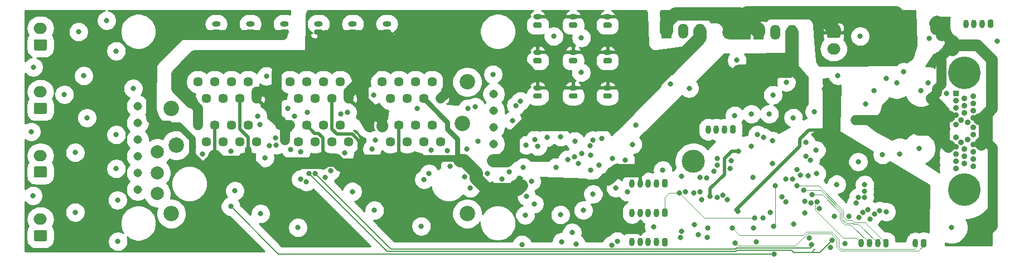
<source format=gbr>
%TF.GenerationSoftware,KiCad,Pcbnew,(5.1.9)-1*%
%TF.CreationDate,2021-05-21T14:20:40+01:00*%
%TF.ProjectId,BreakoutV1.0_,42726561-6b6f-4757-9456-312e305f2e6b,rev?*%
%TF.SameCoordinates,Original*%
%TF.FileFunction,Copper,L3,Inr*%
%TF.FilePolarity,Positive*%
%FSLAX46Y46*%
G04 Gerber Fmt 4.6, Leading zero omitted, Abs format (unit mm)*
G04 Created by KiCad (PCBNEW (5.1.9)-1) date 2021-05-21 14:20:40*
%MOMM*%
%LPD*%
G01*
G04 APERTURE LIST*
%TA.AperFunction,ComponentPad*%
%ADD10C,2.355000*%
%TD*%
%TA.AperFunction,ComponentPad*%
%ADD11C,1.446000*%
%TD*%
%TA.AperFunction,ComponentPad*%
%ADD12O,0.800000X1.300000*%
%TD*%
%TA.AperFunction,ComponentPad*%
%ADD13O,1.500000X2.300000*%
%TD*%
%TA.AperFunction,ComponentPad*%
%ADD14R,1.500000X2.300000*%
%TD*%
%TA.AperFunction,ComponentPad*%
%ADD15O,2.000000X1.700000*%
%TD*%
%TA.AperFunction,ComponentPad*%
%ADD16O,1.300000X0.800000*%
%TD*%
%TA.AperFunction,ComponentPad*%
%ADD17C,3.500120*%
%TD*%
%TA.AperFunction,ComponentPad*%
%ADD18C,1.310000*%
%TD*%
%TA.AperFunction,ComponentPad*%
%ADD19C,4.957000*%
%TD*%
%TA.AperFunction,ComponentPad*%
%ADD20C,0.900000*%
%TD*%
%TA.AperFunction,ComponentPad*%
%ADD21R,0.900000X0.900000*%
%TD*%
%TA.AperFunction,ComponentPad*%
%ADD22C,1.998980*%
%TD*%
%TA.AperFunction,ViaPad*%
%ADD23C,0.800000*%
%TD*%
%TA.AperFunction,Conductor*%
%ADD24C,2.000000*%
%TD*%
%TA.AperFunction,Conductor*%
%ADD25C,1.800000*%
%TD*%
%TA.AperFunction,Conductor*%
%ADD26C,0.270000*%
%TD*%
%TA.AperFunction,Conductor*%
%ADD27C,1.500000*%
%TD*%
%TA.AperFunction,Conductor*%
%ADD28C,0.500000*%
%TD*%
%TA.AperFunction,Conductor*%
%ADD29C,0.750000*%
%TD*%
%TA.AperFunction,Conductor*%
%ADD30C,1.000000*%
%TD*%
%TA.AperFunction,Conductor*%
%ADD31C,0.200000*%
%TD*%
%TA.AperFunction,Conductor*%
%ADD32C,0.125000*%
%TD*%
%TA.AperFunction,Conductor*%
%ADD33C,0.254000*%
%TD*%
%TA.AperFunction,Conductor*%
%ADD34C,0.100000*%
%TD*%
G04 APERTURE END LIST*
D10*
%TO.N,GND*%
%TO.C,J29*%
X70562660Y-31589980D03*
X71322660Y-37179980D03*
X70562660Y-47589980D03*
X115512660Y-47589980D03*
X114752660Y-33879980D03*
X115512660Y-27529980D03*
D11*
%TO.N,+12V*%
X111452660Y-30069980D03*
%TO.N,P3_POWB*%
X110182660Y-27529980D03*
%TO.N,+5V*%
X108912660Y-30069980D03*
%TO.N,DAC1*%
X107642660Y-27529980D03*
%TO.N,P3_DIO_B*%
X106372660Y-30069980D03*
%TO.N,P3_POWA*%
X105102660Y-27529980D03*
%TO.N,GND*%
X103832660Y-30069980D03*
%TO.N,P3_DIO_A*%
X102562660Y-27529980D03*
%TO.N,+12V*%
X97482660Y-30069980D03*
%TO.N,P2_POWB*%
X96212660Y-27529980D03*
%TO.N,+5V*%
X94942660Y-30069980D03*
%TO.N,P2_POWC*%
X93672660Y-27529980D03*
%TO.N,P2_DIO_B*%
X92402660Y-30069980D03*
%TO.N,P2_POWA*%
X91132660Y-27529980D03*
%TO.N,GND*%
X89862660Y-30069980D03*
%TO.N,P2_DIO_A*%
X88592660Y-27529980D03*
%TO.N,+12V*%
X83512660Y-30069980D03*
%TO.N,P1_POWB*%
X82242660Y-27529980D03*
%TO.N,+5V*%
X80972660Y-30069980D03*
%TO.N,P1_POWC*%
X79702660Y-27529980D03*
%TO.N,P1_DIO_B*%
X78432660Y-30069980D03*
%TO.N,P1_POWA*%
X77162660Y-27529980D03*
%TO.N,GND*%
X75892660Y-30069980D03*
%TO.N,P1_DIO_A*%
X74622660Y-27529980D03*
%TO.N,+12V*%
X102562660Y-34129980D03*
%TO.N,P6_POWB*%
X103832660Y-36669980D03*
%TO.N,+5V*%
X105102660Y-34129980D03*
%TO.N,BNC2*%
X106372660Y-36669980D03*
%TO.N,P6_DIO_B*%
X107642660Y-34129980D03*
%TO.N,P6_POWA*%
X108912660Y-36669980D03*
%TO.N,GND*%
X110182660Y-34129980D03*
%TO.N,P6_DIO_A*%
X111452660Y-36669980D03*
%TO.N,+12V*%
X88592660Y-34129980D03*
%TO.N,P5_POWB*%
X89862660Y-36669980D03*
%TO.N,+5V*%
X91132660Y-34129980D03*
%TO.N,BNC1*%
X92402660Y-36669980D03*
%TO.N,P5_DIO_B*%
X93672660Y-34129980D03*
%TO.N,P5_POWA*%
X94942660Y-36669980D03*
%TO.N,GND*%
X96212660Y-34129980D03*
%TO.N,P5_DIO_A*%
X97482660Y-36669980D03*
%TO.N,+12V*%
X74622660Y-34129980D03*
%TO.N,P4_POWB*%
X75892660Y-36669980D03*
%TO.N,+5V*%
X77162660Y-34129980D03*
%TO.N,DAC2*%
X78432660Y-36669980D03*
%TO.N,P4_DIO_B*%
X79702660Y-34129980D03*
%TO.N,P4_POWA*%
X80972660Y-36669980D03*
%TO.N,GND*%
X82242660Y-34129980D03*
%TO.N,P4_DIO_A*%
X83512660Y-36669980D03*
%TD*%
D12*
%TO.N,I2C_SDA*%
%TO.C,J5*%
X183560400Y-52082700D03*
%TO.N,I2C_SCL*%
%TA.AperFunction,ComponentPad*%
G36*
G01*
X185210400Y-51632700D02*
X185210400Y-52532700D01*
G75*
G02*
X185010400Y-52732700I-200000J0D01*
G01*
X184610400Y-52732700D01*
G75*
G02*
X184410400Y-52532700I0J200000D01*
G01*
X184410400Y-51632700D01*
G75*
G02*
X184610400Y-51432700I200000J0D01*
G01*
X185010400Y-51432700D01*
G75*
G02*
X185210400Y-51632700I0J-200000D01*
G01*
G37*
%TD.AperFunction*%
%TD*%
D13*
%TO.N,+12V*%
%TO.C,U2*%
X150855680Y-19781520D03*
%TO.N,GND*%
X148315680Y-19781520D03*
D14*
%TO.N,VS*%
X145775680Y-19781520D03*
%TD*%
D15*
%TO.N,GND*%
%TO.C,J24*%
X171145200Y-22464400D03*
%TO.N,VS*%
%TA.AperFunction,ComponentPad*%
G36*
G01*
X170395200Y-19114400D02*
X171895200Y-19114400D01*
G75*
G02*
X172145200Y-19364400I0J-250000D01*
G01*
X172145200Y-20564400D01*
G75*
G02*
X171895200Y-20814400I-250000J0D01*
G01*
X170395200Y-20814400D01*
G75*
G02*
X170145200Y-20564400I0J250000D01*
G01*
X170145200Y-19364400D01*
G75*
G02*
X170395200Y-19114400I250000J0D01*
G01*
G37*
%TD.AperFunction*%
%TD*%
D16*
%TO.N,GND*%
%TO.C,J20*%
X77406500Y-18689000D03*
%TO.N,+5V*%
%TA.AperFunction,ComponentPad*%
G36*
G01*
X77856500Y-20339000D02*
X76956500Y-20339000D01*
G75*
G02*
X76756500Y-20139000I0J200000D01*
G01*
X76756500Y-19739000D01*
G75*
G02*
X76956500Y-19539000I200000J0D01*
G01*
X77856500Y-19539000D01*
G75*
G02*
X78056500Y-19739000I0J-200000D01*
G01*
X78056500Y-20139000D01*
G75*
G02*
X77856500Y-20339000I-200000J0D01*
G01*
G37*
%TD.AperFunction*%
%TD*%
%TO.N,GND*%
%TO.C,J16*%
X98132900Y-18689000D03*
%TO.N,+12V*%
%TA.AperFunction,ComponentPad*%
G36*
G01*
X98582900Y-20339000D02*
X97682900Y-20339000D01*
G75*
G02*
X97482900Y-20139000I0J200000D01*
G01*
X97482900Y-19739000D01*
G75*
G02*
X97682900Y-19539000I200000J0D01*
G01*
X98582900Y-19539000D01*
G75*
G02*
X98782900Y-19739000I0J-200000D01*
G01*
X98782900Y-20139000D01*
G75*
G02*
X98582900Y-20339000I-200000J0D01*
G01*
G37*
%TD.AperFunction*%
%TD*%
%TO.N,GND*%
%TO.C,J15*%
X103314500Y-18689000D03*
%TO.N,+12V*%
%TA.AperFunction,ComponentPad*%
G36*
G01*
X103764500Y-20339000D02*
X102864500Y-20339000D01*
G75*
G02*
X102664500Y-20139000I0J200000D01*
G01*
X102664500Y-19739000D01*
G75*
G02*
X102864500Y-19539000I200000J0D01*
G01*
X103764500Y-19539000D01*
G75*
G02*
X103964500Y-19739000I0J-200000D01*
G01*
X103964500Y-20139000D01*
G75*
G02*
X103764500Y-20339000I-200000J0D01*
G01*
G37*
%TD.AperFunction*%
%TD*%
D17*
%TO.N,GND*%
%TO.C,H1*%
X149860000Y-39624000D03*
%TD*%
D18*
%TO.N,Net-(J31/32-Pad5)*%
%TO.C,J31/32*%
X119537480Y-36972240D03*
%TO.N,RFID_RX*%
X119537480Y-29352240D03*
%TO.N,+12V*%
X119537480Y-39512240D03*
%TO.N,GND*%
X119537480Y-34432240D03*
%TO.N,RFID_TX*%
X119537480Y-31892240D03*
%TO.N,VR*%
X65477480Y-43922240D03*
%TO.N,VC*%
X65477480Y-41382240D03*
%TO.N,CT*%
X65477480Y-38842240D03*
%TO.N,ANT-*%
X65477480Y-36302240D03*
%TO.N,AR*%
X65477480Y-33762240D03*
%TO.N,ANT+*%
X65477480Y-31222240D03*
%TD*%
%TO.N,Net-(J27-Pad1)*%
%TO.C,J27*%
%TA.AperFunction,ComponentPad*%
G36*
G01*
X51473800Y-32405266D02*
X49973800Y-32405266D01*
G75*
G02*
X49723800Y-32155266I0J250000D01*
G01*
X49723800Y-30955266D01*
G75*
G02*
X49973800Y-30705266I250000J0D01*
G01*
X51473800Y-30705266D01*
G75*
G02*
X51723800Y-30955266I0J-250000D01*
G01*
X51723800Y-32155266D01*
G75*
G02*
X51473800Y-32405266I-250000J0D01*
G01*
G37*
%TD.AperFunction*%
D15*
%TO.N,Net-(J27-Pad2)*%
X50723800Y-29055266D03*
%TD*%
%TO.N,Net-(J26-Pad1)*%
%TO.C,J26*%
%TA.AperFunction,ComponentPad*%
G36*
G01*
X51473800Y-42091132D02*
X49973800Y-42091132D01*
G75*
G02*
X49723800Y-41841132I0J250000D01*
G01*
X49723800Y-40641132D01*
G75*
G02*
X49973800Y-40391132I250000J0D01*
G01*
X51473800Y-40391132D01*
G75*
G02*
X51723800Y-40641132I0J-250000D01*
G01*
X51723800Y-41841132D01*
G75*
G02*
X51473800Y-42091132I-250000J0D01*
G01*
G37*
%TD.AperFunction*%
%TO.N,Net-(J26-Pad2)*%
X50723800Y-38741132D03*
%TD*%
D12*
%TO.N,BNC2*%
%TO.C,J4*%
X152094240Y-34757360D03*
%TO.N,BNC1*%
X153344240Y-34757360D03*
%TO.N,DAC2*%
X154594240Y-34757360D03*
%TO.N,DAC1*%
%TA.AperFunction,ComponentPad*%
G36*
G01*
X156244240Y-34307360D02*
X156244240Y-35207360D01*
G75*
G02*
X156044240Y-35407360I-200000J0D01*
G01*
X155644240Y-35407360D01*
G75*
G02*
X155444240Y-35207360I0J200000D01*
G01*
X155444240Y-34307360D01*
G75*
G02*
X155644240Y-34107360I200000J0D01*
G01*
X156044240Y-34107360D01*
G75*
G02*
X156244240Y-34307360I0J-200000D01*
G01*
G37*
%TD.AperFunction*%
%TD*%
D13*
%TO.N,+5V*%
%TO.C,U1*%
X164825680Y-19928840D03*
%TO.N,GND*%
X162285680Y-19928840D03*
D14*
%TO.N,VS*%
X159745680Y-19928840D03*
%TD*%
%TO.N,Net-(J28-Pad1)*%
%TO.C,J28*%
%TA.AperFunction,ComponentPad*%
G36*
G01*
X51473800Y-22719400D02*
X49973800Y-22719400D01*
G75*
G02*
X49723800Y-22469400I0J250000D01*
G01*
X49723800Y-21269400D01*
G75*
G02*
X49973800Y-21019400I250000J0D01*
G01*
X51473800Y-21019400D01*
G75*
G02*
X51723800Y-21269400I0J-250000D01*
G01*
X51723800Y-22469400D01*
G75*
G02*
X51473800Y-22719400I-250000J0D01*
G01*
G37*
%TD.AperFunction*%
D15*
%TO.N,Net-(J28-Pad2)*%
X50723800Y-19369400D03*
%TD*%
%TO.N,Net-(J25-Pad1)*%
%TO.C,J25*%
%TA.AperFunction,ComponentPad*%
G36*
G01*
X51473800Y-51777000D02*
X49973800Y-51777000D01*
G75*
G02*
X49723800Y-51527000I0J250000D01*
G01*
X49723800Y-50327000D01*
G75*
G02*
X49973800Y-50077000I250000J0D01*
G01*
X51473800Y-50077000D01*
G75*
G02*
X51723800Y-50327000I0J-250000D01*
G01*
X51723800Y-51527000D01*
G75*
G02*
X51473800Y-51777000I-250000J0D01*
G01*
G37*
%TD.AperFunction*%
%TO.N,Net-(J25-Pad2)*%
X50723800Y-48427000D03*
%TD*%
D12*
%TO.N,U_SCL*%
%TO.C,J2*%
X191195000Y-18669000D03*
%TO.N,U_SDA*%
X192445000Y-18669000D03*
%TO.N,VDD*%
X193695000Y-18669000D03*
%TO.N,GND*%
%TA.AperFunction,ComponentPad*%
G36*
G01*
X195345000Y-18219000D02*
X195345000Y-19119000D01*
G75*
G02*
X195145000Y-19319000I-200000J0D01*
G01*
X194745000Y-19319000D01*
G75*
G02*
X194545000Y-19119000I0J200000D01*
G01*
X194545000Y-18219000D01*
G75*
G02*
X194745000Y-18019000I200000J0D01*
G01*
X195145000Y-18019000D01*
G75*
G02*
X195345000Y-18219000I0J-200000D01*
G01*
G37*
%TD.AperFunction*%
%TD*%
D16*
%TO.N,+12V*%
%TO.C,J6*%
X136809480Y-28407040D03*
%TO.N,I3_POWC*%
%TA.AperFunction,ComponentPad*%
G36*
G01*
X137259480Y-30057040D02*
X136359480Y-30057040D01*
G75*
G02*
X136159480Y-29857040I0J200000D01*
G01*
X136159480Y-29457040D01*
G75*
G02*
X136359480Y-29257040I200000J0D01*
G01*
X137259480Y-29257040D01*
G75*
G02*
X137459480Y-29457040I0J-200000D01*
G01*
X137459480Y-29857040D01*
G75*
G02*
X137259480Y-30057040I-200000J0D01*
G01*
G37*
%TD.AperFunction*%
%TD*%
%TO.N,+12V*%
%TO.C,J7*%
X136809480Y-23042560D03*
%TO.N,I3_POWB*%
%TA.AperFunction,ComponentPad*%
G36*
G01*
X137259480Y-24692560D02*
X136359480Y-24692560D01*
G75*
G02*
X136159480Y-24492560I0J200000D01*
G01*
X136159480Y-24092560D01*
G75*
G02*
X136359480Y-23892560I200000J0D01*
G01*
X137259480Y-23892560D01*
G75*
G02*
X137459480Y-24092560I0J-200000D01*
G01*
X137459480Y-24492560D01*
G75*
G02*
X137259480Y-24692560I-200000J0D01*
G01*
G37*
%TD.AperFunction*%
%TD*%
%TO.N,+12V*%
%TO.C,J8*%
X136809480Y-17627280D03*
%TO.N,I3_POWA*%
%TA.AperFunction,ComponentPad*%
G36*
G01*
X137259480Y-19277280D02*
X136359480Y-19277280D01*
G75*
G02*
X136159480Y-19077280I0J200000D01*
G01*
X136159480Y-18677280D01*
G75*
G02*
X136359480Y-18477280I200000J0D01*
G01*
X137259480Y-18477280D01*
G75*
G02*
X137459480Y-18677280I0J-200000D01*
G01*
X137459480Y-19077280D01*
G75*
G02*
X137259480Y-19277280I-200000J0D01*
G01*
G37*
%TD.AperFunction*%
%TD*%
%TO.N,+12V*%
%TO.C,J9*%
X131597400Y-28407040D03*
%TO.N,I2_POWC*%
%TA.AperFunction,ComponentPad*%
G36*
G01*
X132047400Y-30057040D02*
X131147400Y-30057040D01*
G75*
G02*
X130947400Y-29857040I0J200000D01*
G01*
X130947400Y-29457040D01*
G75*
G02*
X131147400Y-29257040I200000J0D01*
G01*
X132047400Y-29257040D01*
G75*
G02*
X132247400Y-29457040I0J-200000D01*
G01*
X132247400Y-29857040D01*
G75*
G02*
X132047400Y-30057040I-200000J0D01*
G01*
G37*
%TD.AperFunction*%
%TD*%
%TO.N,+12V*%
%TO.C,J10*%
X131597400Y-23042560D03*
%TO.N,I2_POWB*%
%TA.AperFunction,ComponentPad*%
G36*
G01*
X132047400Y-24692560D02*
X131147400Y-24692560D01*
G75*
G02*
X130947400Y-24492560I0J200000D01*
G01*
X130947400Y-24092560D01*
G75*
G02*
X131147400Y-23892560I200000J0D01*
G01*
X132047400Y-23892560D01*
G75*
G02*
X132247400Y-24092560I0J-200000D01*
G01*
X132247400Y-24492560D01*
G75*
G02*
X132047400Y-24692560I-200000J0D01*
G01*
G37*
%TD.AperFunction*%
%TD*%
%TO.N,+12V*%
%TO.C,J11*%
X131597400Y-17627280D03*
%TO.N,I2_POWA*%
%TA.AperFunction,ComponentPad*%
G36*
G01*
X132047400Y-19277280D02*
X131147400Y-19277280D01*
G75*
G02*
X130947400Y-19077280I0J200000D01*
G01*
X130947400Y-18677280D01*
G75*
G02*
X131147400Y-18477280I200000J0D01*
G01*
X132047400Y-18477280D01*
G75*
G02*
X132247400Y-18677280I0J-200000D01*
G01*
X132247400Y-19077280D01*
G75*
G02*
X132047400Y-19277280I-200000J0D01*
G01*
G37*
%TD.AperFunction*%
%TD*%
%TO.N,+12V*%
%TO.C,J12*%
X126192280Y-28407040D03*
%TO.N,I1_POWC*%
%TA.AperFunction,ComponentPad*%
G36*
G01*
X126642280Y-30057040D02*
X125742280Y-30057040D01*
G75*
G02*
X125542280Y-29857040I0J200000D01*
G01*
X125542280Y-29457040D01*
G75*
G02*
X125742280Y-29257040I200000J0D01*
G01*
X126642280Y-29257040D01*
G75*
G02*
X126842280Y-29457040I0J-200000D01*
G01*
X126842280Y-29857040D01*
G75*
G02*
X126642280Y-30057040I-200000J0D01*
G01*
G37*
%TD.AperFunction*%
%TD*%
%TO.N,I1_POWB*%
%TO.C,J13*%
%TA.AperFunction,ComponentPad*%
G36*
G01*
X126642280Y-24692560D02*
X125742280Y-24692560D01*
G75*
G02*
X125542280Y-24492560I0J200000D01*
G01*
X125542280Y-24092560D01*
G75*
G02*
X125742280Y-23892560I200000J0D01*
G01*
X126642280Y-23892560D01*
G75*
G02*
X126842280Y-24092560I0J-200000D01*
G01*
X126842280Y-24492560D01*
G75*
G02*
X126642280Y-24692560I-200000J0D01*
G01*
G37*
%TD.AperFunction*%
%TO.N,+12V*%
X126192280Y-23042560D03*
%TD*%
%TO.N,+12V*%
%TO.C,J14*%
X126192280Y-17627280D03*
%TO.N,I1_POWA*%
%TA.AperFunction,ComponentPad*%
G36*
G01*
X126642280Y-19277280D02*
X125742280Y-19277280D01*
G75*
G02*
X125542280Y-19077280I0J200000D01*
G01*
X125542280Y-18677280D01*
G75*
G02*
X125742280Y-18477280I200000J0D01*
G01*
X126642280Y-18477280D01*
G75*
G02*
X126842280Y-18677280I0J-200000D01*
G01*
X126842280Y-19077280D01*
G75*
G02*
X126642280Y-19277280I-200000J0D01*
G01*
G37*
%TD.AperFunction*%
%TD*%
D19*
%TO.N,GND*%
%TO.C,J1*%
X190996960Y-43906120D03*
X190996960Y-26106120D03*
D20*
X190996960Y-39956120D03*
X190996960Y-38856120D03*
X190996960Y-37756120D03*
X190996960Y-32256120D03*
X190996960Y-31156120D03*
X190996960Y-30056120D03*
X192321960Y-29656120D03*
%TO.N,RX1+*%
X192321960Y-30756120D03*
%TO.N,RX1-*%
X192321960Y-31856120D03*
%TO.N,VBUS*%
X192321960Y-32956120D03*
%TO.N,SBU2*%
X191521960Y-33706120D03*
%TO.N,D-*%
X192321960Y-34456120D03*
%TO.N,D+*%
X192321960Y-35556120D03*
%TO.N,CC2*%
X191521960Y-36306120D03*
%TO.N,VBUS*%
X192321960Y-37056120D03*
%TO.N,TX2-*%
X192321960Y-38156120D03*
%TO.N,TX2+*%
X192321960Y-39256120D03*
%TO.N,GND*%
X192321960Y-40356120D03*
X189671960Y-40731120D03*
%TO.N,RX2+*%
X189671960Y-39631120D03*
%TO.N,RX2-*%
X189671960Y-38531120D03*
%TO.N,VBUS*%
X189671960Y-37431120D03*
%TO.N,SBU1*%
X190471960Y-36681120D03*
%TO.N,D-*%
X189671960Y-35956120D03*
%TO.N,D+*%
X189671960Y-34056120D03*
%TO.N,CC1*%
X190471960Y-33331120D03*
%TO.N,VBUS*%
X189671960Y-32581120D03*
%TO.N,TX1-*%
X189671960Y-31481120D03*
%TO.N,TX1+*%
X189671960Y-30381120D03*
D21*
%TO.N,GND*%
X189671960Y-29281120D03*
%TD*%
D16*
%TO.N,GND*%
%TO.C,J17*%
X92951300Y-18689000D03*
%TO.N,+12V*%
%TA.AperFunction,ComponentPad*%
G36*
G01*
X93401300Y-20339000D02*
X92501300Y-20339000D01*
G75*
G02*
X92301300Y-20139000I0J200000D01*
G01*
X92301300Y-19739000D01*
G75*
G02*
X92501300Y-19539000I200000J0D01*
G01*
X93401300Y-19539000D01*
G75*
G02*
X93601300Y-19739000I0J-200000D01*
G01*
X93601300Y-20139000D01*
G75*
G02*
X93401300Y-20339000I-200000J0D01*
G01*
G37*
%TD.AperFunction*%
%TD*%
%TO.N,GND*%
%TO.C,J19*%
X82588100Y-18689000D03*
%TO.N,+5V*%
%TA.AperFunction,ComponentPad*%
G36*
G01*
X83038100Y-20339000D02*
X82138100Y-20339000D01*
G75*
G02*
X81938100Y-20139000I0J200000D01*
G01*
X81938100Y-19739000D01*
G75*
G02*
X82138100Y-19539000I200000J0D01*
G01*
X83038100Y-19539000D01*
G75*
G02*
X83238100Y-19739000I0J-200000D01*
G01*
X83238100Y-20139000D01*
G75*
G02*
X83038100Y-20339000I-200000J0D01*
G01*
G37*
%TD.AperFunction*%
%TD*%
%TO.N,GND*%
%TO.C,J18*%
X87769700Y-18689000D03*
%TO.N,+5V*%
%TA.AperFunction,ComponentPad*%
G36*
G01*
X88219700Y-20339000D02*
X87319700Y-20339000D01*
G75*
G02*
X87119700Y-20139000I0J200000D01*
G01*
X87119700Y-19739000D01*
G75*
G02*
X87319700Y-19539000I200000J0D01*
G01*
X88219700Y-19539000D01*
G75*
G02*
X88419700Y-19739000I0J-200000D01*
G01*
X88419700Y-20139000D01*
G75*
G02*
X88219700Y-20339000I-200000J0D01*
G01*
G37*
%TD.AperFunction*%
%TD*%
D22*
%TO.N,VR*%
%TO.C,J30*%
X68478400Y-44551600D03*
%TO.N,VC*%
X68478400Y-41376600D03*
%TO.N,CT*%
X68478400Y-38201600D03*
%TD*%
%TO.N,SPI_MOSI*%
%TO.C,J3*%
%TA.AperFunction,ComponentPad*%
G36*
G01*
X179470000Y-51620000D02*
X179470000Y-52520000D01*
G75*
G02*
X179270000Y-52720000I-200000J0D01*
G01*
X178870000Y-52720000D01*
G75*
G02*
X178670000Y-52520000I0J200000D01*
G01*
X178670000Y-51620000D01*
G75*
G02*
X178870000Y-51420000I200000J0D01*
G01*
X179270000Y-51420000D01*
G75*
G02*
X179470000Y-51620000I0J-200000D01*
G01*
G37*
%TD.AperFunction*%
D12*
%TO.N,SPI_MISO*%
X177820000Y-52070000D03*
%TO.N,SPI_CLK*%
X176570000Y-52070000D03*
%TO.N,SPI_SS*%
X175320000Y-52070000D03*
%TD*%
%TO.N,GND*%
%TO.C,J22*%
X140516600Y-47434500D03*
%TO.N,+5V*%
X141766600Y-47434500D03*
%TO.N,I2_DIO_C*%
X143016600Y-47434500D03*
%TO.N,I2_DIO_B*%
X144266600Y-47434500D03*
%TO.N,I2_DIO_A*%
%TA.AperFunction,ComponentPad*%
G36*
G01*
X145916600Y-46984500D02*
X145916600Y-47884500D01*
G75*
G02*
X145716600Y-48084500I-200000J0D01*
G01*
X145316600Y-48084500D01*
G75*
G02*
X145116600Y-47884500I0J200000D01*
G01*
X145116600Y-46984500D01*
G75*
G02*
X145316600Y-46784500I200000J0D01*
G01*
X145716600Y-46784500D01*
G75*
G02*
X145916600Y-46984500I0J-200000D01*
G01*
G37*
%TD.AperFunction*%
%TD*%
%TO.N,GND*%
%TO.C,J23*%
X140516600Y-51917600D03*
%TO.N,+5V*%
X141766600Y-51917600D03*
%TO.N,I3_DIO_C*%
X143016600Y-51917600D03*
%TO.N,I3_DIO_B*%
X144266600Y-51917600D03*
%TO.N,I3_DIO_A*%
%TA.AperFunction,ComponentPad*%
G36*
G01*
X145916600Y-51467600D02*
X145916600Y-52367600D01*
G75*
G02*
X145716600Y-52567600I-200000J0D01*
G01*
X145316600Y-52567600D01*
G75*
G02*
X145116600Y-52367600I0J200000D01*
G01*
X145116600Y-51467600D01*
G75*
G02*
X145316600Y-51267600I200000J0D01*
G01*
X145716600Y-51267600D01*
G75*
G02*
X145916600Y-51467600I0J-200000D01*
G01*
G37*
%TD.AperFunction*%
%TD*%
%TO.N,GND*%
%TO.C,J21*%
X140516600Y-42951400D03*
%TO.N,+5V*%
X141766600Y-42951400D03*
%TO.N,I1_DIO_C*%
X143016600Y-42951400D03*
%TO.N,I1_DIO_B*%
X144266600Y-42951400D03*
%TO.N,I1_DIO_A*%
%TA.AperFunction,ComponentPad*%
G36*
G01*
X145916600Y-42501400D02*
X145916600Y-43401400D01*
G75*
G02*
X145716600Y-43601400I-200000J0D01*
G01*
X145316600Y-43601400D01*
G75*
G02*
X145116600Y-43401400I0J200000D01*
G01*
X145116600Y-42501400D01*
G75*
G02*
X145316600Y-42301400I200000J0D01*
G01*
X145716600Y-42301400D01*
G75*
G02*
X145916600Y-42501400I0J-200000D01*
G01*
G37*
%TD.AperFunction*%
%TD*%
D23*
%TO.N,*%
X125755400Y-36322000D03*
%TO.N,GND*%
X163936680Y-27548840D03*
X161909760Y-29494480D03*
X108529120Y-49469040D03*
X171790360Y-26537920D03*
X178572160Y-38602920D03*
X184134760Y-37658040D03*
X62484000Y-51816000D03*
X60769500Y-18161000D03*
X188232270Y-29266644D03*
X139538068Y-39401380D03*
X156464000Y-24231600D03*
X89808843Y-49698033D03*
X129667000Y-47752000D03*
X175158400Y-20568920D03*
X195961000Y-21336000D03*
X189026800Y-49682400D03*
X185486781Y-27670019D03*
X62230000Y-22809200D03*
X62230000Y-35560000D03*
X62230000Y-40741600D03*
X62433200Y-45516800D03*
X146354800Y-27838400D03*
X119430800Y-26365200D03*
X124307600Y-47802800D03*
X85039200Y-26619200D03*
X128625600Y-20574000D03*
X132842000Y-20777200D03*
X49326800Y-35102800D03*
X181775100Y-25996900D03*
X49631600Y-25260300D03*
X49593500Y-44831000D03*
X80238600Y-44107100D03*
X101333300Y-29489400D03*
X98070301Y-44218360D03*
X84134420Y-47589980D03*
X101422200Y-47078900D03*
X115989100Y-43688000D03*
X124434600Y-37122100D03*
X161886900Y-36474400D03*
X158902400Y-42087800D03*
X171602400Y-43116500D03*
X129844800Y-51904900D03*
X64808100Y-28511500D03*
X125254825Y-42651875D03*
X124047597Y-40501432D03*
X132778500Y-26085800D03*
X101600000Y-36347400D03*
X75298300Y-38468300D03*
X115493800Y-37769800D03*
X122377200Y-33401000D03*
X139814300Y-44272200D03*
X138049000Y-43637200D03*
X159397700Y-51904900D03*
X172872400Y-52108100D03*
X171262752Y-47957941D03*
X168499073Y-37925510D03*
X163881433Y-45770800D03*
X143814800Y-49580800D03*
%TO.N,VS*%
X181432200Y-18430240D03*
X157379230Y-17562390D03*
%TO.N,VBUS*%
X187548520Y-20391120D03*
X192410080Y-51018440D03*
X174434500Y-33337500D03*
X186019440Y-34650680D03*
X180145526Y-34548923D03*
%TO.N,+5V*%
X165399720Y-26751280D03*
X141813280Y-49925741D03*
%TO.N,+12V*%
X87817960Y-36398200D03*
X138731786Y-31075912D03*
%TO.N,+4V8*%
X169722800Y-28620720D03*
X173939200Y-37947600D03*
X156565600Y-47193200D03*
%TO.N,VDD*%
X181157880Y-38521640D03*
X177282010Y-28876034D03*
X179120800Y-27025600D03*
%TO.N,I3_POWB_C*%
X132941456Y-38450409D03*
X134239177Y-40973510D03*
%TO.N,I3_POWA_C*%
X134632700Y-44602400D03*
X149941189Y-44451593D03*
%TO.N,I2_POWC_C*%
X133138471Y-47059500D03*
X166775673Y-47516792D03*
X165112700Y-49187100D03*
%TO.N,I2_POWB_C*%
X161363930Y-32401637D03*
X174859769Y-45082763D03*
%TO.N,I2_POWA_C*%
X129690574Y-35893510D03*
X135982070Y-36091205D03*
%TO.N,I1_POWC_C*%
X163891203Y-42338490D03*
X128978519Y-40501432D03*
X161515290Y-47357883D03*
%TO.N,I1_POWB_C*%
X127628557Y-35983410D03*
X134554393Y-36426859D03*
%TO.N,I1_POWA_C*%
X126224682Y-37333599D03*
X134164006Y-37265456D03*
%TO.N,P4_POWA*%
X88717970Y-37784979D03*
%TO.N,P4_POWB*%
X90254904Y-38186190D03*
%TO.N,P5_POWA*%
X96893003Y-38365646D03*
%TO.N,I3_POWC*%
X110032800Y-37896800D03*
X107951386Y-31575171D03*
X123596400Y-30429200D03*
%TO.N,P6_POWA_C*%
X112903000Y-40386000D03*
X134239000Y-38690478D03*
%TO.N,P6_POWB_C*%
X124504655Y-44916982D03*
X154990800Y-45415200D03*
%TO.N,I3_POWC_C*%
X132063071Y-52238206D03*
%TO.N,P5_POWA_C*%
X108949664Y-42392902D03*
X151126000Y-45443309D03*
%TO.N,P5_POWB_C*%
X109732150Y-41483417D03*
X131804857Y-38941363D03*
%TO.N,P4_POWB_C*%
X132404370Y-39913922D03*
X115134185Y-41951420D03*
%TO.N,P4_POWA_C*%
X118558377Y-41459999D03*
X130742192Y-39326412D03*
%TO.N,P1_POWB*%
X79621380Y-38092380D03*
%TO.N,P2_POWA*%
X89281000Y-32766000D03*
X91218944Y-32114800D03*
%TO.N,P2_POWC*%
X86395637Y-36059478D03*
X88239052Y-31590988D03*
%TO.N,P2_POWB*%
X84785200Y-39065200D03*
X96345758Y-32439358D03*
%TO.N,P3_POWA*%
X85492428Y-37236169D03*
X84023200Y-33985200D03*
%TO.N,P3_POWB*%
X86536480Y-37122392D03*
X83718400Y-32715200D03*
%TO.N,P3_POWB_C*%
X125662859Y-46091993D03*
X168567100Y-41465500D03*
X174995923Y-48175807D03*
X173442261Y-48010283D03*
%TO.N,P3_POWA_C*%
X93980000Y-42037000D03*
X175583433Y-47421422D03*
%TO.N,P2_POWB_C*%
X123799600Y-52273200D03*
X176675400Y-48383392D03*
%TO.N,P2_POWC_C*%
X91095493Y-42713849D03*
X176368104Y-46931586D03*
%TO.N,P2_POWA_C*%
X90252432Y-42333198D03*
X177342941Y-47647977D03*
%TO.N,P1_POWB_C*%
X137464800Y-52366458D03*
X179133500Y-47294800D03*
%TO.N,P1_POWC_C*%
X138303000Y-51778948D03*
X178134019Y-47168558D03*
%TO.N,P1_POWA_C*%
X94803848Y-41051961D03*
X174853600Y-39674800D03*
%TO.N,ADDR1*%
X165023800Y-32959040D03*
%TO.N,ADDR0*%
X168198800Y-32059880D03*
%TO.N,Net-(IC4-Pad6)*%
X180695600Y-27635200D03*
X184409080Y-28849320D03*
%TO.N,I1_DIO_C*%
X150865098Y-42093241D03*
%TO.N,I1_DIO_B*%
X148678900Y-44272200D03*
%TO.N,I2_DIO_C*%
X163283900Y-45059600D03*
%TO.N,I2_DIO_B*%
X148066102Y-50304021D03*
X158962130Y-49765629D03*
%TO.N,I2_DIO_A*%
X147701000Y-44450000D03*
X159172432Y-48257377D03*
%TO.N,I3_DIO_C*%
X150622684Y-50811674D03*
X151899529Y-42168668D03*
X147913357Y-51216325D03*
X150860302Y-44268297D03*
%TO.N,I3_DIO_B*%
X149974300Y-49268076D03*
%TO.N,I3_DIO_A*%
X167297100Y-41795700D03*
X167696616Y-45980835D03*
%TO.N,SPI_SS*%
X168596265Y-45765712D03*
%TO.N,SPI_CLK*%
X167890028Y-44700726D03*
%TO.N,SPI_MISO*%
X166619127Y-44032266D03*
%TO.N,SPI_MOSI*%
X165603798Y-43347606D03*
%TO.N,RFID_RX*%
X158639322Y-32393417D03*
X165567565Y-40895256D03*
X175784159Y-45116689D03*
%TO.N,RFID_TX*%
X141125470Y-34103543D03*
X166060977Y-41698474D03*
X175788811Y-44191664D03*
%TO.N,DAC1*%
X140622934Y-37028632D03*
X161852004Y-39949576D03*
%TO.N,P3_DIO_B*%
X131419600Y-50444400D03*
X112458500Y-38011100D03*
%TO.N,P3_DIO_A*%
X164925918Y-42320131D03*
X160429625Y-48242773D03*
%TO.N,P2_DIO_B*%
X156111141Y-32642310D03*
%TO.N,P2_DIO_A*%
X131855172Y-36522569D03*
%TO.N,P1_DIO_B*%
X159569801Y-35552999D03*
%TO.N,P1_DIO_A*%
X160493087Y-35937690D03*
%TO.N,BNC2*%
X152992009Y-41096905D03*
X117110542Y-36549921D03*
%TO.N,P6_DIO_B*%
X145204955Y-40984926D03*
X121933834Y-41203032D03*
%TO.N,P6_DIO_A*%
X148035881Y-41863881D03*
X120793856Y-42292209D03*
%TO.N,BNC1*%
X153510354Y-40233600D03*
X115593789Y-31554232D03*
%TO.N,P5_DIO_B*%
X149199600Y-28498800D03*
X122919513Y-31105010D03*
X97327791Y-32169456D03*
X175856900Y-43180000D03*
X166935150Y-36734750D03*
%TO.N,P5_DIO_A*%
X167606369Y-39470383D03*
X168948100Y-46761400D03*
%TO.N,DAC2*%
X153492520Y-39206843D03*
X116709388Y-31304221D03*
%TO.N,P4_DIO_B*%
X135530109Y-40160443D03*
%TO.N,P4_DIO_A*%
X101067390Y-37743569D03*
X137531602Y-39168073D03*
%TO.N,I2C_SCL*%
X156213501Y-52053151D03*
X155458224Y-40697190D03*
X154330400Y-44754800D03*
%TO.N,ANT+*%
X57302400Y-26593800D03*
%TO.N,I2C_SDA*%
X155579982Y-39522179D03*
X153441400Y-45097700D03*
X155752800Y-49743266D03*
%TO.N,I1_MULT*%
X91499891Y-41505054D03*
X170887068Y-51610922D03*
%TO.N,I1_CON_C*%
X170682920Y-52755800D03*
%TO.N,I2_MULT*%
X92423988Y-41463922D03*
X167787320Y-52263040D03*
%TO.N,I2_CON_C*%
X166953676Y-38814914D03*
X167403831Y-51248169D03*
X166776400Y-45707300D03*
%TO.N,I3_MULT*%
X79603600Y-46482000D03*
X162150652Y-53741273D03*
%TO.N,I3_CON_C*%
X162303320Y-43302226D03*
X161994715Y-49515618D03*
%TO.N,Net-(Q1-Pad4)*%
X176022000Y-30861000D03*
X185633021Y-20889821D03*
%TO.N,+3V3*%
X156712008Y-38056640D03*
X152361900Y-44932600D03*
%TO.N,Net-(S2-Pad3)*%
X158649515Y-37356987D03*
X174580811Y-45964709D03*
%TO.N,ANT-*%
X57785000Y-32994600D03*
%TO.N,MULT-*%
X56515000Y-19888200D03*
X56004490Y-47357273D03*
X56004490Y-38284620D03*
%TO.N,MULT+*%
X54356000Y-29438600D03*
%TO.N,Net-(JP8-Pad1)*%
X152074880Y-49768098D03*
%TO.N,Net-(JP9-Pad1)*%
X151941366Y-51202697D03*
%TD*%
D24*
%TO.N,VS*%
X159745680Y-19417176D02*
X159745680Y-19928840D01*
X181432200Y-18430240D02*
X181031710Y-18029750D01*
X157379230Y-17562390D02*
X159745680Y-19928840D01*
X145775680Y-19781520D02*
X145775680Y-18486120D01*
X145775680Y-18486120D02*
X147099409Y-17162391D01*
X147099409Y-17162391D02*
X156979231Y-17162391D01*
X180618681Y-16981721D02*
X182067200Y-18430240D01*
X157379230Y-17562390D02*
X157959899Y-16981721D01*
X156979231Y-17162391D02*
X157379230Y-17562390D01*
X157959899Y-16981721D02*
X180618681Y-16981721D01*
X171259500Y-19621500D02*
X168746721Y-17108721D01*
D25*
%TO.N,VBUS*%
X189204600Y-21864320D02*
X192923160Y-21864320D01*
X192923160Y-21864320D02*
X195143120Y-24084280D01*
X195143120Y-24084280D02*
X195143120Y-31597600D01*
X195143120Y-31597600D02*
X193578480Y-33162240D01*
X193578480Y-33162240D02*
X193211082Y-33162240D01*
X193578480Y-33162240D02*
X194050920Y-33634680D01*
X194050920Y-33634680D02*
X194050920Y-36235640D01*
D26*
X193230440Y-37056120D02*
X193317701Y-36968859D01*
X192321960Y-37056120D02*
X193230440Y-37056120D01*
X193372360Y-32956120D02*
X193578480Y-33162240D01*
X192321960Y-32956120D02*
X193372360Y-32956120D01*
X189671960Y-37431120D02*
X188557760Y-37431120D01*
D25*
X187868560Y-36741920D02*
X187868560Y-34650680D01*
X187868560Y-34650680D02*
X187868560Y-31968440D01*
D27*
X184023000Y-34650680D02*
X180502560Y-34650680D01*
D24*
X186639200Y-18562320D02*
X186801760Y-18399760D01*
D25*
X187868560Y-31968440D02*
X185976426Y-30076306D01*
D24*
X186019440Y-34650680D02*
X184023000Y-34650680D01*
X187868560Y-34650680D02*
X186019440Y-34650680D01*
D28*
X185933080Y-34564320D02*
X186019440Y-34650680D01*
D27*
X187868560Y-31968440D02*
X188051440Y-31968440D01*
D24*
X189204600Y-21412200D02*
X189204600Y-22565298D01*
D27*
X186832269Y-29220463D02*
X185976426Y-30076306D01*
X187518459Y-24251439D02*
X187518459Y-27908453D01*
X186832269Y-28594643D02*
X186832269Y-29220463D01*
X188569600Y-22565298D02*
X186883459Y-24251439D01*
X187518459Y-27908453D02*
X186832269Y-28594643D01*
D25*
X187274200Y-19481800D02*
X189204600Y-21412200D01*
X186639200Y-18562320D02*
X186639200Y-19481800D01*
X187548520Y-19146520D02*
X186801760Y-18399760D01*
X187548520Y-20391120D02*
X187548520Y-19146520D01*
D27*
X192410080Y-51018440D02*
X194218560Y-51018440D01*
X194425461Y-32315259D02*
X195143120Y-31597600D01*
X194218560Y-51018440D02*
X194425461Y-50811539D01*
D25*
X187868560Y-31968440D02*
X187868560Y-32166560D01*
X187868560Y-32166560D02*
X188468000Y-32766000D01*
X188468000Y-32766000D02*
X188662838Y-32766000D01*
X193536461Y-37072461D02*
X193532303Y-37072461D01*
X193536461Y-37072461D02*
X193318041Y-36854041D01*
X193480621Y-36691461D02*
X194425461Y-36691461D01*
X193318041Y-36854041D02*
X193480621Y-36691461D01*
D27*
X194425461Y-36691461D02*
X194425461Y-32315259D01*
D25*
X187868560Y-36741920D02*
X188557760Y-37431120D01*
X188557760Y-37431120D02*
X188557760Y-37375240D01*
X188557760Y-37375240D02*
X188677419Y-37255581D01*
D28*
X188652880Y-32581120D02*
X188468000Y-32766000D01*
X189671960Y-32581120D02*
X188652880Y-32581120D01*
D27*
X192410080Y-51018440D02*
X193786760Y-51018440D01*
X193786760Y-51018440D02*
X195326000Y-49479200D01*
X195326000Y-37592000D02*
X194425461Y-36691461D01*
X195326000Y-49479200D02*
X195326000Y-37592000D01*
X174434500Y-33337500D02*
X178934103Y-33337500D01*
X178934103Y-33337500D02*
X180145526Y-34548923D01*
D29*
%TO.N,+5V*%
X91132660Y-34129980D02*
X91085661Y-34176979D01*
X98525038Y-39522400D02*
X99791520Y-39522400D01*
D24*
X138461776Y-41127961D02*
X138276067Y-40942252D01*
X105985579Y-39561501D02*
X99830621Y-39561501D01*
X106024680Y-39522400D02*
X105985579Y-39561501D01*
X99830621Y-39561501D02*
X99791520Y-39522400D01*
X99791520Y-39522400D02*
X99159060Y-40154860D01*
D28*
X82289659Y-35987021D02*
X82289659Y-37799019D01*
X80972660Y-34670022D02*
X82289659Y-35987021D01*
X80972660Y-30069980D02*
X80972660Y-34670022D01*
X77162660Y-38839140D02*
X77180440Y-38856920D01*
X77162660Y-34129980D02*
X77162660Y-38839140D01*
X105102660Y-38600380D02*
X106024680Y-39522400D01*
X105102660Y-34129980D02*
X105102660Y-38600380D01*
D24*
X141600010Y-41051390D02*
X138385205Y-41051390D01*
D28*
X141766600Y-41217980D02*
X141600010Y-41051390D01*
X141766600Y-42951400D02*
X141766600Y-41217980D01*
D27*
X82159080Y-20370800D02*
X87490300Y-20370800D01*
D26*
X87769700Y-20091400D02*
X87490300Y-20370800D01*
X87769700Y-19939000D02*
X87769700Y-20091400D01*
X82159080Y-20368020D02*
X82159080Y-20370800D01*
X82588100Y-19939000D02*
X82159080Y-20368020D01*
X77406500Y-19939000D02*
X76974700Y-20370800D01*
D27*
X76327000Y-20370800D02*
X82159080Y-20370800D01*
D26*
X76974700Y-20370800D02*
X76327000Y-20370800D01*
D24*
X164825680Y-19928840D02*
X164825680Y-25495670D01*
X141600010Y-41051390D02*
X156769799Y-25881601D01*
X164461769Y-25881601D02*
X164836690Y-25506680D01*
X156769799Y-25881601D02*
X164461769Y-25881601D01*
X82462099Y-39742381D02*
X78065901Y-39742381D01*
X78065901Y-39742381D02*
X77180440Y-38856920D01*
D28*
X98069701Y-35446979D02*
X95719617Y-35446979D01*
D24*
X94011847Y-39401960D02*
X95595849Y-39401960D01*
X96348749Y-40154860D02*
X99159060Y-40154860D01*
X95595849Y-39401960D02*
X96348749Y-40154860D01*
X93599887Y-39813920D02*
X94011847Y-39401960D01*
D28*
X99159060Y-36536338D02*
X98069701Y-35446979D01*
X95719617Y-35446979D02*
X94942660Y-34670022D01*
X99159060Y-40154860D02*
X99159060Y-36536338D01*
D24*
X164825680Y-25495670D02*
X164836690Y-25506680D01*
D28*
X164825680Y-26177240D02*
X165399720Y-26751280D01*
X164825680Y-25495670D02*
X164825680Y-26177240D01*
D24*
X138385205Y-41051390D02*
X138276067Y-40942252D01*
X136906296Y-42312023D02*
X138276067Y-40942252D01*
X115042402Y-39522400D02*
X116908376Y-41388374D01*
X116908376Y-41388374D02*
X116908376Y-42252000D01*
X114411760Y-39522400D02*
X115042402Y-39522400D01*
X123111425Y-43942210D02*
X123736654Y-43316981D01*
X118598586Y-43942210D02*
X123111425Y-43942210D01*
X116908376Y-42252000D02*
X118598586Y-43942210D01*
D27*
X75651360Y-40386000D02*
X77180440Y-38856920D01*
X76327000Y-20370800D02*
X72034400Y-20370800D01*
X70148778Y-34213800D02*
X70174178Y-34239200D01*
X72034400Y-20370800D02*
X67691000Y-24714200D01*
X67691000Y-27508200D02*
X67538600Y-27660600D01*
X67538600Y-27660600D02*
X67538600Y-33096200D01*
X68656200Y-34213800D02*
X70148778Y-34213800D01*
X67691000Y-24714200D02*
X67691000Y-27508200D01*
X75488800Y-40386000D02*
X75651360Y-40386000D01*
D28*
X94942660Y-34670022D02*
X94942660Y-30069980D01*
X93625661Y-39015774D02*
X94011847Y-39401960D01*
X93625661Y-36082939D02*
X93625661Y-39015774D01*
X92895703Y-35352981D02*
X93625661Y-36082939D01*
X92355661Y-35352981D02*
X92895703Y-35352981D01*
X91132660Y-34129980D02*
X92355661Y-35352981D01*
D25*
X93599887Y-39813920D02*
X88202080Y-39813920D01*
X88202080Y-39813920D02*
X85750400Y-42265600D01*
X84985318Y-42265600D02*
X82462099Y-39742381D01*
X85750400Y-42265600D02*
X84985318Y-42265600D01*
D30*
X71805800Y-34213800D02*
X70148778Y-34213800D01*
X73787000Y-36195000D02*
X71805800Y-34213800D01*
X73787000Y-38684200D02*
X75488800Y-40386000D01*
X68656200Y-34213800D02*
X67538600Y-33096200D01*
X71805800Y-34213800D02*
X68656200Y-34213800D01*
X82289659Y-39569941D02*
X82462099Y-39742381D01*
X82289659Y-37799019D02*
X82289659Y-39569941D01*
D29*
X112532002Y-33689322D02*
X112532002Y-34711798D01*
X108912660Y-30069980D02*
X112532002Y-33689322D01*
D27*
X138276067Y-40942252D02*
X138915601Y-41581786D01*
X138915601Y-49192641D02*
X139648701Y-49925741D01*
X139648701Y-49925741D02*
X141813280Y-49925741D01*
D30*
X114411760Y-39522400D02*
X114050461Y-39161101D01*
X114050461Y-39161101D02*
X106385979Y-39161101D01*
X106385979Y-39161101D02*
X106024680Y-39522400D01*
D29*
X114050461Y-36230257D02*
X113655952Y-35835748D01*
X114050461Y-39161101D02*
X114050461Y-36230257D01*
X112532002Y-34711798D02*
X113655952Y-35835748D01*
D30*
X73787000Y-36195000D02*
X73787000Y-38684200D01*
D24*
%TO.N,+12V*%
X102821804Y-23708360D02*
X99764882Y-26765282D01*
X71612760Y-28525122D02*
X73660000Y-30572362D01*
X71612760Y-26360120D02*
X71612760Y-28525122D01*
X72774659Y-25198221D02*
X71612760Y-26360120D01*
X72774659Y-25162661D02*
X72774659Y-25198221D01*
X74228960Y-23708360D02*
X72774659Y-25162661D01*
X88851804Y-23708360D02*
X74228960Y-23708360D01*
D31*
X88592660Y-34129980D02*
X88592660Y-33996418D01*
D24*
X122473720Y-38562280D02*
X121920000Y-39116000D01*
D27*
X74622660Y-31535022D02*
X73660000Y-30572362D01*
X74622660Y-34129980D02*
X74622660Y-31535022D01*
X83512660Y-30069980D02*
X83512660Y-29047504D01*
X87817960Y-34904680D02*
X88592660Y-34129980D01*
X87817960Y-36398200D02*
X87817960Y-34904680D01*
X97482660Y-29047504D02*
X99764882Y-26765282D01*
X97482660Y-30069980D02*
X97482660Y-29047504D01*
X112544320Y-24238680D02*
X112014000Y-23708360D01*
X112544320Y-28978320D02*
X112544320Y-24238680D01*
X111452660Y-30069980D02*
X112544320Y-28978320D01*
X88592660Y-34129980D02*
X87570184Y-34129980D01*
X87570184Y-34129980D02*
X86610999Y-33170795D01*
X86610999Y-25949165D02*
X86630542Y-25929622D01*
D24*
X95844360Y-23708360D02*
X95844360Y-23581360D01*
X102821804Y-23708360D02*
X95844360Y-23708360D01*
X95844360Y-23708360D02*
X88851804Y-23708360D01*
X108943140Y-23708360D02*
X106385360Y-23708360D01*
X112014000Y-23708360D02*
X108943140Y-23708360D01*
X108943140Y-23708360D02*
X102821804Y-23708360D01*
X106385360Y-23708360D02*
X103314500Y-20637500D01*
D26*
X93649800Y-20637500D02*
X94068900Y-20637500D01*
X92951300Y-19939000D02*
X93649800Y-20637500D01*
X103314500Y-19939000D02*
X103314500Y-20637500D01*
X98132900Y-19939000D02*
X98132900Y-20256500D01*
X98132900Y-20256500D02*
X98513900Y-20637500D01*
D24*
X98513900Y-20637500D02*
X94068900Y-20637500D01*
X103314500Y-20637500D02*
X98513900Y-20637500D01*
X138967780Y-32703210D02*
X138362965Y-32703210D01*
X150855680Y-19781520D02*
X150855680Y-20815310D01*
D28*
X140548040Y-28407040D02*
X136809480Y-28407040D01*
X141905995Y-29764995D02*
X140548040Y-28407040D01*
D24*
X141905995Y-29764995D02*
X138967780Y-32703210D01*
D28*
X126192280Y-28407040D02*
X136809480Y-28407040D01*
X139374560Y-23042560D02*
X136809480Y-23042560D01*
X144001495Y-27669495D02*
X139374560Y-23042560D01*
D24*
X144001495Y-27669495D02*
X141905995Y-29764995D01*
D28*
X126192280Y-23042560D02*
X136809480Y-23042560D01*
X136809480Y-17627280D02*
X126192280Y-17627280D01*
X136809480Y-17627280D02*
X139928280Y-17627280D01*
X139928280Y-17627280D02*
X141859000Y-19558000D01*
X141859000Y-22098000D02*
X145715995Y-25954995D01*
X141859000Y-19558000D02*
X141859000Y-22098000D01*
D24*
X145715995Y-25954995D02*
X144001495Y-27669495D01*
X150855680Y-20815310D02*
X145715995Y-25954995D01*
D27*
X102562660Y-34129980D02*
X102562660Y-33107504D01*
X99764882Y-30309726D02*
X99764882Y-26765282D01*
X102562660Y-33107504D02*
X99764882Y-30309726D01*
X86008494Y-29047504D02*
X86610999Y-28444999D01*
X83512660Y-29047504D02*
X86008494Y-29047504D01*
X86610999Y-28444999D02*
X86610999Y-25949165D01*
X86610999Y-33170795D02*
X86610999Y-28444999D01*
X86610999Y-25949165D02*
X88851804Y-23708360D01*
D25*
X102562660Y-34129980D02*
X102562660Y-34254020D01*
D24*
X121523760Y-39512240D02*
X122097800Y-38938200D01*
X119537480Y-39512240D02*
X121523760Y-39512240D01*
X122473720Y-38562280D02*
X122097800Y-38938200D01*
X122463560Y-23708360D02*
X124947879Y-26192679D01*
X112014000Y-23708360D02*
X122463560Y-23708360D01*
X144525477Y-26192679D02*
X136677555Y-34040601D01*
X122473720Y-35924282D02*
X122473720Y-38562280D01*
X124357401Y-34040601D02*
X122473720Y-35924282D01*
X136677555Y-34040601D02*
X124357401Y-34040601D01*
D31*
%TO.N,+4V8*%
X169641520Y-34904680D02*
X169631360Y-34894520D01*
D28*
X169722800Y-34823400D02*
X169641520Y-34904680D01*
X169722800Y-28620720D02*
X169722800Y-34823400D01*
X169631360Y-34894520D02*
X169631360Y-35671760D01*
X171907200Y-37947600D02*
X173939200Y-37947600D01*
X169631360Y-35671760D02*
X171907200Y-37947600D01*
X156251117Y-47072821D02*
X166035149Y-37288789D01*
X166035149Y-37288789D02*
X166035149Y-36226549D01*
X166035149Y-36226549D02*
X167367178Y-34894520D01*
X167367178Y-34894520D02*
X169631360Y-34894520D01*
D32*
%TO.N,I2_DIO_A*%
X147701000Y-44450000D02*
X146177000Y-44450000D01*
X145516600Y-45110400D02*
X146177000Y-44450000D01*
X145516600Y-47434500D02*
X145516600Y-45110400D01*
X151508377Y-48257377D02*
X159172432Y-48257377D01*
X147701000Y-44450000D02*
X151508377Y-48257377D01*
%TO.N,SPI_SS*%
X168360599Y-46001378D02*
X168596265Y-45765712D01*
X175320000Y-52070000D02*
X174545000Y-51295000D01*
X172612198Y-51295000D02*
X168360599Y-47043401D01*
X174545000Y-51295000D02*
X172612198Y-51295000D01*
X168360599Y-47043401D02*
X168360599Y-46001378D01*
%TO.N,SPI_CLK*%
X172903985Y-49245923D02*
X172140477Y-48482415D01*
X172140477Y-48482415D02*
X172140477Y-47390477D01*
X172140477Y-47390477D02*
X169450726Y-44700726D01*
X176570000Y-52070000D02*
X173745923Y-49245923D01*
X169450726Y-44700726D02*
X167890028Y-44700726D01*
X173745923Y-49245923D02*
X172903985Y-49245923D01*
%TO.N,SPI_MISO*%
X174906978Y-49156978D02*
X174168324Y-49156978D01*
X177820000Y-52070000D02*
X174906978Y-49156978D01*
X172390488Y-47230150D02*
X169192604Y-44032266D01*
X169192604Y-44032266D02*
X166619127Y-44032266D01*
X172390488Y-48378858D02*
X172390488Y-47230150D01*
X174007258Y-48995912D02*
X173007542Y-48995912D01*
X173007542Y-48995912D02*
X172390488Y-48378858D01*
X174168324Y-49156978D02*
X174007258Y-48995912D01*
%TO.N,SPI_MOSI*%
X174280667Y-48906967D02*
X173971484Y-48597784D01*
X175906967Y-48906967D02*
X174280667Y-48906967D01*
X168861512Y-43347606D02*
X165603798Y-43347606D01*
X172640499Y-47126593D02*
X168861512Y-43347606D01*
X172640499Y-48110201D02*
X172640499Y-47126593D01*
X173128082Y-48597784D02*
X172640499Y-48110201D01*
X173971484Y-48597784D02*
X173128082Y-48597784D01*
X179070000Y-52070000D02*
X175906967Y-48906967D01*
%TO.N,I2C_SCL*%
X167195439Y-50613819D02*
X170739147Y-50613819D01*
X165305517Y-52503741D02*
X167195439Y-50613819D01*
X156664091Y-52503741D02*
X165305517Y-52503741D01*
X170739147Y-50613819D02*
X171565062Y-51439734D01*
X156213501Y-52053151D02*
X156664091Y-52503741D01*
X171565062Y-51439734D02*
X171565062Y-52616862D01*
X183997600Y-53213000D02*
X172161200Y-53213000D01*
X172161200Y-53213000D02*
X171565062Y-52616862D01*
X183997600Y-53213000D02*
X184886600Y-52324000D01*
%TO.N,I2C_SDA*%
X172248068Y-52946300D02*
X183357200Y-52946300D01*
X171907200Y-52605432D02*
X172248068Y-52946300D01*
X167056322Y-50363808D02*
X170842704Y-50363808D01*
X170842704Y-50363808D02*
X171907200Y-51428304D01*
X166538163Y-50881967D02*
X167056322Y-50363808D01*
X156891501Y-50881967D02*
X166538163Y-50881967D01*
X183357200Y-52946300D02*
X183928700Y-52374800D01*
X171907200Y-51428304D02*
X171907200Y-52605432D01*
X155752800Y-49743266D02*
X156891501Y-50881967D01*
D31*
%TO.N,I1_MULT*%
X103340026Y-53345189D02*
X91499891Y-41505054D01*
X156532903Y-53116263D02*
X156303977Y-53345189D01*
X156303977Y-53345189D02*
X103340026Y-53345189D01*
X163660713Y-53116263D02*
X162682137Y-53116263D01*
X162682137Y-53116263D02*
X156532903Y-53116263D01*
X165077391Y-53480219D02*
X167845665Y-53480219D01*
X167845665Y-53480219D02*
X168315802Y-53010082D01*
X164713435Y-53116263D02*
X164713786Y-53116614D01*
X164713786Y-53116614D02*
X165077391Y-53480219D01*
X163660713Y-53116263D02*
X164713435Y-53116263D01*
X167845665Y-53480219D02*
X169017771Y-53480219D01*
X169017771Y-53480219D02*
X170887068Y-51610922D01*
%TO.N,I2_MULT*%
X156398280Y-52791252D02*
X167609628Y-52791252D01*
X156169354Y-53020178D02*
X156398280Y-52791252D01*
X103980244Y-53020178D02*
X156169354Y-53020178D01*
X167609628Y-52791252D02*
X167690800Y-52710080D01*
X92423988Y-41463922D02*
X103980244Y-53020178D01*
X167690800Y-52359560D02*
X167787320Y-52263040D01*
X167690800Y-52710080D02*
X167690800Y-52359560D01*
%TO.N,I3_MULT*%
X79603600Y-46482000D02*
X86862873Y-53741273D01*
X86862873Y-53741273D02*
X162150652Y-53741273D01*
D32*
%TO.N,I3_CON_C*%
X162303227Y-43487573D02*
X162303227Y-43302319D01*
X162303227Y-43302319D02*
X162303320Y-43302226D01*
X162303320Y-49207013D02*
X161994715Y-49515618D01*
X162303320Y-43302226D02*
X162303320Y-49207013D01*
D28*
%TO.N,+3V3*%
X154558223Y-39211936D02*
X154558223Y-41631377D01*
X152397549Y-43792051D02*
X152397549Y-44577678D01*
X154558223Y-41631377D02*
X152397549Y-43792051D01*
X155713520Y-38056640D02*
X155152680Y-38617480D01*
X156712008Y-38056640D02*
X155713520Y-38056640D01*
X155152680Y-38617480D02*
X154558223Y-39211936D01*
X155615057Y-38155102D02*
X155152680Y-38617480D01*
%TD*%
D33*
%TO.N,VBUS*%
X195117401Y-52354700D02*
X188106530Y-52354700D01*
X188109832Y-52037784D01*
X188289701Y-52112289D01*
X188777912Y-52209400D01*
X189275688Y-52209400D01*
X189763899Y-52112289D01*
X190223783Y-51921798D01*
X190637669Y-51645249D01*
X190989649Y-51293269D01*
X191266198Y-50879383D01*
X191456689Y-50419499D01*
X191553800Y-49931288D01*
X191553800Y-49433512D01*
X191456689Y-48945301D01*
X191277052Y-48511620D01*
X191450562Y-48511620D01*
X192340335Y-48334633D01*
X193178482Y-47987461D01*
X193932795Y-47483445D01*
X194574285Y-46841955D01*
X195078301Y-46087642D01*
X195117401Y-45993247D01*
X195117401Y-52354700D01*
%TA.AperFunction,Conductor*%
D34*
G36*
X195117401Y-52354700D02*
G01*
X188106530Y-52354700D01*
X188109832Y-52037784D01*
X188289701Y-52112289D01*
X188777912Y-52209400D01*
X189275688Y-52209400D01*
X189763899Y-52112289D01*
X190223783Y-51921798D01*
X190637669Y-51645249D01*
X190989649Y-51293269D01*
X191266198Y-50879383D01*
X191456689Y-50419499D01*
X191553800Y-49931288D01*
X191553800Y-49433512D01*
X191456689Y-48945301D01*
X191277052Y-48511620D01*
X191450562Y-48511620D01*
X192340335Y-48334633D01*
X193178482Y-47987461D01*
X193932795Y-47483445D01*
X194574285Y-46841955D01*
X195078301Y-46087642D01*
X195117401Y-45993247D01*
X195117401Y-52354700D01*
G37*
%TD.AperFunction*%
D33*
X195117401Y-41818993D02*
X195078301Y-41724598D01*
X194748741Y-41231377D01*
X194799927Y-41107803D01*
X194898960Y-40609932D01*
X194898960Y-40102308D01*
X194840044Y-39806120D01*
X194898960Y-39509932D01*
X194898960Y-39002308D01*
X194840044Y-38706120D01*
X194898960Y-38409932D01*
X194898960Y-37902308D01*
X194799927Y-37404437D01*
X194605668Y-36935453D01*
X194552659Y-36856120D01*
X194605668Y-36776787D01*
X194799927Y-36307803D01*
X194898960Y-35809932D01*
X194898960Y-35302308D01*
X194840044Y-35006120D01*
X194898960Y-34709932D01*
X194898960Y-34202308D01*
X194799927Y-33704437D01*
X194605668Y-33235453D01*
X194552659Y-33156120D01*
X194605668Y-33076787D01*
X194799927Y-32607803D01*
X194898960Y-32109932D01*
X194898960Y-31602308D01*
X194840044Y-31306120D01*
X194898960Y-31009932D01*
X194898960Y-30502308D01*
X194840044Y-30206120D01*
X194898960Y-29909932D01*
X194898960Y-29402308D01*
X194799927Y-28904437D01*
X194748741Y-28780863D01*
X195078301Y-28287642D01*
X195117400Y-28193248D01*
X195117401Y-41818993D01*
%TA.AperFunction,Conductor*%
D34*
G36*
X195117401Y-41818993D02*
G01*
X195078301Y-41724598D01*
X194748741Y-41231377D01*
X194799927Y-41107803D01*
X194898960Y-40609932D01*
X194898960Y-40102308D01*
X194840044Y-39806120D01*
X194898960Y-39509932D01*
X194898960Y-39002308D01*
X194840044Y-38706120D01*
X194898960Y-38409932D01*
X194898960Y-37902308D01*
X194799927Y-37404437D01*
X194605668Y-36935453D01*
X194552659Y-36856120D01*
X194605668Y-36776787D01*
X194799927Y-36307803D01*
X194898960Y-35809932D01*
X194898960Y-35302308D01*
X194840044Y-35006120D01*
X194898960Y-34709932D01*
X194898960Y-34202308D01*
X194799927Y-33704437D01*
X194605668Y-33235453D01*
X194552659Y-33156120D01*
X194605668Y-33076787D01*
X194799927Y-32607803D01*
X194898960Y-32109932D01*
X194898960Y-31602308D01*
X194840044Y-31306120D01*
X194898960Y-31009932D01*
X194898960Y-30502308D01*
X194840044Y-30206120D01*
X194898960Y-29909932D01*
X194898960Y-29402308D01*
X194799927Y-28904437D01*
X194748741Y-28780863D01*
X195078301Y-28287642D01*
X195117400Y-28193248D01*
X195117401Y-41818993D01*
G37*
%TD.AperFunction*%
D33*
X182169682Y-30046303D02*
X182446231Y-30460189D01*
X182798211Y-30812169D01*
X183212097Y-31088718D01*
X183671981Y-31279209D01*
X184160192Y-31376320D01*
X184657968Y-31376320D01*
X185146179Y-31279209D01*
X185606063Y-31088718D01*
X186019949Y-30812169D01*
X186143324Y-30688794D01*
X186269421Y-30877513D01*
X186621401Y-31229493D01*
X187035287Y-31506042D01*
X187094960Y-31530759D01*
X187094960Y-31734932D01*
X187193993Y-32232803D01*
X187388252Y-32701787D01*
X187432908Y-32768620D01*
X187388252Y-32835453D01*
X187193993Y-33304437D01*
X187094960Y-33802308D01*
X187094960Y-34309932D01*
X187193993Y-34807803D01*
X187276138Y-35006120D01*
X187193993Y-35204437D01*
X187094960Y-35702308D01*
X187094960Y-36209932D01*
X187193993Y-36707803D01*
X187388252Y-37176787D01*
X187432908Y-37243620D01*
X187388252Y-37310453D01*
X187193993Y-37779437D01*
X187094960Y-38277308D01*
X187094960Y-38784932D01*
X187153876Y-39081120D01*
X187094960Y-39377308D01*
X187094960Y-39884932D01*
X187153876Y-40181120D01*
X187094960Y-40477308D01*
X187094960Y-40984932D01*
X187154498Y-41284248D01*
X185132721Y-39979876D01*
X185331743Y-39897438D01*
X185745629Y-39620889D01*
X186097609Y-39268909D01*
X186374158Y-38855023D01*
X186564649Y-38395139D01*
X186661760Y-37906928D01*
X186661760Y-37409152D01*
X186564649Y-36920941D01*
X186374158Y-36461057D01*
X186097609Y-36047171D01*
X185745629Y-35695191D01*
X185331743Y-35418642D01*
X184871859Y-35228151D01*
X184383648Y-35131040D01*
X183885872Y-35131040D01*
X183397661Y-35228151D01*
X182937777Y-35418642D01*
X182523891Y-35695191D01*
X182171911Y-36047171D01*
X182088549Y-36171931D01*
X181894979Y-36091751D01*
X181406768Y-35994640D01*
X180908992Y-35994640D01*
X180420781Y-36091751D01*
X179960897Y-36282242D01*
X179934566Y-36299836D01*
X177615495Y-35072092D01*
X175849809Y-33684767D01*
X175448274Y-33323386D01*
X175773112Y-33388000D01*
X176270888Y-33388000D01*
X176759099Y-33290889D01*
X177218983Y-33100398D01*
X177632869Y-32823849D01*
X177984849Y-32471869D01*
X178261398Y-32057983D01*
X178451889Y-31598099D01*
X178549000Y-31109888D01*
X178549000Y-31068655D01*
X178892879Y-30838883D01*
X179244859Y-30486903D01*
X179521408Y-30073017D01*
X179588222Y-29911714D01*
X179958501Y-30065089D01*
X180446712Y-30162200D01*
X180944488Y-30162200D01*
X181432699Y-30065089D01*
X181892583Y-29874598D01*
X182053909Y-29766804D01*
X182169682Y-30046303D01*
%TA.AperFunction,Conductor*%
D34*
G36*
X182169682Y-30046303D02*
G01*
X182446231Y-30460189D01*
X182798211Y-30812169D01*
X183212097Y-31088718D01*
X183671981Y-31279209D01*
X184160192Y-31376320D01*
X184657968Y-31376320D01*
X185146179Y-31279209D01*
X185606063Y-31088718D01*
X186019949Y-30812169D01*
X186143324Y-30688794D01*
X186269421Y-30877513D01*
X186621401Y-31229493D01*
X187035287Y-31506042D01*
X187094960Y-31530759D01*
X187094960Y-31734932D01*
X187193993Y-32232803D01*
X187388252Y-32701787D01*
X187432908Y-32768620D01*
X187388252Y-32835453D01*
X187193993Y-33304437D01*
X187094960Y-33802308D01*
X187094960Y-34309932D01*
X187193993Y-34807803D01*
X187276138Y-35006120D01*
X187193993Y-35204437D01*
X187094960Y-35702308D01*
X187094960Y-36209932D01*
X187193993Y-36707803D01*
X187388252Y-37176787D01*
X187432908Y-37243620D01*
X187388252Y-37310453D01*
X187193993Y-37779437D01*
X187094960Y-38277308D01*
X187094960Y-38784932D01*
X187153876Y-39081120D01*
X187094960Y-39377308D01*
X187094960Y-39884932D01*
X187153876Y-40181120D01*
X187094960Y-40477308D01*
X187094960Y-40984932D01*
X187154498Y-41284248D01*
X185132721Y-39979876D01*
X185331743Y-39897438D01*
X185745629Y-39620889D01*
X186097609Y-39268909D01*
X186374158Y-38855023D01*
X186564649Y-38395139D01*
X186661760Y-37906928D01*
X186661760Y-37409152D01*
X186564649Y-36920941D01*
X186374158Y-36461057D01*
X186097609Y-36047171D01*
X185745629Y-35695191D01*
X185331743Y-35418642D01*
X184871859Y-35228151D01*
X184383648Y-35131040D01*
X183885872Y-35131040D01*
X183397661Y-35228151D01*
X182937777Y-35418642D01*
X182523891Y-35695191D01*
X182171911Y-36047171D01*
X182088549Y-36171931D01*
X181894979Y-36091751D01*
X181406768Y-35994640D01*
X180908992Y-35994640D01*
X180420781Y-36091751D01*
X179960897Y-36282242D01*
X179934566Y-36299836D01*
X177615495Y-35072092D01*
X175849809Y-33684767D01*
X175448274Y-33323386D01*
X175773112Y-33388000D01*
X176270888Y-33388000D01*
X176759099Y-33290889D01*
X177218983Y-33100398D01*
X177632869Y-32823849D01*
X177984849Y-32471869D01*
X178261398Y-32057983D01*
X178451889Y-31598099D01*
X178549000Y-31109888D01*
X178549000Y-31068655D01*
X178892879Y-30838883D01*
X179244859Y-30486903D01*
X179521408Y-30073017D01*
X179588222Y-29911714D01*
X179958501Y-30065089D01*
X180446712Y-30162200D01*
X180944488Y-30162200D01*
X181432699Y-30065089D01*
X181892583Y-29874598D01*
X182053909Y-29766804D01*
X182169682Y-30046303D01*
G37*
%TD.AperFunction*%
D33*
X188704564Y-17923621D02*
X188668000Y-18294858D01*
X188668000Y-19043141D01*
X188704564Y-19414378D01*
X188849060Y-19890719D01*
X189083710Y-20329718D01*
X189399495Y-20714505D01*
X189784281Y-21030290D01*
X190223280Y-21264940D01*
X190699621Y-21409436D01*
X191195000Y-21458227D01*
X191690378Y-21409436D01*
X191820000Y-21370116D01*
X191949621Y-21409436D01*
X192445000Y-21458227D01*
X192940378Y-21409436D01*
X193070000Y-21370116D01*
X193199621Y-21409436D01*
X193434000Y-21432521D01*
X193434000Y-21584888D01*
X193531111Y-22073099D01*
X193638383Y-22332075D01*
X193178482Y-22024779D01*
X192340335Y-21677607D01*
X191450562Y-21500620D01*
X190543358Y-21500620D01*
X189653585Y-21677607D01*
X188815438Y-22024779D01*
X188061125Y-22528795D01*
X187419635Y-23170285D01*
X186915619Y-23924598D01*
X186568447Y-24762745D01*
X186454489Y-25335652D01*
X186223880Y-25240130D01*
X185735669Y-25143019D01*
X185237893Y-25143019D01*
X185148609Y-25160779D01*
X186350928Y-23323527D01*
X186370120Y-23319710D01*
X186830004Y-23129219D01*
X187243890Y-22852670D01*
X187595870Y-22500690D01*
X187872419Y-22086804D01*
X188062910Y-21626920D01*
X188160021Y-21138709D01*
X188160021Y-20640933D01*
X188062910Y-20152722D01*
X187872419Y-19692838D01*
X187595870Y-19278952D01*
X187243890Y-18926972D01*
X186830004Y-18650423D01*
X186370120Y-18459932D01*
X186361049Y-18458128D01*
X186325177Y-17658700D01*
X188784927Y-17658700D01*
X188704564Y-17923621D01*
%TA.AperFunction,Conductor*%
D34*
G36*
X188704564Y-17923621D02*
G01*
X188668000Y-18294858D01*
X188668000Y-19043141D01*
X188704564Y-19414378D01*
X188849060Y-19890719D01*
X189083710Y-20329718D01*
X189399495Y-20714505D01*
X189784281Y-21030290D01*
X190223280Y-21264940D01*
X190699621Y-21409436D01*
X191195000Y-21458227D01*
X191690378Y-21409436D01*
X191820000Y-21370116D01*
X191949621Y-21409436D01*
X192445000Y-21458227D01*
X192940378Y-21409436D01*
X193070000Y-21370116D01*
X193199621Y-21409436D01*
X193434000Y-21432521D01*
X193434000Y-21584888D01*
X193531111Y-22073099D01*
X193638383Y-22332075D01*
X193178482Y-22024779D01*
X192340335Y-21677607D01*
X191450562Y-21500620D01*
X190543358Y-21500620D01*
X189653585Y-21677607D01*
X188815438Y-22024779D01*
X188061125Y-22528795D01*
X187419635Y-23170285D01*
X186915619Y-23924598D01*
X186568447Y-24762745D01*
X186454489Y-25335652D01*
X186223880Y-25240130D01*
X185735669Y-25143019D01*
X185237893Y-25143019D01*
X185148609Y-25160779D01*
X186350928Y-23323527D01*
X186370120Y-23319710D01*
X186830004Y-23129219D01*
X187243890Y-22852670D01*
X187595870Y-22500690D01*
X187872419Y-22086804D01*
X188062910Y-21626920D01*
X188160021Y-21138709D01*
X188160021Y-20640933D01*
X188062910Y-20152722D01*
X187872419Y-19692838D01*
X187595870Y-19278952D01*
X187243890Y-18926972D01*
X186830004Y-18650423D01*
X186370120Y-18459932D01*
X186361049Y-18458128D01*
X186325177Y-17658700D01*
X188784927Y-17658700D01*
X188704564Y-17923621D01*
G37*
%TD.AperFunction*%
D33*
X195117400Y-23721775D02*
X195117400Y-24018992D01*
X195078301Y-23924598D01*
X194875954Y-23621764D01*
X195117400Y-23721775D01*
%TA.AperFunction,Conductor*%
D34*
G36*
X195117400Y-23721775D02*
G01*
X195117400Y-24018992D01*
X195078301Y-23924598D01*
X194875954Y-23621764D01*
X195117400Y-23721775D01*
G37*
%TD.AperFunction*%
%TD*%
D33*
%TO.N,VS*%
X183712190Y-21687746D02*
X183706640Y-21827690D01*
X183679547Y-21965116D01*
X183209050Y-23651064D01*
X183133311Y-23838439D01*
X183021939Y-23998435D01*
X182872529Y-24134512D01*
X182289103Y-24556993D01*
X182220510Y-24528581D01*
X181925496Y-24469900D01*
X181624704Y-24469900D01*
X181329690Y-24528581D01*
X181051794Y-24643690D01*
X180801694Y-24810801D01*
X180635698Y-24976797D01*
X172096899Y-25041978D01*
X171940756Y-25010920D01*
X171639964Y-25010920D01*
X171459354Y-25046845D01*
X169391913Y-25062627D01*
X169222900Y-25048008D01*
X169065380Y-25003712D01*
X168918892Y-24930777D01*
X168788603Y-24831771D01*
X168679094Y-24710177D01*
X168594220Y-24570279D01*
X168536960Y-24416981D01*
X168508322Y-24249784D01*
X168372880Y-22464400D01*
X169008635Y-22464400D01*
X169046806Y-22851960D01*
X169159853Y-23224626D01*
X169343432Y-23568076D01*
X169590486Y-23869114D01*
X169891524Y-24116168D01*
X170234974Y-24299747D01*
X170607640Y-24412794D01*
X170898084Y-24441400D01*
X171392316Y-24441400D01*
X171682760Y-24412794D01*
X172055426Y-24299747D01*
X172398876Y-24116168D01*
X172699914Y-23869114D01*
X172946968Y-23568076D01*
X173130547Y-23224626D01*
X173243594Y-22851960D01*
X173281765Y-22464400D01*
X173243594Y-22076840D01*
X173130547Y-21704174D01*
X172946968Y-21360724D01*
X172720623Y-21084920D01*
X172734702Y-21058580D01*
X172771012Y-20938882D01*
X172783272Y-20814400D01*
X172781117Y-20418524D01*
X173631400Y-20418524D01*
X173631400Y-20719316D01*
X173690081Y-21014330D01*
X173805190Y-21292226D01*
X173972301Y-21542326D01*
X174184994Y-21755019D01*
X174435094Y-21922130D01*
X174712990Y-22037239D01*
X175008004Y-22095920D01*
X175308796Y-22095920D01*
X175603810Y-22037239D01*
X175881706Y-21922130D01*
X176131806Y-21755019D01*
X176344499Y-21542326D01*
X176511610Y-21292226D01*
X176626719Y-21014330D01*
X176685400Y-20719316D01*
X176685400Y-20418524D01*
X176626719Y-20123510D01*
X176511610Y-19845614D01*
X176344499Y-19595514D01*
X176131806Y-19382821D01*
X175881706Y-19215710D01*
X175603810Y-19100601D01*
X175308796Y-19041920D01*
X175008004Y-19041920D01*
X174712990Y-19100601D01*
X174435094Y-19215710D01*
X174184994Y-19382821D01*
X173972301Y-19595514D01*
X173805190Y-19845614D01*
X173690081Y-20123510D01*
X173631400Y-20418524D01*
X172781117Y-20418524D01*
X172780200Y-20250150D01*
X172621450Y-20091400D01*
X171272200Y-20091400D01*
X171272200Y-20111400D01*
X171018200Y-20111400D01*
X171018200Y-20091400D01*
X169668950Y-20091400D01*
X169510200Y-20250150D01*
X169507128Y-20814400D01*
X169519388Y-20938882D01*
X169555698Y-21058580D01*
X169569777Y-21084920D01*
X169343432Y-21360724D01*
X169159853Y-21704174D01*
X169046806Y-22076840D01*
X169008635Y-22464400D01*
X168372880Y-22464400D01*
X168118742Y-19114400D01*
X169507128Y-19114400D01*
X169510200Y-19678650D01*
X169668950Y-19837400D01*
X171018200Y-19837400D01*
X171018200Y-18638150D01*
X171272200Y-18638150D01*
X171272200Y-19837400D01*
X172621450Y-19837400D01*
X172780200Y-19678650D01*
X172783272Y-19114400D01*
X172771012Y-18989918D01*
X172734702Y-18870220D01*
X172675737Y-18759906D01*
X172596385Y-18663215D01*
X172499694Y-18583863D01*
X172389380Y-18524898D01*
X172269682Y-18488588D01*
X172145200Y-18476328D01*
X171430950Y-18479400D01*
X171272200Y-18638150D01*
X171018200Y-18638150D01*
X170859450Y-18479400D01*
X170145200Y-18476328D01*
X170020718Y-18488588D01*
X169901020Y-18524898D01*
X169790706Y-18583863D01*
X169694015Y-18663215D01*
X169614663Y-18759906D01*
X169555698Y-18870220D01*
X169519388Y-18989918D01*
X169507128Y-19114400D01*
X168118742Y-19114400D01*
X168091858Y-18760024D01*
X168090389Y-18748129D01*
X168058467Y-18562308D01*
X168052206Y-18539195D01*
X167985972Y-18362670D01*
X167975484Y-18341145D01*
X167877294Y-18180189D01*
X167862952Y-18161014D01*
X167736294Y-18021349D01*
X167718609Y-18005207D01*
X167567988Y-17891799D01*
X167547586Y-17879264D01*
X167378355Y-17796144D01*
X167355963Y-17787661D01*
X167174137Y-17737783D01*
X167150551Y-17733653D01*
X166962596Y-17718791D01*
X166950616Y-17718411D01*
X165402674Y-17742410D01*
X165193635Y-17678999D01*
X164825680Y-17642758D01*
X164457724Y-17678999D01*
X164186529Y-17761265D01*
X162986179Y-17779874D01*
X162653635Y-17678999D01*
X162285680Y-17642758D01*
X161917724Y-17678999D01*
X161563908Y-17786327D01*
X161237829Y-17960620D01*
X160952019Y-18195179D01*
X160884979Y-18276867D01*
X160850174Y-18248303D01*
X160739860Y-18189338D01*
X160620162Y-18153028D01*
X160495680Y-18140768D01*
X160031430Y-18143840D01*
X159872680Y-18302590D01*
X159872680Y-19801840D01*
X159892680Y-19801840D01*
X159892680Y-20055840D01*
X159872680Y-20055840D01*
X159872680Y-20075840D01*
X159618680Y-20075840D01*
X159618680Y-20055840D01*
X158519430Y-20055840D01*
X158360680Y-20214590D01*
X158358409Y-20853400D01*
X155237321Y-20853400D01*
X155055184Y-20834869D01*
X154886692Y-20781976D01*
X154732307Y-20696233D01*
X154598358Y-20581157D01*
X154490322Y-20441451D01*
X154412643Y-20282862D01*
X154368494Y-20111872D01*
X154359364Y-19929028D01*
X154376865Y-19589502D01*
X154376869Y-19576519D01*
X154366507Y-19372598D01*
X154362554Y-19346970D01*
X154310988Y-19149403D01*
X154301912Y-19125111D01*
X154211291Y-18942137D01*
X154197470Y-18920196D01*
X154086765Y-18778840D01*
X158357608Y-18778840D01*
X158360680Y-19643090D01*
X158519430Y-19801840D01*
X159618680Y-19801840D01*
X159618680Y-18302590D01*
X159459930Y-18143840D01*
X158995680Y-18140768D01*
X158871198Y-18153028D01*
X158751500Y-18189338D01*
X158641186Y-18248303D01*
X158544495Y-18327655D01*
X158465143Y-18424346D01*
X158406178Y-18534660D01*
X158369868Y-18654358D01*
X158357608Y-18778840D01*
X154086765Y-18778840D01*
X154071573Y-18759443D01*
X154053583Y-18740767D01*
X153897659Y-18608937D01*
X153876251Y-18594303D01*
X153696800Y-18496893D01*
X153672866Y-18486913D01*
X153477370Y-18427982D01*
X153451907Y-18423072D01*
X153248516Y-18405079D01*
X153235543Y-18404598D01*
X152485883Y-18415120D01*
X152432980Y-18350657D01*
X152423900Y-18333669D01*
X152189341Y-18047859D01*
X151903530Y-17813300D01*
X151577451Y-17639007D01*
X151223635Y-17531679D01*
X150855680Y-17495438D01*
X150487724Y-17531679D01*
X150133908Y-17639007D01*
X149807829Y-17813300D01*
X149585680Y-17995614D01*
X149363530Y-17813300D01*
X149037451Y-17639007D01*
X148683635Y-17531679D01*
X148315680Y-17495438D01*
X147947724Y-17531679D01*
X147593908Y-17639007D01*
X147267829Y-17813300D01*
X146982019Y-18047859D01*
X146914979Y-18129547D01*
X146880174Y-18100983D01*
X146769860Y-18042018D01*
X146650162Y-18005708D01*
X146525680Y-17993448D01*
X146061430Y-17996520D01*
X145902680Y-18155270D01*
X145902680Y-19654520D01*
X145922680Y-19654520D01*
X145922680Y-19908520D01*
X145902680Y-19908520D01*
X145902680Y-19928520D01*
X145648680Y-19928520D01*
X145648680Y-19908520D01*
X145628680Y-19908520D01*
X145628680Y-19654520D01*
X145648680Y-19654520D01*
X145648680Y-18155270D01*
X145489930Y-17996520D01*
X145025680Y-17993448D01*
X144905693Y-18005265D01*
X144858215Y-17079430D01*
X144866992Y-16899228D01*
X144909790Y-16730554D01*
X144944349Y-16658700D01*
X183521696Y-16658700D01*
X183712190Y-21687746D01*
%TA.AperFunction,Conductor*%
D34*
G36*
X183712190Y-21687746D02*
G01*
X183706640Y-21827690D01*
X183679547Y-21965116D01*
X183209050Y-23651064D01*
X183133311Y-23838439D01*
X183021939Y-23998435D01*
X182872529Y-24134512D01*
X182289103Y-24556993D01*
X182220510Y-24528581D01*
X181925496Y-24469900D01*
X181624704Y-24469900D01*
X181329690Y-24528581D01*
X181051794Y-24643690D01*
X180801694Y-24810801D01*
X180635698Y-24976797D01*
X172096899Y-25041978D01*
X171940756Y-25010920D01*
X171639964Y-25010920D01*
X171459354Y-25046845D01*
X169391913Y-25062627D01*
X169222900Y-25048008D01*
X169065380Y-25003712D01*
X168918892Y-24930777D01*
X168788603Y-24831771D01*
X168679094Y-24710177D01*
X168594220Y-24570279D01*
X168536960Y-24416981D01*
X168508322Y-24249784D01*
X168372880Y-22464400D01*
X169008635Y-22464400D01*
X169046806Y-22851960D01*
X169159853Y-23224626D01*
X169343432Y-23568076D01*
X169590486Y-23869114D01*
X169891524Y-24116168D01*
X170234974Y-24299747D01*
X170607640Y-24412794D01*
X170898084Y-24441400D01*
X171392316Y-24441400D01*
X171682760Y-24412794D01*
X172055426Y-24299747D01*
X172398876Y-24116168D01*
X172699914Y-23869114D01*
X172946968Y-23568076D01*
X173130547Y-23224626D01*
X173243594Y-22851960D01*
X173281765Y-22464400D01*
X173243594Y-22076840D01*
X173130547Y-21704174D01*
X172946968Y-21360724D01*
X172720623Y-21084920D01*
X172734702Y-21058580D01*
X172771012Y-20938882D01*
X172783272Y-20814400D01*
X172781117Y-20418524D01*
X173631400Y-20418524D01*
X173631400Y-20719316D01*
X173690081Y-21014330D01*
X173805190Y-21292226D01*
X173972301Y-21542326D01*
X174184994Y-21755019D01*
X174435094Y-21922130D01*
X174712990Y-22037239D01*
X175008004Y-22095920D01*
X175308796Y-22095920D01*
X175603810Y-22037239D01*
X175881706Y-21922130D01*
X176131806Y-21755019D01*
X176344499Y-21542326D01*
X176511610Y-21292226D01*
X176626719Y-21014330D01*
X176685400Y-20719316D01*
X176685400Y-20418524D01*
X176626719Y-20123510D01*
X176511610Y-19845614D01*
X176344499Y-19595514D01*
X176131806Y-19382821D01*
X175881706Y-19215710D01*
X175603810Y-19100601D01*
X175308796Y-19041920D01*
X175008004Y-19041920D01*
X174712990Y-19100601D01*
X174435094Y-19215710D01*
X174184994Y-19382821D01*
X173972301Y-19595514D01*
X173805190Y-19845614D01*
X173690081Y-20123510D01*
X173631400Y-20418524D01*
X172781117Y-20418524D01*
X172780200Y-20250150D01*
X172621450Y-20091400D01*
X171272200Y-20091400D01*
X171272200Y-20111400D01*
X171018200Y-20111400D01*
X171018200Y-20091400D01*
X169668950Y-20091400D01*
X169510200Y-20250150D01*
X169507128Y-20814400D01*
X169519388Y-20938882D01*
X169555698Y-21058580D01*
X169569777Y-21084920D01*
X169343432Y-21360724D01*
X169159853Y-21704174D01*
X169046806Y-22076840D01*
X169008635Y-22464400D01*
X168372880Y-22464400D01*
X168118742Y-19114400D01*
X169507128Y-19114400D01*
X169510200Y-19678650D01*
X169668950Y-19837400D01*
X171018200Y-19837400D01*
X171018200Y-18638150D01*
X171272200Y-18638150D01*
X171272200Y-19837400D01*
X172621450Y-19837400D01*
X172780200Y-19678650D01*
X172783272Y-19114400D01*
X172771012Y-18989918D01*
X172734702Y-18870220D01*
X172675737Y-18759906D01*
X172596385Y-18663215D01*
X172499694Y-18583863D01*
X172389380Y-18524898D01*
X172269682Y-18488588D01*
X172145200Y-18476328D01*
X171430950Y-18479400D01*
X171272200Y-18638150D01*
X171018200Y-18638150D01*
X170859450Y-18479400D01*
X170145200Y-18476328D01*
X170020718Y-18488588D01*
X169901020Y-18524898D01*
X169790706Y-18583863D01*
X169694015Y-18663215D01*
X169614663Y-18759906D01*
X169555698Y-18870220D01*
X169519388Y-18989918D01*
X169507128Y-19114400D01*
X168118742Y-19114400D01*
X168091858Y-18760024D01*
X168090389Y-18748129D01*
X168058467Y-18562308D01*
X168052206Y-18539195D01*
X167985972Y-18362670D01*
X167975484Y-18341145D01*
X167877294Y-18180189D01*
X167862952Y-18161014D01*
X167736294Y-18021349D01*
X167718609Y-18005207D01*
X167567988Y-17891799D01*
X167547586Y-17879264D01*
X167378355Y-17796144D01*
X167355963Y-17787661D01*
X167174137Y-17737783D01*
X167150551Y-17733653D01*
X166962596Y-17718791D01*
X166950616Y-17718411D01*
X165402674Y-17742410D01*
X165193635Y-17678999D01*
X164825680Y-17642758D01*
X164457724Y-17678999D01*
X164186529Y-17761265D01*
X162986179Y-17779874D01*
X162653635Y-17678999D01*
X162285680Y-17642758D01*
X161917724Y-17678999D01*
X161563908Y-17786327D01*
X161237829Y-17960620D01*
X160952019Y-18195179D01*
X160884979Y-18276867D01*
X160850174Y-18248303D01*
X160739860Y-18189338D01*
X160620162Y-18153028D01*
X160495680Y-18140768D01*
X160031430Y-18143840D01*
X159872680Y-18302590D01*
X159872680Y-19801840D01*
X159892680Y-19801840D01*
X159892680Y-20055840D01*
X159872680Y-20055840D01*
X159872680Y-20075840D01*
X159618680Y-20075840D01*
X159618680Y-20055840D01*
X158519430Y-20055840D01*
X158360680Y-20214590D01*
X158358409Y-20853400D01*
X155237321Y-20853400D01*
X155055184Y-20834869D01*
X154886692Y-20781976D01*
X154732307Y-20696233D01*
X154598358Y-20581157D01*
X154490322Y-20441451D01*
X154412643Y-20282862D01*
X154368494Y-20111872D01*
X154359364Y-19929028D01*
X154376865Y-19589502D01*
X154376869Y-19576519D01*
X154366507Y-19372598D01*
X154362554Y-19346970D01*
X154310988Y-19149403D01*
X154301912Y-19125111D01*
X154211291Y-18942137D01*
X154197470Y-18920196D01*
X154086765Y-18778840D01*
X158357608Y-18778840D01*
X158360680Y-19643090D01*
X158519430Y-19801840D01*
X159618680Y-19801840D01*
X159618680Y-18302590D01*
X159459930Y-18143840D01*
X158995680Y-18140768D01*
X158871198Y-18153028D01*
X158751500Y-18189338D01*
X158641186Y-18248303D01*
X158544495Y-18327655D01*
X158465143Y-18424346D01*
X158406178Y-18534660D01*
X158369868Y-18654358D01*
X158357608Y-18778840D01*
X154086765Y-18778840D01*
X154071573Y-18759443D01*
X154053583Y-18740767D01*
X153897659Y-18608937D01*
X153876251Y-18594303D01*
X153696800Y-18496893D01*
X153672866Y-18486913D01*
X153477370Y-18427982D01*
X153451907Y-18423072D01*
X153248516Y-18405079D01*
X153235543Y-18404598D01*
X152485883Y-18415120D01*
X152432980Y-18350657D01*
X152423900Y-18333669D01*
X152189341Y-18047859D01*
X151903530Y-17813300D01*
X151577451Y-17639007D01*
X151223635Y-17531679D01*
X150855680Y-17495438D01*
X150487724Y-17531679D01*
X150133908Y-17639007D01*
X149807829Y-17813300D01*
X149585680Y-17995614D01*
X149363530Y-17813300D01*
X149037451Y-17639007D01*
X148683635Y-17531679D01*
X148315680Y-17495438D01*
X147947724Y-17531679D01*
X147593908Y-17639007D01*
X147267829Y-17813300D01*
X146982019Y-18047859D01*
X146914979Y-18129547D01*
X146880174Y-18100983D01*
X146769860Y-18042018D01*
X146650162Y-18005708D01*
X146525680Y-17993448D01*
X146061430Y-17996520D01*
X145902680Y-18155270D01*
X145902680Y-19654520D01*
X145922680Y-19654520D01*
X145922680Y-19908520D01*
X145902680Y-19908520D01*
X145902680Y-19928520D01*
X145648680Y-19928520D01*
X145648680Y-19908520D01*
X145628680Y-19908520D01*
X145628680Y-19654520D01*
X145648680Y-19654520D01*
X145648680Y-18155270D01*
X145489930Y-17996520D01*
X145025680Y-17993448D01*
X144905693Y-18005265D01*
X144858215Y-17079430D01*
X144866992Y-16899228D01*
X144909790Y-16730554D01*
X144944349Y-16658700D01*
X183521696Y-16658700D01*
X183712190Y-21687746D01*
G37*
%TD.AperFunction*%
%TD*%
D33*
%TO.N,+4V8*%
X177114522Y-38131724D02*
X177103841Y-38157510D01*
X177045160Y-38452524D01*
X177045160Y-38753316D01*
X177103841Y-39048330D01*
X177218950Y-39326226D01*
X177386061Y-39576326D01*
X177598754Y-39789019D01*
X177848854Y-39956130D01*
X178126750Y-40071239D01*
X178421764Y-40129920D01*
X178722556Y-40129920D01*
X179017570Y-40071239D01*
X179295466Y-39956130D01*
X179545566Y-39789019D01*
X179679256Y-39655329D01*
X185647620Y-43200892D01*
X185550097Y-50417596D01*
X185520308Y-50401674D01*
X185270349Y-50325850D01*
X185010400Y-50300247D01*
X184610400Y-50300247D01*
X184350451Y-50325850D01*
X184101892Y-50401249D01*
X183859744Y-50327795D01*
X183560400Y-50298312D01*
X183261057Y-50327795D01*
X182973216Y-50415110D01*
X182707941Y-50556903D01*
X182475424Y-50747724D01*
X182284603Y-50980240D01*
X182142810Y-51245515D01*
X182055495Y-51533356D01*
X182033488Y-51756800D01*
X180602453Y-51756800D01*
X180602453Y-51620000D01*
X180576850Y-51360051D01*
X180501026Y-51110092D01*
X180377894Y-50879729D01*
X180212187Y-50677813D01*
X180010271Y-50512106D01*
X179779908Y-50388974D01*
X179529949Y-50313150D01*
X179270000Y-50287547D01*
X178969754Y-50287547D01*
X177932598Y-49250391D01*
X178028610Y-49106698D01*
X178074636Y-48995582D01*
X178316347Y-48834076D01*
X178475403Y-48675020D01*
X178688090Y-48763119D01*
X178983104Y-48821800D01*
X179283896Y-48821800D01*
X179578910Y-48763119D01*
X179856806Y-48648010D01*
X180106906Y-48480899D01*
X180319599Y-48268206D01*
X180486710Y-48018106D01*
X180601819Y-47740210D01*
X180660500Y-47445196D01*
X180660500Y-47144404D01*
X180601819Y-46849390D01*
X180486710Y-46571494D01*
X180319599Y-46321394D01*
X180106906Y-46108701D01*
X179856806Y-45941590D01*
X179578910Y-45826481D01*
X179283896Y-45767800D01*
X178983104Y-45767800D01*
X178820580Y-45800128D01*
X178579429Y-45700239D01*
X178284415Y-45641558D01*
X177983623Y-45641558D01*
X177688609Y-45700239D01*
X177411178Y-45815155D01*
X177341510Y-45745487D01*
X177212282Y-45659140D01*
X177252478Y-45562099D01*
X177311159Y-45267085D01*
X177311159Y-44966293D01*
X177252478Y-44671279D01*
X177247720Y-44659792D01*
X177257130Y-44637074D01*
X177315811Y-44342060D01*
X177315811Y-44041268D01*
X177262980Y-43775666D01*
X177325219Y-43625410D01*
X177383900Y-43330396D01*
X177383900Y-43029604D01*
X177325219Y-42734590D01*
X177210110Y-42456694D01*
X177042999Y-42206594D01*
X176830306Y-41993901D01*
X176580206Y-41826790D01*
X176302310Y-41711681D01*
X176007296Y-41653000D01*
X175706504Y-41653000D01*
X175411490Y-41711681D01*
X175133594Y-41826790D01*
X174883494Y-41993901D01*
X174670801Y-42206594D01*
X174503690Y-42456694D01*
X174388581Y-42734590D01*
X174329900Y-43029604D01*
X174329900Y-43330396D01*
X174382731Y-43595998D01*
X174366957Y-43634079D01*
X174136463Y-43729553D01*
X173886363Y-43896664D01*
X173673670Y-44109357D01*
X173506559Y-44359457D01*
X173391450Y-44637353D01*
X173332769Y-44932367D01*
X173332769Y-45084008D01*
X173227601Y-45241403D01*
X173112492Y-45519299D01*
X173053811Y-45814313D01*
X173053811Y-45857698D01*
X171825209Y-44629096D01*
X172047810Y-44584819D01*
X172325706Y-44469710D01*
X172575806Y-44302599D01*
X172788499Y-44089906D01*
X172955610Y-43839806D01*
X173070719Y-43561910D01*
X173129400Y-43266896D01*
X173129400Y-42966104D01*
X173070719Y-42671090D01*
X172955610Y-42393194D01*
X172788499Y-42143094D01*
X172575806Y-41930401D01*
X172325706Y-41763290D01*
X172047810Y-41648181D01*
X171752796Y-41589500D01*
X171452004Y-41589500D01*
X171156990Y-41648181D01*
X170879094Y-41763290D01*
X170628994Y-41930401D01*
X170416301Y-42143094D01*
X170249190Y-42393194D01*
X170134081Y-42671090D01*
X170089804Y-42893691D01*
X169743938Y-42547826D01*
X169706685Y-42502433D01*
X169697341Y-42494764D01*
X169753199Y-42438906D01*
X169920310Y-42188806D01*
X170035419Y-41910910D01*
X170094100Y-41615896D01*
X170094100Y-41315104D01*
X170035419Y-41020090D01*
X169920310Y-40742194D01*
X169753199Y-40492094D01*
X169540506Y-40279401D01*
X169290406Y-40112290D01*
X169036807Y-40007245D01*
X169074688Y-39915793D01*
X169133369Y-39620779D01*
X169133369Y-39524404D01*
X173326600Y-39524404D01*
X173326600Y-39825196D01*
X173385281Y-40120210D01*
X173500390Y-40398106D01*
X173667501Y-40648206D01*
X173880194Y-40860899D01*
X174130294Y-41028010D01*
X174408190Y-41143119D01*
X174703204Y-41201800D01*
X175003996Y-41201800D01*
X175299010Y-41143119D01*
X175576906Y-41028010D01*
X175827006Y-40860899D01*
X176039699Y-40648206D01*
X176206810Y-40398106D01*
X176321919Y-40120210D01*
X176380600Y-39825196D01*
X176380600Y-39524404D01*
X176321919Y-39229390D01*
X176206810Y-38951494D01*
X176039699Y-38701394D01*
X175827006Y-38488701D01*
X175576906Y-38321590D01*
X175299010Y-38206481D01*
X175003996Y-38147800D01*
X174703204Y-38147800D01*
X174408190Y-38206481D01*
X174130294Y-38321590D01*
X173880194Y-38488701D01*
X173667501Y-38701394D01*
X173500390Y-38951494D01*
X173385281Y-39229390D01*
X173326600Y-39524404D01*
X169133369Y-39524404D01*
X169133369Y-39319987D01*
X169132561Y-39315924D01*
X169222379Y-39278720D01*
X169472479Y-39111609D01*
X169685172Y-38898916D01*
X169852283Y-38648816D01*
X169967392Y-38370920D01*
X170026073Y-38075906D01*
X170026073Y-37775114D01*
X169967392Y-37480100D01*
X169852283Y-37202204D01*
X169685172Y-36952104D01*
X169472479Y-36739411D01*
X169222379Y-36572300D01*
X168944483Y-36457191D01*
X168649469Y-36398510D01*
X168425184Y-36398510D01*
X168403469Y-36289340D01*
X168288360Y-36011444D01*
X168121249Y-35761344D01*
X167908556Y-35548651D01*
X167816168Y-35486920D01*
X170379601Y-34130781D01*
X177114522Y-38131724D01*
%TA.AperFunction,Conductor*%
D34*
G36*
X177114522Y-38131724D02*
G01*
X177103841Y-38157510D01*
X177045160Y-38452524D01*
X177045160Y-38753316D01*
X177103841Y-39048330D01*
X177218950Y-39326226D01*
X177386061Y-39576326D01*
X177598754Y-39789019D01*
X177848854Y-39956130D01*
X178126750Y-40071239D01*
X178421764Y-40129920D01*
X178722556Y-40129920D01*
X179017570Y-40071239D01*
X179295466Y-39956130D01*
X179545566Y-39789019D01*
X179679256Y-39655329D01*
X185647620Y-43200892D01*
X185550097Y-50417596D01*
X185520308Y-50401674D01*
X185270349Y-50325850D01*
X185010400Y-50300247D01*
X184610400Y-50300247D01*
X184350451Y-50325850D01*
X184101892Y-50401249D01*
X183859744Y-50327795D01*
X183560400Y-50298312D01*
X183261057Y-50327795D01*
X182973216Y-50415110D01*
X182707941Y-50556903D01*
X182475424Y-50747724D01*
X182284603Y-50980240D01*
X182142810Y-51245515D01*
X182055495Y-51533356D01*
X182033488Y-51756800D01*
X180602453Y-51756800D01*
X180602453Y-51620000D01*
X180576850Y-51360051D01*
X180501026Y-51110092D01*
X180377894Y-50879729D01*
X180212187Y-50677813D01*
X180010271Y-50512106D01*
X179779908Y-50388974D01*
X179529949Y-50313150D01*
X179270000Y-50287547D01*
X178969754Y-50287547D01*
X177932598Y-49250391D01*
X178028610Y-49106698D01*
X178074636Y-48995582D01*
X178316347Y-48834076D01*
X178475403Y-48675020D01*
X178688090Y-48763119D01*
X178983104Y-48821800D01*
X179283896Y-48821800D01*
X179578910Y-48763119D01*
X179856806Y-48648010D01*
X180106906Y-48480899D01*
X180319599Y-48268206D01*
X180486710Y-48018106D01*
X180601819Y-47740210D01*
X180660500Y-47445196D01*
X180660500Y-47144404D01*
X180601819Y-46849390D01*
X180486710Y-46571494D01*
X180319599Y-46321394D01*
X180106906Y-46108701D01*
X179856806Y-45941590D01*
X179578910Y-45826481D01*
X179283896Y-45767800D01*
X178983104Y-45767800D01*
X178820580Y-45800128D01*
X178579429Y-45700239D01*
X178284415Y-45641558D01*
X177983623Y-45641558D01*
X177688609Y-45700239D01*
X177411178Y-45815155D01*
X177341510Y-45745487D01*
X177212282Y-45659140D01*
X177252478Y-45562099D01*
X177311159Y-45267085D01*
X177311159Y-44966293D01*
X177252478Y-44671279D01*
X177247720Y-44659792D01*
X177257130Y-44637074D01*
X177315811Y-44342060D01*
X177315811Y-44041268D01*
X177262980Y-43775666D01*
X177325219Y-43625410D01*
X177383900Y-43330396D01*
X177383900Y-43029604D01*
X177325219Y-42734590D01*
X177210110Y-42456694D01*
X177042999Y-42206594D01*
X176830306Y-41993901D01*
X176580206Y-41826790D01*
X176302310Y-41711681D01*
X176007296Y-41653000D01*
X175706504Y-41653000D01*
X175411490Y-41711681D01*
X175133594Y-41826790D01*
X174883494Y-41993901D01*
X174670801Y-42206594D01*
X174503690Y-42456694D01*
X174388581Y-42734590D01*
X174329900Y-43029604D01*
X174329900Y-43330396D01*
X174382731Y-43595998D01*
X174366957Y-43634079D01*
X174136463Y-43729553D01*
X173886363Y-43896664D01*
X173673670Y-44109357D01*
X173506559Y-44359457D01*
X173391450Y-44637353D01*
X173332769Y-44932367D01*
X173332769Y-45084008D01*
X173227601Y-45241403D01*
X173112492Y-45519299D01*
X173053811Y-45814313D01*
X173053811Y-45857698D01*
X171825209Y-44629096D01*
X172047810Y-44584819D01*
X172325706Y-44469710D01*
X172575806Y-44302599D01*
X172788499Y-44089906D01*
X172955610Y-43839806D01*
X173070719Y-43561910D01*
X173129400Y-43266896D01*
X173129400Y-42966104D01*
X173070719Y-42671090D01*
X172955610Y-42393194D01*
X172788499Y-42143094D01*
X172575806Y-41930401D01*
X172325706Y-41763290D01*
X172047810Y-41648181D01*
X171752796Y-41589500D01*
X171452004Y-41589500D01*
X171156990Y-41648181D01*
X170879094Y-41763290D01*
X170628994Y-41930401D01*
X170416301Y-42143094D01*
X170249190Y-42393194D01*
X170134081Y-42671090D01*
X170089804Y-42893691D01*
X169743938Y-42547826D01*
X169706685Y-42502433D01*
X169697341Y-42494764D01*
X169753199Y-42438906D01*
X169920310Y-42188806D01*
X170035419Y-41910910D01*
X170094100Y-41615896D01*
X170094100Y-41315104D01*
X170035419Y-41020090D01*
X169920310Y-40742194D01*
X169753199Y-40492094D01*
X169540506Y-40279401D01*
X169290406Y-40112290D01*
X169036807Y-40007245D01*
X169074688Y-39915793D01*
X169133369Y-39620779D01*
X169133369Y-39524404D01*
X173326600Y-39524404D01*
X173326600Y-39825196D01*
X173385281Y-40120210D01*
X173500390Y-40398106D01*
X173667501Y-40648206D01*
X173880194Y-40860899D01*
X174130294Y-41028010D01*
X174408190Y-41143119D01*
X174703204Y-41201800D01*
X175003996Y-41201800D01*
X175299010Y-41143119D01*
X175576906Y-41028010D01*
X175827006Y-40860899D01*
X176039699Y-40648206D01*
X176206810Y-40398106D01*
X176321919Y-40120210D01*
X176380600Y-39825196D01*
X176380600Y-39524404D01*
X176321919Y-39229390D01*
X176206810Y-38951494D01*
X176039699Y-38701394D01*
X175827006Y-38488701D01*
X175576906Y-38321590D01*
X175299010Y-38206481D01*
X175003996Y-38147800D01*
X174703204Y-38147800D01*
X174408190Y-38206481D01*
X174130294Y-38321590D01*
X173880194Y-38488701D01*
X173667501Y-38701394D01*
X173500390Y-38951494D01*
X173385281Y-39229390D01*
X173326600Y-39524404D01*
X169133369Y-39524404D01*
X169133369Y-39319987D01*
X169132561Y-39315924D01*
X169222379Y-39278720D01*
X169472479Y-39111609D01*
X169685172Y-38898916D01*
X169852283Y-38648816D01*
X169967392Y-38370920D01*
X170026073Y-38075906D01*
X170026073Y-37775114D01*
X169967392Y-37480100D01*
X169852283Y-37202204D01*
X169685172Y-36952104D01*
X169472479Y-36739411D01*
X169222379Y-36572300D01*
X168944483Y-36457191D01*
X168649469Y-36398510D01*
X168425184Y-36398510D01*
X168403469Y-36289340D01*
X168288360Y-36011444D01*
X168121249Y-35761344D01*
X167908556Y-35548651D01*
X167816168Y-35486920D01*
X170379601Y-34130781D01*
X177114522Y-38131724D01*
G37*
%TD.AperFunction*%
%TD*%
D33*
%TO.N,+4V8*%
X170437150Y-27261226D02*
X170604261Y-27511326D01*
X170816954Y-27724019D01*
X171067054Y-27891130D01*
X171344950Y-28006239D01*
X171639964Y-28064920D01*
X171940756Y-28064920D01*
X172179022Y-28017527D01*
X171941663Y-37727677D01*
X170000135Y-35108871D01*
X169601602Y-27088411D01*
X170333378Y-27010700D01*
X170437150Y-27261226D01*
%TA.AperFunction,Conductor*%
D34*
G36*
X170437150Y-27261226D02*
G01*
X170604261Y-27511326D01*
X170816954Y-27724019D01*
X171067054Y-27891130D01*
X171344950Y-28006239D01*
X171639964Y-28064920D01*
X171940756Y-28064920D01*
X172179022Y-28017527D01*
X171941663Y-37727677D01*
X170000135Y-35108871D01*
X169601602Y-27088411D01*
X170333378Y-27010700D01*
X170437150Y-27261226D01*
G37*
%TD.AperFunction*%
%TD*%
D33*
%TO.N,+12V*%
X125502444Y-16674125D02*
X125324944Y-16778247D01*
X125171168Y-16914997D01*
X125047025Y-17079120D01*
X124957286Y-17264308D01*
X124947614Y-17341157D01*
X125075282Y-17500280D01*
X125131297Y-17500280D01*
X125002009Y-17569386D01*
X124800093Y-17735093D01*
X124634386Y-17937009D01*
X124511254Y-18167372D01*
X124435430Y-18417331D01*
X124409827Y-18677280D01*
X124409827Y-19077280D01*
X124435430Y-19337229D01*
X124511254Y-19587188D01*
X124634386Y-19817551D01*
X124800093Y-20019467D01*
X125002009Y-20185174D01*
X125232372Y-20308306D01*
X125482331Y-20384130D01*
X125742280Y-20409733D01*
X126642280Y-20409733D01*
X126902229Y-20384130D01*
X127119565Y-20318202D01*
X127098600Y-20423604D01*
X127098600Y-20724396D01*
X127157281Y-21019410D01*
X127272390Y-21297306D01*
X127439501Y-21547406D01*
X127652194Y-21760099D01*
X127902294Y-21927210D01*
X128180190Y-22042319D01*
X128475204Y-22101000D01*
X128775996Y-22101000D01*
X129071010Y-22042319D01*
X129348906Y-21927210D01*
X129599006Y-21760099D01*
X129811699Y-21547406D01*
X129978810Y-21297306D01*
X130093919Y-21019410D01*
X130152600Y-20724396D01*
X130152600Y-20423604D01*
X130093919Y-20128590D01*
X129978810Y-19850694D01*
X129811699Y-19600594D01*
X129599006Y-19387901D01*
X129348906Y-19220790D01*
X129071010Y-19105681D01*
X128775996Y-19047000D01*
X128475204Y-19047000D01*
X128180190Y-19105681D01*
X127963078Y-19195612D01*
X127974733Y-19077280D01*
X127974733Y-18677280D01*
X127949130Y-18417331D01*
X127873306Y-18167372D01*
X127750174Y-17937009D01*
X127584467Y-17735093D01*
X127382551Y-17569386D01*
X127253263Y-17500280D01*
X127309278Y-17500280D01*
X127436946Y-17341157D01*
X127427274Y-17264308D01*
X127337535Y-17079120D01*
X127213392Y-16914997D01*
X127059616Y-16778247D01*
X126882116Y-16674125D01*
X126837687Y-16658700D01*
X130951993Y-16658700D01*
X130907564Y-16674125D01*
X130730064Y-16778247D01*
X130576288Y-16914997D01*
X130452145Y-17079120D01*
X130362406Y-17264308D01*
X130352734Y-17341157D01*
X130480402Y-17500280D01*
X130536417Y-17500280D01*
X130407129Y-17569386D01*
X130205213Y-17735093D01*
X130039506Y-17937009D01*
X129916374Y-18167372D01*
X129840550Y-18417331D01*
X129814947Y-18677280D01*
X129814947Y-19077280D01*
X129840550Y-19337229D01*
X129916374Y-19587188D01*
X130039506Y-19817551D01*
X130205213Y-20019467D01*
X130407129Y-20185174D01*
X130637492Y-20308306D01*
X130887451Y-20384130D01*
X131147400Y-20409733D01*
X131358177Y-20409733D01*
X131315000Y-20626804D01*
X131315000Y-20927596D01*
X131373681Y-21222610D01*
X131488790Y-21500506D01*
X131655901Y-21750606D01*
X131868594Y-21963299D01*
X131920556Y-21998019D01*
X131888999Y-21993642D01*
X131724400Y-22158798D01*
X131724400Y-22760107D01*
X131470400Y-22760107D01*
X131470400Y-22158798D01*
X131305801Y-21993642D01*
X131101967Y-22021912D01*
X130907564Y-22089405D01*
X130730064Y-22193527D01*
X130576288Y-22330277D01*
X130452145Y-22494400D01*
X130362406Y-22679588D01*
X130352734Y-22756437D01*
X130480402Y-22915560D01*
X130536417Y-22915560D01*
X130407129Y-22984666D01*
X130205213Y-23150373D01*
X130039506Y-23352289D01*
X129916374Y-23582652D01*
X129840550Y-23832611D01*
X129814947Y-24092560D01*
X129814947Y-24492560D01*
X129840550Y-24752509D01*
X129916374Y-25002468D01*
X130039506Y-25232831D01*
X130205213Y-25434747D01*
X130407129Y-25600454D01*
X130637492Y-25723586D01*
X130887451Y-25799410D01*
X131147400Y-25825013D01*
X131273458Y-25825013D01*
X131251500Y-25935404D01*
X131251500Y-26236196D01*
X131310181Y-26531210D01*
X131425290Y-26809106D01*
X131592401Y-27059206D01*
X131805094Y-27271899D01*
X131945959Y-27366022D01*
X131888999Y-27358122D01*
X131724400Y-27523278D01*
X131724400Y-28124587D01*
X131470400Y-28124587D01*
X131470400Y-27523278D01*
X131305801Y-27358122D01*
X131101967Y-27386392D01*
X130907564Y-27453885D01*
X130730064Y-27558007D01*
X130576288Y-27694757D01*
X130452145Y-27858880D01*
X130362406Y-28044068D01*
X130352734Y-28120917D01*
X130480402Y-28280040D01*
X130536417Y-28280040D01*
X130407129Y-28349146D01*
X130205213Y-28514853D01*
X130039506Y-28716769D01*
X129916374Y-28947132D01*
X129840550Y-29197091D01*
X129814947Y-29457040D01*
X129814947Y-29857040D01*
X129840550Y-30116989D01*
X129916374Y-30366948D01*
X130039506Y-30597311D01*
X130205213Y-30799227D01*
X130407129Y-30964934D01*
X130637492Y-31088066D01*
X130887451Y-31163890D01*
X131147400Y-31189493D01*
X132047400Y-31189493D01*
X132307349Y-31163890D01*
X132557308Y-31088066D01*
X132787671Y-30964934D01*
X132989587Y-30799227D01*
X133155294Y-30597311D01*
X133278426Y-30366948D01*
X133354250Y-30116989D01*
X133379853Y-29857040D01*
X133379853Y-29457040D01*
X135027027Y-29457040D01*
X135027027Y-29857040D01*
X135052630Y-30116989D01*
X135128454Y-30366948D01*
X135251586Y-30597311D01*
X135417293Y-30799227D01*
X135619209Y-30964934D01*
X135849572Y-31088066D01*
X136099531Y-31163890D01*
X136359480Y-31189493D01*
X137259480Y-31189493D01*
X137519429Y-31163890D01*
X137769388Y-31088066D01*
X137999751Y-30964934D01*
X138201667Y-30799227D01*
X138367374Y-30597311D01*
X138490506Y-30366948D01*
X138566330Y-30116989D01*
X138591933Y-29857040D01*
X138591933Y-29457040D01*
X138566330Y-29197091D01*
X138490506Y-28947132D01*
X138367374Y-28716769D01*
X138201667Y-28514853D01*
X137999751Y-28349146D01*
X137870463Y-28280040D01*
X137926478Y-28280040D01*
X138054146Y-28120917D01*
X138044474Y-28044068D01*
X137954735Y-27858880D01*
X137830592Y-27694757D01*
X137676816Y-27558007D01*
X137499316Y-27453885D01*
X137304913Y-27386392D01*
X137101079Y-27358122D01*
X136936480Y-27523278D01*
X136936480Y-28124587D01*
X136682480Y-28124587D01*
X136682480Y-27523278D01*
X136517881Y-27358122D01*
X136314047Y-27386392D01*
X136119644Y-27453885D01*
X135942144Y-27558007D01*
X135788368Y-27694757D01*
X135664225Y-27858880D01*
X135574486Y-28044068D01*
X135564814Y-28120917D01*
X135692482Y-28280040D01*
X135748497Y-28280040D01*
X135619209Y-28349146D01*
X135417293Y-28514853D01*
X135251586Y-28716769D01*
X135128454Y-28947132D01*
X135052630Y-29197091D01*
X135027027Y-29457040D01*
X133379853Y-29457040D01*
X133354250Y-29197091D01*
X133278426Y-28947132D01*
X133155294Y-28716769D01*
X132989587Y-28514853D01*
X132787671Y-28349146D01*
X132658383Y-28280040D01*
X132714398Y-28280040D01*
X132842066Y-28120917D01*
X132832394Y-28044068D01*
X132742655Y-27858880D01*
X132618512Y-27694757D01*
X132497034Y-27586729D01*
X132628104Y-27612800D01*
X132928896Y-27612800D01*
X133223910Y-27554119D01*
X133501806Y-27439010D01*
X133751906Y-27271899D01*
X133964599Y-27059206D01*
X134131710Y-26809106D01*
X134246819Y-26531210D01*
X134305500Y-26236196D01*
X134305500Y-25935404D01*
X134246819Y-25640390D01*
X134131710Y-25362494D01*
X133964599Y-25112394D01*
X133751906Y-24899701D01*
X133501806Y-24732590D01*
X133361919Y-24674646D01*
X133379853Y-24492560D01*
X133379853Y-24092560D01*
X135027027Y-24092560D01*
X135027027Y-24492560D01*
X135052630Y-24752509D01*
X135128454Y-25002468D01*
X135251586Y-25232831D01*
X135417293Y-25434747D01*
X135619209Y-25600454D01*
X135849572Y-25723586D01*
X136099531Y-25799410D01*
X136359480Y-25825013D01*
X137259480Y-25825013D01*
X137519429Y-25799410D01*
X137769388Y-25723586D01*
X137999751Y-25600454D01*
X138201667Y-25434747D01*
X138367374Y-25232831D01*
X138490506Y-25002468D01*
X138566330Y-24752509D01*
X138591933Y-24492560D01*
X138591933Y-24092560D01*
X138566330Y-23832611D01*
X138490506Y-23582652D01*
X138367374Y-23352289D01*
X138201667Y-23150373D01*
X137999751Y-22984666D01*
X137870463Y-22915560D01*
X137926478Y-22915560D01*
X138054146Y-22756437D01*
X138044474Y-22679588D01*
X137954735Y-22494400D01*
X137830592Y-22330277D01*
X137676816Y-22193527D01*
X137499316Y-22089405D01*
X137304913Y-22021912D01*
X137101079Y-21993642D01*
X136936480Y-22158798D01*
X136936480Y-22760107D01*
X136682480Y-22760107D01*
X136682480Y-22158798D01*
X136517881Y-21993642D01*
X136314047Y-22021912D01*
X136119644Y-22089405D01*
X135942144Y-22193527D01*
X135788368Y-22330277D01*
X135664225Y-22494400D01*
X135574486Y-22679588D01*
X135564814Y-22756437D01*
X135692482Y-22915560D01*
X135748497Y-22915560D01*
X135619209Y-22984666D01*
X135417293Y-23150373D01*
X135251586Y-23352289D01*
X135128454Y-23582652D01*
X135052630Y-23832611D01*
X135027027Y-24092560D01*
X133379853Y-24092560D01*
X133354250Y-23832611D01*
X133278426Y-23582652D01*
X133155294Y-23352289D01*
X132989587Y-23150373D01*
X132787671Y-22984666D01*
X132658383Y-22915560D01*
X132714398Y-22915560D01*
X132842066Y-22756437D01*
X132832394Y-22679588D01*
X132742655Y-22494400D01*
X132618512Y-22330277D01*
X132559680Y-22277959D01*
X132691604Y-22304200D01*
X132992396Y-22304200D01*
X133287410Y-22245519D01*
X133565306Y-22130410D01*
X133815406Y-21963299D01*
X134028099Y-21750606D01*
X134195210Y-21500506D01*
X134310319Y-21222610D01*
X134369000Y-20927596D01*
X134369000Y-20626804D01*
X134310319Y-20331790D01*
X134195210Y-20053894D01*
X134028099Y-19803794D01*
X133815406Y-19591101D01*
X133565306Y-19423990D01*
X133354313Y-19336593D01*
X133379853Y-19077280D01*
X133379853Y-18677280D01*
X133354250Y-18417331D01*
X133278426Y-18167372D01*
X133155294Y-17937009D01*
X132989587Y-17735093D01*
X132787671Y-17569386D01*
X132658383Y-17500280D01*
X132714398Y-17500280D01*
X132842066Y-17341157D01*
X132832394Y-17264308D01*
X132742655Y-17079120D01*
X132618512Y-16914997D01*
X132464736Y-16778247D01*
X132287236Y-16674125D01*
X132242807Y-16658700D01*
X136164073Y-16658700D01*
X136119644Y-16674125D01*
X135942144Y-16778247D01*
X135788368Y-16914997D01*
X135664225Y-17079120D01*
X135574486Y-17264308D01*
X135564814Y-17341157D01*
X135692482Y-17500280D01*
X135748497Y-17500280D01*
X135619209Y-17569386D01*
X135417293Y-17735093D01*
X135251586Y-17937009D01*
X135128454Y-18167372D01*
X135052630Y-18417331D01*
X135027027Y-18677280D01*
X135027027Y-19077280D01*
X135052630Y-19337229D01*
X135128454Y-19587188D01*
X135251586Y-19817551D01*
X135417293Y-20019467D01*
X135619209Y-20185174D01*
X135849572Y-20308306D01*
X136099531Y-20384130D01*
X136359480Y-20409733D01*
X137259480Y-20409733D01*
X137519429Y-20384130D01*
X137769388Y-20308306D01*
X137999751Y-20185174D01*
X138201667Y-20019467D01*
X138367374Y-19817551D01*
X138490506Y-19587188D01*
X138566330Y-19337229D01*
X138591933Y-19077280D01*
X138591933Y-18677280D01*
X138566330Y-18417331D01*
X138490506Y-18167372D01*
X138367374Y-17937009D01*
X138201667Y-17735093D01*
X137999751Y-17569386D01*
X137870463Y-17500280D01*
X137926478Y-17500280D01*
X138054146Y-17341157D01*
X138044474Y-17264308D01*
X137954735Y-17079120D01*
X137830592Y-16914997D01*
X137676816Y-16778247D01*
X137499316Y-16674125D01*
X137454887Y-16658700D01*
X142660473Y-16658700D01*
X142734509Y-16789855D01*
X142787222Y-16947022D01*
X142810060Y-17117336D01*
X142985466Y-21712958D01*
X142986659Y-21726135D01*
X143016185Y-21932111D01*
X143022636Y-21957738D01*
X143094151Y-22153144D01*
X143105766Y-22176880D01*
X143216171Y-22353256D01*
X143232447Y-22374076D01*
X143376964Y-22523785D01*
X143397197Y-22540786D01*
X143569568Y-22657345D01*
X143592880Y-22669790D01*
X143785642Y-22748154D01*
X143811025Y-22755505D01*
X144015831Y-22792279D01*
X144042186Y-22794218D01*
X144250169Y-22787812D01*
X144263355Y-22786716D01*
X149196646Y-22116533D01*
X149209519Y-22114102D01*
X149409632Y-22065508D01*
X149434287Y-22056748D01*
X149620194Y-21968176D01*
X149642531Y-21954548D01*
X149806341Y-21829757D01*
X149825411Y-21811840D01*
X149960170Y-21656127D01*
X149975164Y-21634684D01*
X150075152Y-21454660D01*
X150085432Y-21430598D01*
X150110806Y-21348743D01*
X150191812Y-21403662D01*
X150442996Y-21509693D01*
X150514495Y-21523838D01*
X150728680Y-21401176D01*
X150728680Y-20662419D01*
X150879696Y-20649963D01*
X150982680Y-20653576D01*
X150982680Y-21401176D01*
X151196865Y-21523838D01*
X151268364Y-21509693D01*
X151351533Y-21474585D01*
X151249556Y-21602318D01*
X146621110Y-26334456D01*
X146505196Y-26311400D01*
X146204404Y-26311400D01*
X145909390Y-26370081D01*
X145631494Y-26485190D01*
X145381394Y-26652301D01*
X145168701Y-26864994D01*
X145001590Y-27115094D01*
X144886481Y-27392990D01*
X144827800Y-27688004D01*
X144827800Y-27988796D01*
X144857412Y-28137667D01*
X140239539Y-32858995D01*
X140152064Y-32917444D01*
X139939371Y-33130137D01*
X139863980Y-33242968D01*
X139092086Y-34032155D01*
X139062807Y-34060808D01*
X137428121Y-35592035D01*
X137335280Y-35367899D01*
X137168169Y-35117799D01*
X136955476Y-34905106D01*
X136705376Y-34737995D01*
X136427480Y-34622886D01*
X136132466Y-34564205D01*
X135831674Y-34564205D01*
X135536660Y-34622886D01*
X135258764Y-34737995D01*
X135008664Y-34905106D01*
X134962625Y-34951145D01*
X134704789Y-34899859D01*
X134403997Y-34899859D01*
X134108983Y-34958540D01*
X133831087Y-35073649D01*
X133580987Y-35240760D01*
X133368294Y-35453453D01*
X133201183Y-35703553D01*
X133179465Y-35755985D01*
X133041271Y-35549163D01*
X132828578Y-35336470D01*
X132578478Y-35169359D01*
X132300582Y-35054250D01*
X132005568Y-34995569D01*
X131704776Y-34995569D01*
X131409762Y-35054250D01*
X131131866Y-35169359D01*
X131062604Y-35215638D01*
X131043784Y-35170204D01*
X130876673Y-34920104D01*
X130663980Y-34707411D01*
X130413880Y-34540300D01*
X130135984Y-34425191D01*
X129840970Y-34366510D01*
X129540178Y-34366510D01*
X129245164Y-34425191D01*
X128967268Y-34540300D01*
X128717168Y-34707411D01*
X128614616Y-34809964D01*
X128601963Y-34797311D01*
X128351863Y-34630200D01*
X128073967Y-34515091D01*
X127778953Y-34456410D01*
X127478161Y-34456410D01*
X127183147Y-34515091D01*
X126905251Y-34630200D01*
X126655151Y-34797311D01*
X126481683Y-34970779D01*
X126478706Y-34968790D01*
X126200810Y-34853681D01*
X125905796Y-34795000D01*
X125605004Y-34795000D01*
X125309990Y-34853681D01*
X125032094Y-34968790D01*
X124781994Y-35135901D01*
X124569301Y-35348594D01*
X124404591Y-35595100D01*
X124284204Y-35595100D01*
X123989190Y-35653781D01*
X123711294Y-35768890D01*
X123461194Y-35936001D01*
X123248501Y-36148694D01*
X123081390Y-36398794D01*
X122966281Y-36676690D01*
X122907600Y-36971704D01*
X122907600Y-37272496D01*
X122966281Y-37567510D01*
X123081390Y-37845406D01*
X123248501Y-38095506D01*
X123461194Y-38308199D01*
X123711294Y-38475310D01*
X123989190Y-38590419D01*
X124284204Y-38649100D01*
X124584996Y-38649100D01*
X124880010Y-38590419D01*
X125157906Y-38475310D01*
X125187269Y-38455691D01*
X125251276Y-38519698D01*
X125501376Y-38686809D01*
X125779272Y-38801918D01*
X126074286Y-38860599D01*
X126375078Y-38860599D01*
X126670092Y-38801918D01*
X126947988Y-38686809D01*
X127198088Y-38519698D01*
X127410781Y-38307005D01*
X127577892Y-38056905D01*
X127693001Y-37779009D01*
X127746428Y-37510410D01*
X127778953Y-37510410D01*
X128073967Y-37451729D01*
X128351863Y-37336620D01*
X128601963Y-37169509D01*
X128704516Y-37066957D01*
X128717168Y-37079609D01*
X128967268Y-37246720D01*
X129245164Y-37361829D01*
X129540178Y-37420510D01*
X129840970Y-37420510D01*
X130135984Y-37361829D01*
X130413880Y-37246720D01*
X130483142Y-37200441D01*
X130501962Y-37245875D01*
X130669073Y-37495975D01*
X130881766Y-37708668D01*
X130891477Y-37715156D01*
X130831451Y-37755264D01*
X130787303Y-37799412D01*
X130591796Y-37799412D01*
X130296782Y-37858093D01*
X130018886Y-37973202D01*
X129768786Y-38140313D01*
X129556093Y-38353006D01*
X129388982Y-38603106D01*
X129273873Y-38881002D01*
X129250479Y-38998612D01*
X129128915Y-38974432D01*
X128828123Y-38974432D01*
X128533109Y-39033113D01*
X128255213Y-39148222D01*
X128005113Y-39315333D01*
X127839297Y-39481149D01*
X125206838Y-39501168D01*
X125021003Y-39315333D01*
X124770903Y-39148222D01*
X124493007Y-39033113D01*
X124197993Y-38974432D01*
X123897201Y-38974432D01*
X123602187Y-39033113D01*
X123324291Y-39148222D01*
X123074191Y-39315333D01*
X122870590Y-39518934D01*
X120827604Y-39534470D01*
X120831478Y-39435983D01*
X120791738Y-39185002D01*
X120703797Y-38946596D01*
X120655766Y-38856739D01*
X120426582Y-38802743D01*
X119718101Y-39511224D01*
X119590532Y-39472150D01*
X119447759Y-39394071D01*
X119523338Y-39318493D01*
X119537480Y-39332635D01*
X120246977Y-38623138D01*
X120243551Y-38608598D01*
X120381573Y-38551428D01*
X120673439Y-38356410D01*
X120921650Y-38108199D01*
X121116668Y-37816333D01*
X121250998Y-37492030D01*
X121319480Y-37147752D01*
X121319480Y-36796728D01*
X121250998Y-36452450D01*
X121116668Y-36128147D01*
X120921650Y-35836281D01*
X120787609Y-35702240D01*
X120921650Y-35568199D01*
X121116668Y-35276333D01*
X121250998Y-34952030D01*
X121319480Y-34607752D01*
X121319480Y-34502785D01*
X121403794Y-34587099D01*
X121653894Y-34754210D01*
X121931790Y-34869319D01*
X122226804Y-34928000D01*
X122527596Y-34928000D01*
X122822610Y-34869319D01*
X123100506Y-34754210D01*
X123350606Y-34587099D01*
X123563299Y-34374406D01*
X123730410Y-34124306D01*
X123845519Y-33846410D01*
X123904200Y-33551396D01*
X123904200Y-33250604D01*
X123845519Y-32955590D01*
X123730410Y-32677694D01*
X123596564Y-32477379D01*
X123642819Y-32458220D01*
X123892919Y-32291109D01*
X124105612Y-32078416D01*
X124272723Y-31828316D01*
X124285946Y-31796394D01*
X124319706Y-31782410D01*
X124569806Y-31615299D01*
X124782499Y-31402606D01*
X124949610Y-31152506D01*
X125022720Y-30976004D01*
X125232372Y-31088066D01*
X125482331Y-31163890D01*
X125742280Y-31189493D01*
X126642280Y-31189493D01*
X126902229Y-31163890D01*
X127152188Y-31088066D01*
X127382551Y-30964934D01*
X127584467Y-30799227D01*
X127750174Y-30597311D01*
X127873306Y-30366948D01*
X127949130Y-30116989D01*
X127974733Y-29857040D01*
X127974733Y-29457040D01*
X127949130Y-29197091D01*
X127873306Y-28947132D01*
X127750174Y-28716769D01*
X127584467Y-28514853D01*
X127382551Y-28349146D01*
X127253263Y-28280040D01*
X127309278Y-28280040D01*
X127436946Y-28120917D01*
X127427274Y-28044068D01*
X127337535Y-27858880D01*
X127213392Y-27694757D01*
X127059616Y-27558007D01*
X126882116Y-27453885D01*
X126687713Y-27386392D01*
X126483879Y-27358122D01*
X126319280Y-27523278D01*
X126319280Y-28124587D01*
X126065280Y-28124587D01*
X126065280Y-27523278D01*
X125900681Y-27358122D01*
X125696847Y-27386392D01*
X125502444Y-27453885D01*
X125324944Y-27558007D01*
X125171168Y-27694757D01*
X125047025Y-27858880D01*
X124957286Y-28044068D01*
X124947614Y-28120917D01*
X125075282Y-28280040D01*
X125131297Y-28280040D01*
X125002009Y-28349146D01*
X124800093Y-28514853D01*
X124634386Y-28716769D01*
X124511254Y-28947132D01*
X124446472Y-29160692D01*
X124319706Y-29075990D01*
X124041810Y-28960881D01*
X123746796Y-28902200D01*
X123446004Y-28902200D01*
X123150990Y-28960881D01*
X122873094Y-29075990D01*
X122622994Y-29243101D01*
X122410301Y-29455794D01*
X122243190Y-29705894D01*
X122229967Y-29737816D01*
X122196207Y-29751800D01*
X121946107Y-29918911D01*
X121733414Y-30131604D01*
X121566303Y-30381704D01*
X121451194Y-30659600D01*
X121392513Y-30954614D01*
X121392513Y-31255406D01*
X121451194Y-31550420D01*
X121566303Y-31828316D01*
X121700149Y-32028631D01*
X121653894Y-32047790D01*
X121403794Y-32214901D01*
X121262006Y-32356689D01*
X121319480Y-32067752D01*
X121319480Y-31716728D01*
X121250998Y-31372450D01*
X121116668Y-31048147D01*
X120921650Y-30756281D01*
X120787609Y-30622240D01*
X120921650Y-30488199D01*
X121116668Y-30196333D01*
X121250998Y-29872030D01*
X121319480Y-29527752D01*
X121319480Y-29176728D01*
X121250998Y-28832450D01*
X121116668Y-28508147D01*
X120921650Y-28216281D01*
X120673439Y-27968070D01*
X120381573Y-27773052D01*
X120190671Y-27693978D01*
X120404206Y-27551299D01*
X120616899Y-27338606D01*
X120784010Y-27088506D01*
X120899119Y-26810610D01*
X120957800Y-26515596D01*
X120957800Y-26214804D01*
X120899119Y-25919790D01*
X120784010Y-25641894D01*
X120616899Y-25391794D01*
X120404206Y-25179101D01*
X120154106Y-25011990D01*
X119876210Y-24896881D01*
X119581196Y-24838200D01*
X119280404Y-24838200D01*
X118985390Y-24896881D01*
X118707494Y-25011990D01*
X118457394Y-25179101D01*
X118244701Y-25391794D01*
X118077590Y-25641894D01*
X117962481Y-25919790D01*
X117903800Y-26214804D01*
X117903800Y-26515596D01*
X117962481Y-26810610D01*
X118077590Y-27088506D01*
X118244701Y-27338606D01*
X118457394Y-27551299D01*
X118707494Y-27718410D01*
X118766399Y-27742809D01*
X118693387Y-27773052D01*
X118401521Y-27968070D01*
X118153310Y-28216281D01*
X117958292Y-28508147D01*
X117823962Y-28832450D01*
X117755480Y-29176728D01*
X117755480Y-29527752D01*
X117823962Y-29872030D01*
X117958292Y-30196333D01*
X118153310Y-30488199D01*
X118287351Y-30622240D01*
X118153310Y-30756281D01*
X118142154Y-30772978D01*
X118062598Y-30580915D01*
X117895487Y-30330815D01*
X117682794Y-30118122D01*
X117432694Y-29951011D01*
X117154798Y-29835902D01*
X116859784Y-29777221D01*
X116558992Y-29777221D01*
X116263978Y-29835902D01*
X115986082Y-29951011D01*
X115842686Y-30046825D01*
X115744185Y-30027232D01*
X115443393Y-30027232D01*
X115148379Y-30085913D01*
X114870483Y-30201022D01*
X114620383Y-30368133D01*
X114407690Y-30580826D01*
X114240579Y-30830926D01*
X114196141Y-30938208D01*
X112483015Y-30920727D01*
X112390366Y-30828078D01*
X112626478Y-30765828D01*
X112739677Y-30523457D01*
X112803416Y-30263659D01*
X112815247Y-29996419D01*
X112774714Y-29732005D01*
X112683376Y-29480579D01*
X112626478Y-29374132D01*
X112390364Y-29311881D01*
X111632265Y-30069980D01*
X111646408Y-30084123D01*
X111466803Y-30263728D01*
X111452660Y-30249585D01*
X111438518Y-30263728D01*
X111258913Y-30084123D01*
X111273055Y-30069980D01*
X111258913Y-30055838D01*
X111438518Y-29876233D01*
X111452660Y-29890375D01*
X112210759Y-29132276D01*
X112148508Y-28896162D01*
X111906137Y-28782963D01*
X111646339Y-28719224D01*
X111611264Y-28717671D01*
X111619649Y-28709286D01*
X111822108Y-28406283D01*
X111961565Y-28069605D01*
X112032660Y-27712189D01*
X112032660Y-27347771D01*
X112023756Y-27303007D01*
X113208160Y-27303007D01*
X113208160Y-27756953D01*
X113296721Y-28202178D01*
X113470439Y-28621570D01*
X113722638Y-28999013D01*
X114043627Y-29320002D01*
X114421070Y-29572201D01*
X114840462Y-29745919D01*
X115285687Y-29834480D01*
X115739633Y-29834480D01*
X116184858Y-29745919D01*
X116604250Y-29572201D01*
X116981693Y-29320002D01*
X117302682Y-28999013D01*
X117554881Y-28621570D01*
X117728599Y-28202178D01*
X117817160Y-27756953D01*
X117817160Y-27303007D01*
X117728599Y-26857782D01*
X117554881Y-26438390D01*
X117302682Y-26060947D01*
X116981693Y-25739958D01*
X116604250Y-25487759D01*
X116184858Y-25314041D01*
X115739633Y-25225480D01*
X115285687Y-25225480D01*
X114840462Y-25314041D01*
X114421070Y-25487759D01*
X114043627Y-25739958D01*
X113722638Y-26060947D01*
X113470439Y-26438390D01*
X113296721Y-26857782D01*
X113208160Y-27303007D01*
X112023756Y-27303007D01*
X111961565Y-26990355D01*
X111822108Y-26653677D01*
X111619649Y-26350674D01*
X111361966Y-26092991D01*
X111058963Y-25890532D01*
X110722285Y-25751075D01*
X110364869Y-25679980D01*
X110000451Y-25679980D01*
X109643035Y-25751075D01*
X109306357Y-25890532D01*
X109003354Y-26092991D01*
X108912660Y-26183685D01*
X108821966Y-26092991D01*
X108518963Y-25890532D01*
X108182285Y-25751075D01*
X107824869Y-25679980D01*
X107460451Y-25679980D01*
X107103035Y-25751075D01*
X106766357Y-25890532D01*
X106463354Y-26092991D01*
X106372660Y-26183685D01*
X106281966Y-26092991D01*
X105978963Y-25890532D01*
X105642285Y-25751075D01*
X105284869Y-25679980D01*
X104920451Y-25679980D01*
X104563035Y-25751075D01*
X104226357Y-25890532D01*
X103923354Y-26092991D01*
X103832660Y-26183685D01*
X103741966Y-26092991D01*
X103438963Y-25890532D01*
X103102285Y-25751075D01*
X102744869Y-25679980D01*
X102380451Y-25679980D01*
X102023035Y-25751075D01*
X101686357Y-25890532D01*
X101383354Y-26092991D01*
X101125671Y-26350674D01*
X100923212Y-26653677D01*
X100783755Y-26990355D01*
X100712660Y-27347771D01*
X100712660Y-27712189D01*
X100782765Y-28064626D01*
X100609994Y-28136190D01*
X100359894Y-28303301D01*
X100147201Y-28515994D01*
X99980090Y-28766094D01*
X99864981Y-29043990D01*
X99806300Y-29339004D01*
X99806300Y-29639796D01*
X99864981Y-29934810D01*
X99980090Y-30212706D01*
X100147201Y-30462806D01*
X100359894Y-30675499D01*
X100609994Y-30842610D01*
X100887890Y-30957719D01*
X101182904Y-31016400D01*
X101483696Y-31016400D01*
X101778710Y-30957719D01*
X102056606Y-30842610D01*
X102129966Y-30793593D01*
X102193212Y-30946283D01*
X102395671Y-31249286D01*
X102653354Y-31506969D01*
X102956357Y-31709428D01*
X103293035Y-31848885D01*
X103528594Y-31895741D01*
X103491295Y-31981767D01*
X103483217Y-32007700D01*
X103441810Y-32217530D01*
X103439895Y-32230995D01*
X103358725Y-33154307D01*
X103320758Y-33192274D01*
X103258508Y-32956162D01*
X103016137Y-32842963D01*
X102756339Y-32779224D01*
X102489099Y-32767393D01*
X102224685Y-32807926D01*
X101973259Y-32899264D01*
X101866812Y-32956162D01*
X101804561Y-33192276D01*
X102562660Y-33950375D01*
X102576803Y-33936233D01*
X102756408Y-34115838D01*
X102742265Y-34129980D01*
X102756408Y-34144123D01*
X102576803Y-34323728D01*
X102562660Y-34309585D01*
X102548518Y-34323728D01*
X102368913Y-34144123D01*
X102383055Y-34129980D01*
X101624956Y-33371881D01*
X101388842Y-33434132D01*
X101275643Y-33676503D01*
X101211904Y-33936301D01*
X101200073Y-34203541D01*
X101240606Y-34467955D01*
X101331944Y-34719381D01*
X101388842Y-34825828D01*
X101403236Y-34829623D01*
X101154590Y-34879081D01*
X100876694Y-34994190D01*
X100812827Y-35036864D01*
X100564057Y-34998592D01*
X100373522Y-34947509D01*
X100204798Y-34859559D01*
X100059156Y-34737112D01*
X99939288Y-34580449D01*
X99209321Y-33373198D01*
X99202362Y-33362868D01*
X99085062Y-33205959D01*
X99068284Y-33187587D01*
X98922643Y-33056559D01*
X98902605Y-33041810D01*
X98734212Y-32941691D01*
X98711684Y-32931132D01*
X98666135Y-32915010D01*
X98681001Y-32892762D01*
X98796110Y-32614866D01*
X98854791Y-32319852D01*
X98854791Y-32019060D01*
X98796110Y-31724046D01*
X98681001Y-31446150D01*
X98513890Y-31196050D01*
X98301197Y-30983357D01*
X98051097Y-30816246D01*
X98048065Y-30814990D01*
X97482660Y-30249585D01*
X97468518Y-30263728D01*
X97288913Y-30084123D01*
X97303055Y-30069980D01*
X97662265Y-30069980D01*
X98420364Y-30828079D01*
X98656478Y-30765828D01*
X98769677Y-30523457D01*
X98833416Y-30263659D01*
X98845247Y-29996419D01*
X98804714Y-29732005D01*
X98713376Y-29480579D01*
X98656478Y-29374132D01*
X98420364Y-29311881D01*
X97662265Y-30069980D01*
X97303055Y-30069980D01*
X97288913Y-30055838D01*
X97468518Y-29876233D01*
X97482660Y-29890375D01*
X98240759Y-29132276D01*
X98178508Y-28896162D01*
X97936137Y-28782963D01*
X97676339Y-28719224D01*
X97641264Y-28717671D01*
X97649649Y-28709286D01*
X97852108Y-28406283D01*
X97991565Y-28069605D01*
X98062660Y-27712189D01*
X98062660Y-27347771D01*
X97991565Y-26990355D01*
X97852108Y-26653677D01*
X97649649Y-26350674D01*
X97391966Y-26092991D01*
X97088963Y-25890532D01*
X96752285Y-25751075D01*
X96394869Y-25679980D01*
X96030451Y-25679980D01*
X95673035Y-25751075D01*
X95336357Y-25890532D01*
X95033354Y-26092991D01*
X94942660Y-26183685D01*
X94851966Y-26092991D01*
X94548963Y-25890532D01*
X94212285Y-25751075D01*
X93854869Y-25679980D01*
X93490451Y-25679980D01*
X93133035Y-25751075D01*
X92796357Y-25890532D01*
X92493354Y-26092991D01*
X92402660Y-26183685D01*
X92311966Y-26092991D01*
X92008963Y-25890532D01*
X91672285Y-25751075D01*
X91314869Y-25679980D01*
X90950451Y-25679980D01*
X90593035Y-25751075D01*
X90256357Y-25890532D01*
X89953354Y-26092991D01*
X89862660Y-26183685D01*
X89771966Y-26092991D01*
X89468963Y-25890532D01*
X89132285Y-25751075D01*
X88774869Y-25679980D01*
X88410451Y-25679980D01*
X88053035Y-25751075D01*
X87716357Y-25890532D01*
X87413354Y-26092991D01*
X87155671Y-26350674D01*
X86953212Y-26653677D01*
X86813755Y-26990355D01*
X86742660Y-27347771D01*
X86742660Y-27712189D01*
X86813755Y-28069605D01*
X86953212Y-28406283D01*
X87155671Y-28709286D01*
X87413354Y-28966969D01*
X87716357Y-29169428D01*
X88053035Y-29308885D01*
X88166170Y-29331389D01*
X88083755Y-29530355D01*
X88012660Y-29887771D01*
X88012660Y-30079104D01*
X87793642Y-30122669D01*
X87515746Y-30237778D01*
X87265646Y-30404889D01*
X87052953Y-30617582D01*
X86885842Y-30867682D01*
X86770733Y-31145578D01*
X86712052Y-31440592D01*
X86712052Y-31741384D01*
X86770733Y-32036398D01*
X86885842Y-32314294D01*
X87052953Y-32564394D01*
X87265646Y-32777087D01*
X87515746Y-32944198D01*
X87781419Y-33054244D01*
X87812681Y-33211410D01*
X87927790Y-33489306D01*
X88094901Y-33739406D01*
X88307594Y-33952099D01*
X88557694Y-34119210D01*
X88737034Y-34193496D01*
X88606803Y-34323728D01*
X88592660Y-34309585D01*
X87834561Y-35067684D01*
X87896812Y-35303798D01*
X88139183Y-35416997D01*
X88398981Y-35480736D01*
X88434056Y-35482289D01*
X88425671Y-35490674D01*
X88223212Y-35793677D01*
X88083755Y-36130355D01*
X88046977Y-36315248D01*
X87901370Y-36316794D01*
X87922637Y-36209874D01*
X87922637Y-35909082D01*
X87863956Y-35614068D01*
X87748847Y-35336172D01*
X87581736Y-35086072D01*
X87369043Y-34873379D01*
X87118943Y-34706268D01*
X86841047Y-34591159D01*
X86577622Y-34538761D01*
X86575123Y-34506894D01*
X86573212Y-34492762D01*
X86530729Y-34272601D01*
X86522233Y-34245421D01*
X86503766Y-34203541D01*
X87230073Y-34203541D01*
X87270606Y-34467955D01*
X87361944Y-34719381D01*
X87418842Y-34825828D01*
X87654956Y-34888079D01*
X88413055Y-34129980D01*
X87654956Y-33371881D01*
X87418842Y-33434132D01*
X87305643Y-33676503D01*
X87241904Y-33936301D01*
X87230073Y-34203541D01*
X86503766Y-34203541D01*
X86431765Y-34040261D01*
X86417427Y-34015659D01*
X86283522Y-33835812D01*
X86264062Y-33815022D01*
X86093452Y-33669532D01*
X86082099Y-33660902D01*
X85283479Y-33121833D01*
X85282380Y-33121167D01*
X85214709Y-33019891D01*
X85245400Y-32865596D01*
X85245400Y-32564804D01*
X85186719Y-32269790D01*
X85071610Y-31991894D01*
X84904499Y-31741794D01*
X84691806Y-31529101D01*
X84441706Y-31361990D01*
X84185743Y-31255966D01*
X84208508Y-31243798D01*
X84270759Y-31007684D01*
X83512660Y-30249585D01*
X83498518Y-30263728D01*
X83318913Y-30084123D01*
X83333055Y-30069980D01*
X83692265Y-30069980D01*
X84450364Y-30828079D01*
X84686478Y-30765828D01*
X84799677Y-30523457D01*
X84863416Y-30263659D01*
X84875247Y-29996419D01*
X84834714Y-29732005D01*
X84743376Y-29480579D01*
X84686478Y-29374132D01*
X84450364Y-29311881D01*
X83692265Y-30069980D01*
X83333055Y-30069980D01*
X83318913Y-30055838D01*
X83498518Y-29876233D01*
X83512660Y-29890375D01*
X84270759Y-29132276D01*
X84208508Y-28896162D01*
X83966137Y-28782963D01*
X83706339Y-28719224D01*
X83671264Y-28717671D01*
X83679649Y-28709286D01*
X83882108Y-28406283D01*
X84021565Y-28069605D01*
X84073160Y-27810221D01*
X84315894Y-27972410D01*
X84593790Y-28087519D01*
X84888804Y-28146200D01*
X85189596Y-28146200D01*
X85484610Y-28087519D01*
X85762506Y-27972410D01*
X86012606Y-27805299D01*
X86225299Y-27592606D01*
X86392410Y-27342506D01*
X86507519Y-27064610D01*
X86566200Y-26769596D01*
X86566200Y-26468804D01*
X86507519Y-26173790D01*
X86392410Y-25895894D01*
X86225299Y-25645794D01*
X86012606Y-25433101D01*
X85762506Y-25265990D01*
X85484610Y-25150881D01*
X85189596Y-25092200D01*
X84888804Y-25092200D01*
X84593790Y-25150881D01*
X84315894Y-25265990D01*
X84065794Y-25433101D01*
X83853101Y-25645794D01*
X83685990Y-25895894D01*
X83570881Y-26173790D01*
X83559580Y-26230605D01*
X83421966Y-26092991D01*
X83118963Y-25890532D01*
X82782285Y-25751075D01*
X82424869Y-25679980D01*
X82060451Y-25679980D01*
X81703035Y-25751075D01*
X81366357Y-25890532D01*
X81063354Y-26092991D01*
X80972660Y-26183685D01*
X80881966Y-26092991D01*
X80578963Y-25890532D01*
X80242285Y-25751075D01*
X79884869Y-25679980D01*
X79520451Y-25679980D01*
X79163035Y-25751075D01*
X78826357Y-25890532D01*
X78523354Y-26092991D01*
X78432660Y-26183685D01*
X78341966Y-26092991D01*
X78038963Y-25890532D01*
X77702285Y-25751075D01*
X77344869Y-25679980D01*
X76980451Y-25679980D01*
X76623035Y-25751075D01*
X76286357Y-25890532D01*
X75983354Y-26092991D01*
X75892660Y-26183685D01*
X75801966Y-26092991D01*
X75498963Y-25890532D01*
X75162285Y-25751075D01*
X74804869Y-25679980D01*
X74440451Y-25679980D01*
X74083035Y-25751075D01*
X73746357Y-25890532D01*
X73443354Y-26092991D01*
X73185671Y-26350674D01*
X72983212Y-26653677D01*
X72843755Y-26990355D01*
X72772660Y-27347771D01*
X72772660Y-27712189D01*
X72843755Y-28069605D01*
X72983212Y-28406283D01*
X73185671Y-28709286D01*
X73443354Y-28966969D01*
X73746357Y-29169428D01*
X74083035Y-29308885D01*
X74196170Y-29331389D01*
X74113755Y-29530355D01*
X74042660Y-29887771D01*
X74042660Y-30252189D01*
X74113755Y-30609605D01*
X74253212Y-30946283D01*
X74455671Y-31249286D01*
X74713354Y-31506969D01*
X75016357Y-31709428D01*
X75250305Y-31806333D01*
X75210286Y-31985208D01*
X75207234Y-32011181D01*
X75204388Y-32217072D01*
X75204882Y-32230155D01*
X75247252Y-32703289D01*
X75240341Y-32790575D01*
X75209372Y-32860742D01*
X75180427Y-32891671D01*
X75076137Y-32842963D01*
X74816339Y-32779224D01*
X74775331Y-32777409D01*
X74004327Y-31484688D01*
X73953618Y-31387046D01*
X73128113Y-29539485D01*
X73122531Y-29528465D01*
X73026412Y-29359612D01*
X73012180Y-29339455D01*
X72885224Y-29192376D01*
X72867362Y-29175352D01*
X72714361Y-29055599D01*
X72693545Y-29042350D01*
X72520275Y-28954444D01*
X72497288Y-28945470D01*
X72310289Y-28892730D01*
X72298252Y-28889960D01*
X71904122Y-28819219D01*
X71725917Y-28767916D01*
X71567724Y-28684404D01*
X71429895Y-28570382D01*
X71318225Y-28430648D01*
X71237400Y-28271060D01*
X71190831Y-28098358D01*
X71180087Y-27913221D01*
X71225317Y-26903099D01*
X71256312Y-26705486D01*
X71327387Y-26526104D01*
X71436157Y-26366744D01*
X71582489Y-26230360D01*
X74457462Y-24092560D01*
X124409827Y-24092560D01*
X124409827Y-24492560D01*
X124435430Y-24752509D01*
X124511254Y-25002468D01*
X124634386Y-25232831D01*
X124800093Y-25434747D01*
X125002009Y-25600454D01*
X125232372Y-25723586D01*
X125482331Y-25799410D01*
X125742280Y-25825013D01*
X126642280Y-25825013D01*
X126902229Y-25799410D01*
X127152188Y-25723586D01*
X127382551Y-25600454D01*
X127584467Y-25434747D01*
X127750174Y-25232831D01*
X127873306Y-25002468D01*
X127949130Y-24752509D01*
X127974733Y-24492560D01*
X127974733Y-24092560D01*
X127949130Y-23832611D01*
X127873306Y-23582652D01*
X127750174Y-23352289D01*
X127584467Y-23150373D01*
X127382551Y-22984666D01*
X127253263Y-22915560D01*
X127309278Y-22915560D01*
X127436946Y-22756437D01*
X127427274Y-22679588D01*
X127337535Y-22494400D01*
X127213392Y-22330277D01*
X127059616Y-22193527D01*
X126882116Y-22089405D01*
X126687713Y-22021912D01*
X126483879Y-21993642D01*
X126319280Y-22158798D01*
X126319280Y-22760107D01*
X126065280Y-22760107D01*
X126065280Y-22158798D01*
X125900681Y-21993642D01*
X125696847Y-22021912D01*
X125502444Y-22089405D01*
X125324944Y-22193527D01*
X125171168Y-22330277D01*
X125047025Y-22494400D01*
X124957286Y-22679588D01*
X124947614Y-22756437D01*
X125075282Y-22915560D01*
X125131297Y-22915560D01*
X125002009Y-22984666D01*
X124800093Y-23150373D01*
X124634386Y-23352289D01*
X124511254Y-23582652D01*
X124435430Y-23832611D01*
X124409827Y-24092560D01*
X74457462Y-24092560D01*
X74888550Y-23772008D01*
X75053369Y-23674693D01*
X75228549Y-23616387D01*
X75418816Y-23595518D01*
X89892020Y-23548981D01*
X89904384Y-23548338D01*
X90098130Y-23528754D01*
X90122376Y-23523883D01*
X90308653Y-23467122D01*
X90331496Y-23457644D01*
X90503240Y-23365857D01*
X90523813Y-23352132D01*
X90674511Y-23228800D01*
X90692034Y-23211348D01*
X90815973Y-23061147D01*
X90829781Y-23040630D01*
X90922260Y-22869258D01*
X90931830Y-22846452D01*
X90989341Y-22660405D01*
X90994310Y-22636180D01*
X91014675Y-22442515D01*
X91015368Y-22430153D01*
X91042477Y-18689000D01*
X91166912Y-18689000D01*
X91196395Y-18988344D01*
X91283710Y-19276185D01*
X91425503Y-19541460D01*
X91616324Y-19773976D01*
X91848840Y-19964797D01*
X92038177Y-20066000D01*
X91825050Y-20066000D01*
X91666300Y-20224750D01*
X91663228Y-20339000D01*
X91675488Y-20463482D01*
X91711798Y-20583180D01*
X91770763Y-20693494D01*
X91850115Y-20790185D01*
X91946806Y-20869537D01*
X92057120Y-20928502D01*
X92176818Y-20964812D01*
X92301300Y-20977072D01*
X92665550Y-20974000D01*
X92824300Y-20815250D01*
X92824300Y-20216000D01*
X93078300Y-20216000D01*
X93078300Y-20815250D01*
X93237050Y-20974000D01*
X93601300Y-20977072D01*
X93725782Y-20964812D01*
X93845480Y-20928502D01*
X93955794Y-20869537D01*
X94052485Y-20790185D01*
X94131837Y-20693494D01*
X94190802Y-20583180D01*
X94227112Y-20463482D01*
X94239372Y-20339000D01*
X94236300Y-20224750D01*
X94077550Y-20066000D01*
X93864423Y-20066000D01*
X94053760Y-19964797D01*
X94286276Y-19773976D01*
X94477097Y-19541460D01*
X94618890Y-19276185D01*
X94706205Y-18988344D01*
X94735688Y-18689000D01*
X96348512Y-18689000D01*
X96377995Y-18988344D01*
X96465310Y-19276185D01*
X96607103Y-19541460D01*
X96797924Y-19773976D01*
X97030440Y-19964797D01*
X97219777Y-20066000D01*
X97006650Y-20066000D01*
X96847900Y-20224750D01*
X96844828Y-20339000D01*
X96857088Y-20463482D01*
X96893398Y-20583180D01*
X96952363Y-20693494D01*
X97031715Y-20790185D01*
X97128406Y-20869537D01*
X97238720Y-20928502D01*
X97358418Y-20964812D01*
X97482900Y-20977072D01*
X97847150Y-20974000D01*
X98005900Y-20815250D01*
X98005900Y-20216000D01*
X98259900Y-20216000D01*
X98259900Y-20815250D01*
X98418650Y-20974000D01*
X98782900Y-20977072D01*
X98907382Y-20964812D01*
X99027080Y-20928502D01*
X99137394Y-20869537D01*
X99234085Y-20790185D01*
X99313437Y-20693494D01*
X99372402Y-20583180D01*
X99408712Y-20463482D01*
X99420972Y-20339000D01*
X99417900Y-20224750D01*
X99259150Y-20066000D01*
X99046023Y-20066000D01*
X99235360Y-19964797D01*
X99467876Y-19773976D01*
X99658697Y-19541460D01*
X99800490Y-19276185D01*
X99887805Y-18988344D01*
X99917288Y-18689000D01*
X101530112Y-18689000D01*
X101559595Y-18988344D01*
X101646910Y-19276185D01*
X101788703Y-19541460D01*
X101979524Y-19773976D01*
X102212040Y-19964797D01*
X102401377Y-20066000D01*
X102188250Y-20066000D01*
X102029500Y-20224750D01*
X102026428Y-20339000D01*
X102038688Y-20463482D01*
X102074998Y-20583180D01*
X102133963Y-20693494D01*
X102213315Y-20790185D01*
X102310006Y-20869537D01*
X102420320Y-20928502D01*
X102540018Y-20964812D01*
X102664500Y-20977072D01*
X103028750Y-20974000D01*
X103187500Y-20815250D01*
X103187500Y-20216000D01*
X103441500Y-20216000D01*
X103441500Y-20815250D01*
X103600250Y-20974000D01*
X103964500Y-20977072D01*
X104088982Y-20964812D01*
X104208680Y-20928502D01*
X104318994Y-20869537D01*
X104415685Y-20790185D01*
X104495037Y-20693494D01*
X104554002Y-20583180D01*
X104590312Y-20463482D01*
X104602572Y-20339000D01*
X104599500Y-20224750D01*
X104440750Y-20066000D01*
X104227623Y-20066000D01*
X104416960Y-19964797D01*
X104649476Y-19773976D01*
X104811397Y-19576674D01*
X117440480Y-19576674D01*
X117440480Y-20113846D01*
X117545277Y-20640697D01*
X117750844Y-21136979D01*
X118049281Y-21583621D01*
X118429119Y-21963459D01*
X118875761Y-22261896D01*
X119372043Y-22467463D01*
X119898894Y-22572260D01*
X120436066Y-22572260D01*
X120962917Y-22467463D01*
X121459199Y-22261896D01*
X121905841Y-21963459D01*
X122285679Y-21583621D01*
X122584116Y-21136979D01*
X122789683Y-20640697D01*
X122894480Y-20113846D01*
X122894480Y-19576674D01*
X122789683Y-19049823D01*
X122584116Y-18553541D01*
X122285679Y-18106899D01*
X121905841Y-17727061D01*
X121459199Y-17428624D01*
X120962917Y-17223057D01*
X120436066Y-17118260D01*
X119898894Y-17118260D01*
X119372043Y-17223057D01*
X118875761Y-17428624D01*
X118429119Y-17727061D01*
X118049281Y-18106899D01*
X117750844Y-18553541D01*
X117545277Y-19049823D01*
X117440480Y-19576674D01*
X104811397Y-19576674D01*
X104840297Y-19541460D01*
X104982090Y-19276185D01*
X105069405Y-18988344D01*
X105098888Y-18689000D01*
X105069405Y-18389656D01*
X104982090Y-18101815D01*
X104840297Y-17836540D01*
X104649476Y-17604024D01*
X104416960Y-17413203D01*
X104151685Y-17271410D01*
X103863844Y-17184095D01*
X103639511Y-17162000D01*
X102989489Y-17162000D01*
X102765156Y-17184095D01*
X102477315Y-17271410D01*
X102212040Y-17413203D01*
X101979524Y-17604024D01*
X101788703Y-17836540D01*
X101646910Y-18101815D01*
X101559595Y-18389656D01*
X101530112Y-18689000D01*
X99917288Y-18689000D01*
X99887805Y-18389656D01*
X99800490Y-18101815D01*
X99658697Y-17836540D01*
X99467876Y-17604024D01*
X99235360Y-17413203D01*
X98970085Y-17271410D01*
X98682244Y-17184095D01*
X98457911Y-17162000D01*
X97807889Y-17162000D01*
X97583556Y-17184095D01*
X97295715Y-17271410D01*
X97030440Y-17413203D01*
X96797924Y-17604024D01*
X96607103Y-17836540D01*
X96465310Y-18101815D01*
X96377995Y-18389656D01*
X96348512Y-18689000D01*
X94735688Y-18689000D01*
X94706205Y-18389656D01*
X94618890Y-18101815D01*
X94477097Y-17836540D01*
X94286276Y-17604024D01*
X94053760Y-17413203D01*
X93788485Y-17271410D01*
X93500644Y-17184095D01*
X93276311Y-17162000D01*
X92626289Y-17162000D01*
X92401956Y-17184095D01*
X92114115Y-17271410D01*
X91848840Y-17413203D01*
X91616324Y-17604024D01*
X91425503Y-17836540D01*
X91283710Y-18101815D01*
X91196395Y-18389656D01*
X91166912Y-18689000D01*
X91042477Y-18689000D01*
X91052009Y-17373615D01*
X91069703Y-17202034D01*
X91117886Y-17042768D01*
X91195434Y-16895543D01*
X91299522Y-16765719D01*
X91425564Y-16658700D01*
X125546873Y-16658700D01*
X125502444Y-16674125D01*
%TA.AperFunction,Conductor*%
D34*
G36*
X125502444Y-16674125D02*
G01*
X125324944Y-16778247D01*
X125171168Y-16914997D01*
X125047025Y-17079120D01*
X124957286Y-17264308D01*
X124947614Y-17341157D01*
X125075282Y-17500280D01*
X125131297Y-17500280D01*
X125002009Y-17569386D01*
X124800093Y-17735093D01*
X124634386Y-17937009D01*
X124511254Y-18167372D01*
X124435430Y-18417331D01*
X124409827Y-18677280D01*
X124409827Y-19077280D01*
X124435430Y-19337229D01*
X124511254Y-19587188D01*
X124634386Y-19817551D01*
X124800093Y-20019467D01*
X125002009Y-20185174D01*
X125232372Y-20308306D01*
X125482331Y-20384130D01*
X125742280Y-20409733D01*
X126642280Y-20409733D01*
X126902229Y-20384130D01*
X127119565Y-20318202D01*
X127098600Y-20423604D01*
X127098600Y-20724396D01*
X127157281Y-21019410D01*
X127272390Y-21297306D01*
X127439501Y-21547406D01*
X127652194Y-21760099D01*
X127902294Y-21927210D01*
X128180190Y-22042319D01*
X128475204Y-22101000D01*
X128775996Y-22101000D01*
X129071010Y-22042319D01*
X129348906Y-21927210D01*
X129599006Y-21760099D01*
X129811699Y-21547406D01*
X129978810Y-21297306D01*
X130093919Y-21019410D01*
X130152600Y-20724396D01*
X130152600Y-20423604D01*
X130093919Y-20128590D01*
X129978810Y-19850694D01*
X129811699Y-19600594D01*
X129599006Y-19387901D01*
X129348906Y-19220790D01*
X129071010Y-19105681D01*
X128775996Y-19047000D01*
X128475204Y-19047000D01*
X128180190Y-19105681D01*
X127963078Y-19195612D01*
X127974733Y-19077280D01*
X127974733Y-18677280D01*
X127949130Y-18417331D01*
X127873306Y-18167372D01*
X127750174Y-17937009D01*
X127584467Y-17735093D01*
X127382551Y-17569386D01*
X127253263Y-17500280D01*
X127309278Y-17500280D01*
X127436946Y-17341157D01*
X127427274Y-17264308D01*
X127337535Y-17079120D01*
X127213392Y-16914997D01*
X127059616Y-16778247D01*
X126882116Y-16674125D01*
X126837687Y-16658700D01*
X130951993Y-16658700D01*
X130907564Y-16674125D01*
X130730064Y-16778247D01*
X130576288Y-16914997D01*
X130452145Y-17079120D01*
X130362406Y-17264308D01*
X130352734Y-17341157D01*
X130480402Y-17500280D01*
X130536417Y-17500280D01*
X130407129Y-17569386D01*
X130205213Y-17735093D01*
X130039506Y-17937009D01*
X129916374Y-18167372D01*
X129840550Y-18417331D01*
X129814947Y-18677280D01*
X129814947Y-19077280D01*
X129840550Y-19337229D01*
X129916374Y-19587188D01*
X130039506Y-19817551D01*
X130205213Y-20019467D01*
X130407129Y-20185174D01*
X130637492Y-20308306D01*
X130887451Y-20384130D01*
X131147400Y-20409733D01*
X131358177Y-20409733D01*
X131315000Y-20626804D01*
X131315000Y-20927596D01*
X131373681Y-21222610D01*
X131488790Y-21500506D01*
X131655901Y-21750606D01*
X131868594Y-21963299D01*
X131920556Y-21998019D01*
X131888999Y-21993642D01*
X131724400Y-22158798D01*
X131724400Y-22760107D01*
X131470400Y-22760107D01*
X131470400Y-22158798D01*
X131305801Y-21993642D01*
X131101967Y-22021912D01*
X130907564Y-22089405D01*
X130730064Y-22193527D01*
X130576288Y-22330277D01*
X130452145Y-22494400D01*
X130362406Y-22679588D01*
X130352734Y-22756437D01*
X130480402Y-22915560D01*
X130536417Y-22915560D01*
X130407129Y-22984666D01*
X130205213Y-23150373D01*
X130039506Y-23352289D01*
X129916374Y-23582652D01*
X129840550Y-23832611D01*
X129814947Y-24092560D01*
X129814947Y-24492560D01*
X129840550Y-24752509D01*
X129916374Y-25002468D01*
X130039506Y-25232831D01*
X130205213Y-25434747D01*
X130407129Y-25600454D01*
X130637492Y-25723586D01*
X130887451Y-25799410D01*
X131147400Y-25825013D01*
X131273458Y-25825013D01*
X131251500Y-25935404D01*
X131251500Y-26236196D01*
X131310181Y-26531210D01*
X131425290Y-26809106D01*
X131592401Y-27059206D01*
X131805094Y-27271899D01*
X131945959Y-27366022D01*
X131888999Y-27358122D01*
X131724400Y-27523278D01*
X131724400Y-28124587D01*
X131470400Y-28124587D01*
X131470400Y-27523278D01*
X131305801Y-27358122D01*
X131101967Y-27386392D01*
X130907564Y-27453885D01*
X130730064Y-27558007D01*
X130576288Y-27694757D01*
X130452145Y-27858880D01*
X130362406Y-28044068D01*
X130352734Y-28120917D01*
X130480402Y-28280040D01*
X130536417Y-28280040D01*
X130407129Y-28349146D01*
X130205213Y-28514853D01*
X130039506Y-28716769D01*
X129916374Y-28947132D01*
X129840550Y-29197091D01*
X129814947Y-29457040D01*
X129814947Y-29857040D01*
X129840550Y-30116989D01*
X129916374Y-30366948D01*
X130039506Y-30597311D01*
X130205213Y-30799227D01*
X130407129Y-30964934D01*
X130637492Y-31088066D01*
X130887451Y-31163890D01*
X131147400Y-31189493D01*
X132047400Y-31189493D01*
X132307349Y-31163890D01*
X132557308Y-31088066D01*
X132787671Y-30964934D01*
X132989587Y-30799227D01*
X133155294Y-30597311D01*
X133278426Y-30366948D01*
X133354250Y-30116989D01*
X133379853Y-29857040D01*
X133379853Y-29457040D01*
X135027027Y-29457040D01*
X135027027Y-29857040D01*
X135052630Y-30116989D01*
X135128454Y-30366948D01*
X135251586Y-30597311D01*
X135417293Y-30799227D01*
X135619209Y-30964934D01*
X135849572Y-31088066D01*
X136099531Y-31163890D01*
X136359480Y-31189493D01*
X137259480Y-31189493D01*
X137519429Y-31163890D01*
X137769388Y-31088066D01*
X137999751Y-30964934D01*
X138201667Y-30799227D01*
X138367374Y-30597311D01*
X138490506Y-30366948D01*
X138566330Y-30116989D01*
X138591933Y-29857040D01*
X138591933Y-29457040D01*
X138566330Y-29197091D01*
X138490506Y-28947132D01*
X138367374Y-28716769D01*
X138201667Y-28514853D01*
X137999751Y-28349146D01*
X137870463Y-28280040D01*
X137926478Y-28280040D01*
X138054146Y-28120917D01*
X138044474Y-28044068D01*
X137954735Y-27858880D01*
X137830592Y-27694757D01*
X137676816Y-27558007D01*
X137499316Y-27453885D01*
X137304913Y-27386392D01*
X137101079Y-27358122D01*
X136936480Y-27523278D01*
X136936480Y-28124587D01*
X136682480Y-28124587D01*
X136682480Y-27523278D01*
X136517881Y-27358122D01*
X136314047Y-27386392D01*
X136119644Y-27453885D01*
X135942144Y-27558007D01*
X135788368Y-27694757D01*
X135664225Y-27858880D01*
X135574486Y-28044068D01*
X135564814Y-28120917D01*
X135692482Y-28280040D01*
X135748497Y-28280040D01*
X135619209Y-28349146D01*
X135417293Y-28514853D01*
X135251586Y-28716769D01*
X135128454Y-28947132D01*
X135052630Y-29197091D01*
X135027027Y-29457040D01*
X133379853Y-29457040D01*
X133354250Y-29197091D01*
X133278426Y-28947132D01*
X133155294Y-28716769D01*
X132989587Y-28514853D01*
X132787671Y-28349146D01*
X132658383Y-28280040D01*
X132714398Y-28280040D01*
X132842066Y-28120917D01*
X132832394Y-28044068D01*
X132742655Y-27858880D01*
X132618512Y-27694757D01*
X132497034Y-27586729D01*
X132628104Y-27612800D01*
X132928896Y-27612800D01*
X133223910Y-27554119D01*
X133501806Y-27439010D01*
X133751906Y-27271899D01*
X133964599Y-27059206D01*
X134131710Y-26809106D01*
X134246819Y-26531210D01*
X134305500Y-26236196D01*
X134305500Y-25935404D01*
X134246819Y-25640390D01*
X134131710Y-25362494D01*
X133964599Y-25112394D01*
X133751906Y-24899701D01*
X133501806Y-24732590D01*
X133361919Y-24674646D01*
X133379853Y-24492560D01*
X133379853Y-24092560D01*
X135027027Y-24092560D01*
X135027027Y-24492560D01*
X135052630Y-24752509D01*
X135128454Y-25002468D01*
X135251586Y-25232831D01*
X135417293Y-25434747D01*
X135619209Y-25600454D01*
X135849572Y-25723586D01*
X136099531Y-25799410D01*
X136359480Y-25825013D01*
X137259480Y-25825013D01*
X137519429Y-25799410D01*
X137769388Y-25723586D01*
X137999751Y-25600454D01*
X138201667Y-25434747D01*
X138367374Y-25232831D01*
X138490506Y-25002468D01*
X138566330Y-24752509D01*
X138591933Y-24492560D01*
X138591933Y-24092560D01*
X138566330Y-23832611D01*
X138490506Y-23582652D01*
X138367374Y-23352289D01*
X138201667Y-23150373D01*
X137999751Y-22984666D01*
X137870463Y-22915560D01*
X137926478Y-22915560D01*
X138054146Y-22756437D01*
X138044474Y-22679588D01*
X137954735Y-22494400D01*
X137830592Y-22330277D01*
X137676816Y-22193527D01*
X137499316Y-22089405D01*
X137304913Y-22021912D01*
X137101079Y-21993642D01*
X136936480Y-22158798D01*
X136936480Y-22760107D01*
X136682480Y-22760107D01*
X136682480Y-22158798D01*
X136517881Y-21993642D01*
X136314047Y-22021912D01*
X136119644Y-22089405D01*
X135942144Y-22193527D01*
X135788368Y-22330277D01*
X135664225Y-22494400D01*
X135574486Y-22679588D01*
X135564814Y-22756437D01*
X135692482Y-22915560D01*
X135748497Y-22915560D01*
X135619209Y-22984666D01*
X135417293Y-23150373D01*
X135251586Y-23352289D01*
X135128454Y-23582652D01*
X135052630Y-23832611D01*
X135027027Y-24092560D01*
X133379853Y-24092560D01*
X133354250Y-23832611D01*
X133278426Y-23582652D01*
X133155294Y-23352289D01*
X132989587Y-23150373D01*
X132787671Y-22984666D01*
X132658383Y-22915560D01*
X132714398Y-22915560D01*
X132842066Y-22756437D01*
X132832394Y-22679588D01*
X132742655Y-22494400D01*
X132618512Y-22330277D01*
X132559680Y-22277959D01*
X132691604Y-22304200D01*
X132992396Y-22304200D01*
X133287410Y-22245519D01*
X133565306Y-22130410D01*
X133815406Y-21963299D01*
X134028099Y-21750606D01*
X134195210Y-21500506D01*
X134310319Y-21222610D01*
X134369000Y-20927596D01*
X134369000Y-20626804D01*
X134310319Y-20331790D01*
X134195210Y-20053894D01*
X134028099Y-19803794D01*
X133815406Y-19591101D01*
X133565306Y-19423990D01*
X133354313Y-19336593D01*
X133379853Y-19077280D01*
X133379853Y-18677280D01*
X133354250Y-18417331D01*
X133278426Y-18167372D01*
X133155294Y-17937009D01*
X132989587Y-17735093D01*
X132787671Y-17569386D01*
X132658383Y-17500280D01*
X132714398Y-17500280D01*
X132842066Y-17341157D01*
X132832394Y-17264308D01*
X132742655Y-17079120D01*
X132618512Y-16914997D01*
X132464736Y-16778247D01*
X132287236Y-16674125D01*
X132242807Y-16658700D01*
X136164073Y-16658700D01*
X136119644Y-16674125D01*
X135942144Y-16778247D01*
X135788368Y-16914997D01*
X135664225Y-17079120D01*
X135574486Y-17264308D01*
X135564814Y-17341157D01*
X135692482Y-17500280D01*
X135748497Y-17500280D01*
X135619209Y-17569386D01*
X135417293Y-17735093D01*
X135251586Y-17937009D01*
X135128454Y-18167372D01*
X135052630Y-18417331D01*
X135027027Y-18677280D01*
X135027027Y-19077280D01*
X135052630Y-19337229D01*
X135128454Y-19587188D01*
X135251586Y-19817551D01*
X135417293Y-20019467D01*
X135619209Y-20185174D01*
X135849572Y-20308306D01*
X136099531Y-20384130D01*
X136359480Y-20409733D01*
X137259480Y-20409733D01*
X137519429Y-20384130D01*
X137769388Y-20308306D01*
X137999751Y-20185174D01*
X138201667Y-20019467D01*
X138367374Y-19817551D01*
X138490506Y-19587188D01*
X138566330Y-19337229D01*
X138591933Y-19077280D01*
X138591933Y-18677280D01*
X138566330Y-18417331D01*
X138490506Y-18167372D01*
X138367374Y-17937009D01*
X138201667Y-17735093D01*
X137999751Y-17569386D01*
X137870463Y-17500280D01*
X137926478Y-17500280D01*
X138054146Y-17341157D01*
X138044474Y-17264308D01*
X137954735Y-17079120D01*
X137830592Y-16914997D01*
X137676816Y-16778247D01*
X137499316Y-16674125D01*
X137454887Y-16658700D01*
X142660473Y-16658700D01*
X142734509Y-16789855D01*
X142787222Y-16947022D01*
X142810060Y-17117336D01*
X142985466Y-21712958D01*
X142986659Y-21726135D01*
X143016185Y-21932111D01*
X143022636Y-21957738D01*
X143094151Y-22153144D01*
X143105766Y-22176880D01*
X143216171Y-22353256D01*
X143232447Y-22374076D01*
X143376964Y-22523785D01*
X143397197Y-22540786D01*
X143569568Y-22657345D01*
X143592880Y-22669790D01*
X143785642Y-22748154D01*
X143811025Y-22755505D01*
X144015831Y-22792279D01*
X144042186Y-22794218D01*
X144250169Y-22787812D01*
X144263355Y-22786716D01*
X149196646Y-22116533D01*
X149209519Y-22114102D01*
X149409632Y-22065508D01*
X149434287Y-22056748D01*
X149620194Y-21968176D01*
X149642531Y-21954548D01*
X149806341Y-21829757D01*
X149825411Y-21811840D01*
X149960170Y-21656127D01*
X149975164Y-21634684D01*
X150075152Y-21454660D01*
X150085432Y-21430598D01*
X150110806Y-21348743D01*
X150191812Y-21403662D01*
X150442996Y-21509693D01*
X150514495Y-21523838D01*
X150728680Y-21401176D01*
X150728680Y-20662419D01*
X150879696Y-20649963D01*
X150982680Y-20653576D01*
X150982680Y-21401176D01*
X151196865Y-21523838D01*
X151268364Y-21509693D01*
X151351533Y-21474585D01*
X151249556Y-21602318D01*
X146621110Y-26334456D01*
X146505196Y-26311400D01*
X146204404Y-26311400D01*
X145909390Y-26370081D01*
X145631494Y-26485190D01*
X145381394Y-26652301D01*
X145168701Y-26864994D01*
X145001590Y-27115094D01*
X144886481Y-27392990D01*
X144827800Y-27688004D01*
X144827800Y-27988796D01*
X144857412Y-28137667D01*
X140239539Y-32858995D01*
X140152064Y-32917444D01*
X139939371Y-33130137D01*
X139863980Y-33242968D01*
X139092086Y-34032155D01*
X139062807Y-34060808D01*
X137428121Y-35592035D01*
X137335280Y-35367899D01*
X137168169Y-35117799D01*
X136955476Y-34905106D01*
X136705376Y-34737995D01*
X136427480Y-34622886D01*
X136132466Y-34564205D01*
X135831674Y-34564205D01*
X135536660Y-34622886D01*
X135258764Y-34737995D01*
X135008664Y-34905106D01*
X134962625Y-34951145D01*
X134704789Y-34899859D01*
X134403997Y-34899859D01*
X134108983Y-34958540D01*
X133831087Y-35073649D01*
X133580987Y-35240760D01*
X133368294Y-35453453D01*
X133201183Y-35703553D01*
X133179465Y-35755985D01*
X133041271Y-35549163D01*
X132828578Y-35336470D01*
X132578478Y-35169359D01*
X132300582Y-35054250D01*
X132005568Y-34995569D01*
X131704776Y-34995569D01*
X131409762Y-35054250D01*
X131131866Y-35169359D01*
X131062604Y-35215638D01*
X131043784Y-35170204D01*
X130876673Y-34920104D01*
X130663980Y-34707411D01*
X130413880Y-34540300D01*
X130135984Y-34425191D01*
X129840970Y-34366510D01*
X129540178Y-34366510D01*
X129245164Y-34425191D01*
X128967268Y-34540300D01*
X128717168Y-34707411D01*
X128614616Y-34809964D01*
X128601963Y-34797311D01*
X128351863Y-34630200D01*
X128073967Y-34515091D01*
X127778953Y-34456410D01*
X127478161Y-34456410D01*
X127183147Y-34515091D01*
X126905251Y-34630200D01*
X126655151Y-34797311D01*
X126481683Y-34970779D01*
X126478706Y-34968790D01*
X126200810Y-34853681D01*
X125905796Y-34795000D01*
X125605004Y-34795000D01*
X125309990Y-34853681D01*
X125032094Y-34968790D01*
X124781994Y-35135901D01*
X124569301Y-35348594D01*
X124404591Y-35595100D01*
X124284204Y-35595100D01*
X123989190Y-35653781D01*
X123711294Y-35768890D01*
X123461194Y-35936001D01*
X123248501Y-36148694D01*
X123081390Y-36398794D01*
X122966281Y-36676690D01*
X122907600Y-36971704D01*
X122907600Y-37272496D01*
X122966281Y-37567510D01*
X123081390Y-37845406D01*
X123248501Y-38095506D01*
X123461194Y-38308199D01*
X123711294Y-38475310D01*
X123989190Y-38590419D01*
X124284204Y-38649100D01*
X124584996Y-38649100D01*
X124880010Y-38590419D01*
X125157906Y-38475310D01*
X125187269Y-38455691D01*
X125251276Y-38519698D01*
X125501376Y-38686809D01*
X125779272Y-38801918D01*
X126074286Y-38860599D01*
X126375078Y-38860599D01*
X126670092Y-38801918D01*
X126947988Y-38686809D01*
X127198088Y-38519698D01*
X127410781Y-38307005D01*
X127577892Y-38056905D01*
X127693001Y-37779009D01*
X127746428Y-37510410D01*
X127778953Y-37510410D01*
X128073967Y-37451729D01*
X128351863Y-37336620D01*
X128601963Y-37169509D01*
X128704516Y-37066957D01*
X128717168Y-37079609D01*
X128967268Y-37246720D01*
X129245164Y-37361829D01*
X129540178Y-37420510D01*
X129840970Y-37420510D01*
X130135984Y-37361829D01*
X130413880Y-37246720D01*
X130483142Y-37200441D01*
X130501962Y-37245875D01*
X130669073Y-37495975D01*
X130881766Y-37708668D01*
X130891477Y-37715156D01*
X130831451Y-37755264D01*
X130787303Y-37799412D01*
X130591796Y-37799412D01*
X130296782Y-37858093D01*
X130018886Y-37973202D01*
X129768786Y-38140313D01*
X129556093Y-38353006D01*
X129388982Y-38603106D01*
X129273873Y-38881002D01*
X129250479Y-38998612D01*
X129128915Y-38974432D01*
X128828123Y-38974432D01*
X128533109Y-39033113D01*
X128255213Y-39148222D01*
X128005113Y-39315333D01*
X127839297Y-39481149D01*
X125206838Y-39501168D01*
X125021003Y-39315333D01*
X124770903Y-39148222D01*
X124493007Y-39033113D01*
X124197993Y-38974432D01*
X123897201Y-38974432D01*
X123602187Y-39033113D01*
X123324291Y-39148222D01*
X123074191Y-39315333D01*
X122870590Y-39518934D01*
X120827604Y-39534470D01*
X120831478Y-39435983D01*
X120791738Y-39185002D01*
X120703797Y-38946596D01*
X120655766Y-38856739D01*
X120426582Y-38802743D01*
X119718101Y-39511224D01*
X119590532Y-39472150D01*
X119447759Y-39394071D01*
X119523338Y-39318493D01*
X119537480Y-39332635D01*
X120246977Y-38623138D01*
X120243551Y-38608598D01*
X120381573Y-38551428D01*
X120673439Y-38356410D01*
X120921650Y-38108199D01*
X121116668Y-37816333D01*
X121250998Y-37492030D01*
X121319480Y-37147752D01*
X121319480Y-36796728D01*
X121250998Y-36452450D01*
X121116668Y-36128147D01*
X120921650Y-35836281D01*
X120787609Y-35702240D01*
X120921650Y-35568199D01*
X121116668Y-35276333D01*
X121250998Y-34952030D01*
X121319480Y-34607752D01*
X121319480Y-34502785D01*
X121403794Y-34587099D01*
X121653894Y-34754210D01*
X121931790Y-34869319D01*
X122226804Y-34928000D01*
X122527596Y-34928000D01*
X122822610Y-34869319D01*
X123100506Y-34754210D01*
X123350606Y-34587099D01*
X123563299Y-34374406D01*
X123730410Y-34124306D01*
X123845519Y-33846410D01*
X123904200Y-33551396D01*
X123904200Y-33250604D01*
X123845519Y-32955590D01*
X123730410Y-32677694D01*
X123596564Y-32477379D01*
X123642819Y-32458220D01*
X123892919Y-32291109D01*
X124105612Y-32078416D01*
X124272723Y-31828316D01*
X124285946Y-31796394D01*
X124319706Y-31782410D01*
X124569806Y-31615299D01*
X124782499Y-31402606D01*
X124949610Y-31152506D01*
X125022720Y-30976004D01*
X125232372Y-31088066D01*
X125482331Y-31163890D01*
X125742280Y-31189493D01*
X126642280Y-31189493D01*
X126902229Y-31163890D01*
X127152188Y-31088066D01*
X127382551Y-30964934D01*
X127584467Y-30799227D01*
X127750174Y-30597311D01*
X127873306Y-30366948D01*
X127949130Y-30116989D01*
X127974733Y-29857040D01*
X127974733Y-29457040D01*
X127949130Y-29197091D01*
X127873306Y-28947132D01*
X127750174Y-28716769D01*
X127584467Y-28514853D01*
X127382551Y-28349146D01*
X127253263Y-28280040D01*
X127309278Y-28280040D01*
X127436946Y-28120917D01*
X127427274Y-28044068D01*
X127337535Y-27858880D01*
X127213392Y-27694757D01*
X127059616Y-27558007D01*
X126882116Y-27453885D01*
X126687713Y-27386392D01*
X126483879Y-27358122D01*
X126319280Y-27523278D01*
X126319280Y-28124587D01*
X126065280Y-28124587D01*
X126065280Y-27523278D01*
X125900681Y-27358122D01*
X125696847Y-27386392D01*
X125502444Y-27453885D01*
X125324944Y-27558007D01*
X125171168Y-27694757D01*
X125047025Y-27858880D01*
X124957286Y-28044068D01*
X124947614Y-28120917D01*
X125075282Y-28280040D01*
X125131297Y-28280040D01*
X125002009Y-28349146D01*
X124800093Y-28514853D01*
X124634386Y-28716769D01*
X124511254Y-28947132D01*
X124446472Y-29160692D01*
X124319706Y-29075990D01*
X124041810Y-28960881D01*
X123746796Y-28902200D01*
X123446004Y-28902200D01*
X123150990Y-28960881D01*
X122873094Y-29075990D01*
X122622994Y-29243101D01*
X122410301Y-29455794D01*
X122243190Y-29705894D01*
X122229967Y-29737816D01*
X122196207Y-29751800D01*
X121946107Y-29918911D01*
X121733414Y-30131604D01*
X121566303Y-30381704D01*
X121451194Y-30659600D01*
X121392513Y-30954614D01*
X121392513Y-31255406D01*
X121451194Y-31550420D01*
X121566303Y-31828316D01*
X121700149Y-32028631D01*
X121653894Y-32047790D01*
X121403794Y-32214901D01*
X121262006Y-32356689D01*
X121319480Y-32067752D01*
X121319480Y-31716728D01*
X121250998Y-31372450D01*
X121116668Y-31048147D01*
X120921650Y-30756281D01*
X120787609Y-30622240D01*
X120921650Y-30488199D01*
X121116668Y-30196333D01*
X121250998Y-29872030D01*
X121319480Y-29527752D01*
X121319480Y-29176728D01*
X121250998Y-28832450D01*
X121116668Y-28508147D01*
X120921650Y-28216281D01*
X120673439Y-27968070D01*
X120381573Y-27773052D01*
X120190671Y-27693978D01*
X120404206Y-27551299D01*
X120616899Y-27338606D01*
X120784010Y-27088506D01*
X120899119Y-26810610D01*
X120957800Y-26515596D01*
X120957800Y-26214804D01*
X120899119Y-25919790D01*
X120784010Y-25641894D01*
X120616899Y-25391794D01*
X120404206Y-25179101D01*
X120154106Y-25011990D01*
X119876210Y-24896881D01*
X119581196Y-24838200D01*
X119280404Y-24838200D01*
X118985390Y-24896881D01*
X118707494Y-25011990D01*
X118457394Y-25179101D01*
X118244701Y-25391794D01*
X118077590Y-25641894D01*
X117962481Y-25919790D01*
X117903800Y-26214804D01*
X117903800Y-26515596D01*
X117962481Y-26810610D01*
X118077590Y-27088506D01*
X118244701Y-27338606D01*
X118457394Y-27551299D01*
X118707494Y-27718410D01*
X118766399Y-27742809D01*
X118693387Y-27773052D01*
X118401521Y-27968070D01*
X118153310Y-28216281D01*
X117958292Y-28508147D01*
X117823962Y-28832450D01*
X117755480Y-29176728D01*
X117755480Y-29527752D01*
X117823962Y-29872030D01*
X117958292Y-30196333D01*
X118153310Y-30488199D01*
X118287351Y-30622240D01*
X118153310Y-30756281D01*
X118142154Y-30772978D01*
X118062598Y-30580915D01*
X117895487Y-30330815D01*
X117682794Y-30118122D01*
X117432694Y-29951011D01*
X117154798Y-29835902D01*
X116859784Y-29777221D01*
X116558992Y-29777221D01*
X116263978Y-29835902D01*
X115986082Y-29951011D01*
X115842686Y-30046825D01*
X115744185Y-30027232D01*
X115443393Y-30027232D01*
X115148379Y-30085913D01*
X114870483Y-30201022D01*
X114620383Y-30368133D01*
X114407690Y-30580826D01*
X114240579Y-30830926D01*
X114196141Y-30938208D01*
X112483015Y-30920727D01*
X112390366Y-30828078D01*
X112626478Y-30765828D01*
X112739677Y-30523457D01*
X112803416Y-30263659D01*
X112815247Y-29996419D01*
X112774714Y-29732005D01*
X112683376Y-29480579D01*
X112626478Y-29374132D01*
X112390364Y-29311881D01*
X111632265Y-30069980D01*
X111646408Y-30084123D01*
X111466803Y-30263728D01*
X111452660Y-30249585D01*
X111438518Y-30263728D01*
X111258913Y-30084123D01*
X111273055Y-30069980D01*
X111258913Y-30055838D01*
X111438518Y-29876233D01*
X111452660Y-29890375D01*
X112210759Y-29132276D01*
X112148508Y-28896162D01*
X111906137Y-28782963D01*
X111646339Y-28719224D01*
X111611264Y-28717671D01*
X111619649Y-28709286D01*
X111822108Y-28406283D01*
X111961565Y-28069605D01*
X112032660Y-27712189D01*
X112032660Y-27347771D01*
X112023756Y-27303007D01*
X113208160Y-27303007D01*
X113208160Y-27756953D01*
X113296721Y-28202178D01*
X113470439Y-28621570D01*
X113722638Y-28999013D01*
X114043627Y-29320002D01*
X114421070Y-29572201D01*
X114840462Y-29745919D01*
X115285687Y-29834480D01*
X115739633Y-29834480D01*
X116184858Y-29745919D01*
X116604250Y-29572201D01*
X116981693Y-29320002D01*
X117302682Y-28999013D01*
X117554881Y-28621570D01*
X117728599Y-28202178D01*
X117817160Y-27756953D01*
X117817160Y-27303007D01*
X117728599Y-26857782D01*
X117554881Y-26438390D01*
X117302682Y-26060947D01*
X116981693Y-25739958D01*
X116604250Y-25487759D01*
X116184858Y-25314041D01*
X115739633Y-25225480D01*
X115285687Y-25225480D01*
X114840462Y-25314041D01*
X114421070Y-25487759D01*
X114043627Y-25739958D01*
X113722638Y-26060947D01*
X113470439Y-26438390D01*
X113296721Y-26857782D01*
X113208160Y-27303007D01*
X112023756Y-27303007D01*
X111961565Y-26990355D01*
X111822108Y-26653677D01*
X111619649Y-26350674D01*
X111361966Y-26092991D01*
X111058963Y-25890532D01*
X110722285Y-25751075D01*
X110364869Y-25679980D01*
X110000451Y-25679980D01*
X109643035Y-25751075D01*
X109306357Y-25890532D01*
X109003354Y-26092991D01*
X108912660Y-26183685D01*
X108821966Y-26092991D01*
X108518963Y-25890532D01*
X108182285Y-25751075D01*
X107824869Y-25679980D01*
X107460451Y-25679980D01*
X107103035Y-25751075D01*
X106766357Y-25890532D01*
X106463354Y-26092991D01*
X106372660Y-26183685D01*
X106281966Y-26092991D01*
X105978963Y-25890532D01*
X105642285Y-25751075D01*
X105284869Y-25679980D01*
X104920451Y-25679980D01*
X104563035Y-25751075D01*
X104226357Y-25890532D01*
X103923354Y-26092991D01*
X103832660Y-26183685D01*
X103741966Y-26092991D01*
X103438963Y-25890532D01*
X103102285Y-25751075D01*
X102744869Y-25679980D01*
X102380451Y-25679980D01*
X102023035Y-25751075D01*
X101686357Y-25890532D01*
X101383354Y-26092991D01*
X101125671Y-26350674D01*
X100923212Y-26653677D01*
X100783755Y-26990355D01*
X100712660Y-27347771D01*
X100712660Y-27712189D01*
X100782765Y-28064626D01*
X100609994Y-28136190D01*
X100359894Y-28303301D01*
X100147201Y-28515994D01*
X99980090Y-28766094D01*
X99864981Y-29043990D01*
X99806300Y-29339004D01*
X99806300Y-29639796D01*
X99864981Y-29934810D01*
X99980090Y-30212706D01*
X100147201Y-30462806D01*
X100359894Y-30675499D01*
X100609994Y-30842610D01*
X100887890Y-30957719D01*
X101182904Y-31016400D01*
X101483696Y-31016400D01*
X101778710Y-30957719D01*
X102056606Y-30842610D01*
X102129966Y-30793593D01*
X102193212Y-30946283D01*
X102395671Y-31249286D01*
X102653354Y-31506969D01*
X102956357Y-31709428D01*
X103293035Y-31848885D01*
X103528594Y-31895741D01*
X103491295Y-31981767D01*
X103483217Y-32007700D01*
X103441810Y-32217530D01*
X103439895Y-32230995D01*
X103358725Y-33154307D01*
X103320758Y-33192274D01*
X103258508Y-32956162D01*
X103016137Y-32842963D01*
X102756339Y-32779224D01*
X102489099Y-32767393D01*
X102224685Y-32807926D01*
X101973259Y-32899264D01*
X101866812Y-32956162D01*
X101804561Y-33192276D01*
X102562660Y-33950375D01*
X102576803Y-33936233D01*
X102756408Y-34115838D01*
X102742265Y-34129980D01*
X102756408Y-34144123D01*
X102576803Y-34323728D01*
X102562660Y-34309585D01*
X102548518Y-34323728D01*
X102368913Y-34144123D01*
X102383055Y-34129980D01*
X101624956Y-33371881D01*
X101388842Y-33434132D01*
X101275643Y-33676503D01*
X101211904Y-33936301D01*
X101200073Y-34203541D01*
X101240606Y-34467955D01*
X101331944Y-34719381D01*
X101388842Y-34825828D01*
X101403236Y-34829623D01*
X101154590Y-34879081D01*
X100876694Y-34994190D01*
X100812827Y-35036864D01*
X100564057Y-34998592D01*
X100373522Y-34947509D01*
X100204798Y-34859559D01*
X100059156Y-34737112D01*
X99939288Y-34580449D01*
X99209321Y-33373198D01*
X99202362Y-33362868D01*
X99085062Y-33205959D01*
X99068284Y-33187587D01*
X98922643Y-33056559D01*
X98902605Y-33041810D01*
X98734212Y-32941691D01*
X98711684Y-32931132D01*
X98666135Y-32915010D01*
X98681001Y-32892762D01*
X98796110Y-32614866D01*
X98854791Y-32319852D01*
X98854791Y-32019060D01*
X98796110Y-31724046D01*
X98681001Y-31446150D01*
X98513890Y-31196050D01*
X98301197Y-30983357D01*
X98051097Y-30816246D01*
X98048065Y-30814990D01*
X97482660Y-30249585D01*
X97468518Y-30263728D01*
X97288913Y-30084123D01*
X97303055Y-30069980D01*
X97662265Y-30069980D01*
X98420364Y-30828079D01*
X98656478Y-30765828D01*
X98769677Y-30523457D01*
X98833416Y-30263659D01*
X98845247Y-29996419D01*
X98804714Y-29732005D01*
X98713376Y-29480579D01*
X98656478Y-29374132D01*
X98420364Y-29311881D01*
X97662265Y-30069980D01*
X97303055Y-30069980D01*
X97288913Y-30055838D01*
X97468518Y-29876233D01*
X97482660Y-29890375D01*
X98240759Y-29132276D01*
X98178508Y-28896162D01*
X97936137Y-28782963D01*
X97676339Y-28719224D01*
X97641264Y-28717671D01*
X97649649Y-28709286D01*
X97852108Y-28406283D01*
X97991565Y-28069605D01*
X98062660Y-27712189D01*
X98062660Y-27347771D01*
X97991565Y-26990355D01*
X97852108Y-26653677D01*
X97649649Y-26350674D01*
X97391966Y-26092991D01*
X97088963Y-25890532D01*
X96752285Y-25751075D01*
X96394869Y-25679980D01*
X96030451Y-25679980D01*
X95673035Y-25751075D01*
X95336357Y-25890532D01*
X95033354Y-26092991D01*
X94942660Y-26183685D01*
X94851966Y-26092991D01*
X94548963Y-25890532D01*
X94212285Y-25751075D01*
X93854869Y-25679980D01*
X93490451Y-25679980D01*
X93133035Y-25751075D01*
X92796357Y-25890532D01*
X92493354Y-26092991D01*
X92402660Y-26183685D01*
X92311966Y-26092991D01*
X92008963Y-25890532D01*
X91672285Y-25751075D01*
X91314869Y-25679980D01*
X90950451Y-25679980D01*
X90593035Y-25751075D01*
X90256357Y-25890532D01*
X89953354Y-26092991D01*
X89862660Y-26183685D01*
X89771966Y-26092991D01*
X89468963Y-25890532D01*
X89132285Y-25751075D01*
X88774869Y-25679980D01*
X88410451Y-25679980D01*
X88053035Y-25751075D01*
X87716357Y-25890532D01*
X87413354Y-26092991D01*
X87155671Y-26350674D01*
X86953212Y-26653677D01*
X86813755Y-26990355D01*
X86742660Y-27347771D01*
X86742660Y-27712189D01*
X86813755Y-28069605D01*
X86953212Y-28406283D01*
X87155671Y-28709286D01*
X87413354Y-28966969D01*
X87716357Y-29169428D01*
X88053035Y-29308885D01*
X88166170Y-29331389D01*
X88083755Y-29530355D01*
X88012660Y-29887771D01*
X88012660Y-30079104D01*
X87793642Y-30122669D01*
X87515746Y-30237778D01*
X87265646Y-30404889D01*
X87052953Y-30617582D01*
X86885842Y-30867682D01*
X86770733Y-31145578D01*
X86712052Y-31440592D01*
X86712052Y-31741384D01*
X86770733Y-32036398D01*
X86885842Y-32314294D01*
X87052953Y-32564394D01*
X87265646Y-32777087D01*
X87515746Y-32944198D01*
X87781419Y-33054244D01*
X87812681Y-33211410D01*
X87927790Y-33489306D01*
X88094901Y-33739406D01*
X88307594Y-33952099D01*
X88557694Y-34119210D01*
X88737034Y-34193496D01*
X88606803Y-34323728D01*
X88592660Y-34309585D01*
X87834561Y-35067684D01*
X87896812Y-35303798D01*
X88139183Y-35416997D01*
X88398981Y-35480736D01*
X88434056Y-35482289D01*
X88425671Y-35490674D01*
X88223212Y-35793677D01*
X88083755Y-36130355D01*
X88046977Y-36315248D01*
X87901370Y-36316794D01*
X87922637Y-36209874D01*
X87922637Y-35909082D01*
X87863956Y-35614068D01*
X87748847Y-35336172D01*
X87581736Y-35086072D01*
X87369043Y-34873379D01*
X87118943Y-34706268D01*
X86841047Y-34591159D01*
X86577622Y-34538761D01*
X86575123Y-34506894D01*
X86573212Y-34492762D01*
X86530729Y-34272601D01*
X86522233Y-34245421D01*
X86503766Y-34203541D01*
X87230073Y-34203541D01*
X87270606Y-34467955D01*
X87361944Y-34719381D01*
X87418842Y-34825828D01*
X87654956Y-34888079D01*
X88413055Y-34129980D01*
X87654956Y-33371881D01*
X87418842Y-33434132D01*
X87305643Y-33676503D01*
X87241904Y-33936301D01*
X87230073Y-34203541D01*
X86503766Y-34203541D01*
X86431765Y-34040261D01*
X86417427Y-34015659D01*
X86283522Y-33835812D01*
X86264062Y-33815022D01*
X86093452Y-33669532D01*
X86082099Y-33660902D01*
X85283479Y-33121833D01*
X85282380Y-33121167D01*
X85214709Y-33019891D01*
X85245400Y-32865596D01*
X85245400Y-32564804D01*
X85186719Y-32269790D01*
X85071610Y-31991894D01*
X84904499Y-31741794D01*
X84691806Y-31529101D01*
X84441706Y-31361990D01*
X84185743Y-31255966D01*
X84208508Y-31243798D01*
X84270759Y-31007684D01*
X83512660Y-30249585D01*
X83498518Y-30263728D01*
X83318913Y-30084123D01*
X83333055Y-30069980D01*
X83692265Y-30069980D01*
X84450364Y-30828079D01*
X84686478Y-30765828D01*
X84799677Y-30523457D01*
X84863416Y-30263659D01*
X84875247Y-29996419D01*
X84834714Y-29732005D01*
X84743376Y-29480579D01*
X84686478Y-29374132D01*
X84450364Y-29311881D01*
X83692265Y-30069980D01*
X83333055Y-30069980D01*
X83318913Y-30055838D01*
X83498518Y-29876233D01*
X83512660Y-29890375D01*
X84270759Y-29132276D01*
X84208508Y-28896162D01*
X83966137Y-28782963D01*
X83706339Y-28719224D01*
X83671264Y-28717671D01*
X83679649Y-28709286D01*
X83882108Y-28406283D01*
X84021565Y-28069605D01*
X84073160Y-27810221D01*
X84315894Y-27972410D01*
X84593790Y-28087519D01*
X84888804Y-28146200D01*
X85189596Y-28146200D01*
X85484610Y-28087519D01*
X85762506Y-27972410D01*
X86012606Y-27805299D01*
X86225299Y-27592606D01*
X86392410Y-27342506D01*
X86507519Y-27064610D01*
X86566200Y-26769596D01*
X86566200Y-26468804D01*
X86507519Y-26173790D01*
X86392410Y-25895894D01*
X86225299Y-25645794D01*
X86012606Y-25433101D01*
X85762506Y-25265990D01*
X85484610Y-25150881D01*
X85189596Y-25092200D01*
X84888804Y-25092200D01*
X84593790Y-25150881D01*
X84315894Y-25265990D01*
X84065794Y-25433101D01*
X83853101Y-25645794D01*
X83685990Y-25895894D01*
X83570881Y-26173790D01*
X83559580Y-26230605D01*
X83421966Y-26092991D01*
X83118963Y-25890532D01*
X82782285Y-25751075D01*
X82424869Y-25679980D01*
X82060451Y-25679980D01*
X81703035Y-25751075D01*
X81366357Y-25890532D01*
X81063354Y-26092991D01*
X80972660Y-26183685D01*
X80881966Y-26092991D01*
X80578963Y-25890532D01*
X80242285Y-25751075D01*
X79884869Y-25679980D01*
X79520451Y-25679980D01*
X79163035Y-25751075D01*
X78826357Y-25890532D01*
X78523354Y-26092991D01*
X78432660Y-26183685D01*
X78341966Y-26092991D01*
X78038963Y-25890532D01*
X77702285Y-25751075D01*
X77344869Y-25679980D01*
X76980451Y-25679980D01*
X76623035Y-25751075D01*
X76286357Y-25890532D01*
X75983354Y-26092991D01*
X75892660Y-26183685D01*
X75801966Y-26092991D01*
X75498963Y-25890532D01*
X75162285Y-25751075D01*
X74804869Y-25679980D01*
X74440451Y-25679980D01*
X74083035Y-25751075D01*
X73746357Y-25890532D01*
X73443354Y-26092991D01*
X73185671Y-26350674D01*
X72983212Y-26653677D01*
X72843755Y-26990355D01*
X72772660Y-27347771D01*
X72772660Y-27712189D01*
X72843755Y-28069605D01*
X72983212Y-28406283D01*
X73185671Y-28709286D01*
X73443354Y-28966969D01*
X73746357Y-29169428D01*
X74083035Y-29308885D01*
X74196170Y-29331389D01*
X74113755Y-29530355D01*
X74042660Y-29887771D01*
X74042660Y-30252189D01*
X74113755Y-30609605D01*
X74253212Y-30946283D01*
X74455671Y-31249286D01*
X74713354Y-31506969D01*
X75016357Y-31709428D01*
X75250305Y-31806333D01*
X75210286Y-31985208D01*
X75207234Y-32011181D01*
X75204388Y-32217072D01*
X75204882Y-32230155D01*
X75247252Y-32703289D01*
X75240341Y-32790575D01*
X75209372Y-32860742D01*
X75180427Y-32891671D01*
X75076137Y-32842963D01*
X74816339Y-32779224D01*
X74775331Y-32777409D01*
X74004327Y-31484688D01*
X73953618Y-31387046D01*
X73128113Y-29539485D01*
X73122531Y-29528465D01*
X73026412Y-29359612D01*
X73012180Y-29339455D01*
X72885224Y-29192376D01*
X72867362Y-29175352D01*
X72714361Y-29055599D01*
X72693545Y-29042350D01*
X72520275Y-28954444D01*
X72497288Y-28945470D01*
X72310289Y-28892730D01*
X72298252Y-28889960D01*
X71904122Y-28819219D01*
X71725917Y-28767916D01*
X71567724Y-28684404D01*
X71429895Y-28570382D01*
X71318225Y-28430648D01*
X71237400Y-28271060D01*
X71190831Y-28098358D01*
X71180087Y-27913221D01*
X71225317Y-26903099D01*
X71256312Y-26705486D01*
X71327387Y-26526104D01*
X71436157Y-26366744D01*
X71582489Y-26230360D01*
X74457462Y-24092560D01*
X124409827Y-24092560D01*
X124409827Y-24492560D01*
X124435430Y-24752509D01*
X124511254Y-25002468D01*
X124634386Y-25232831D01*
X124800093Y-25434747D01*
X125002009Y-25600454D01*
X125232372Y-25723586D01*
X125482331Y-25799410D01*
X125742280Y-25825013D01*
X126642280Y-25825013D01*
X126902229Y-25799410D01*
X127152188Y-25723586D01*
X127382551Y-25600454D01*
X127584467Y-25434747D01*
X127750174Y-25232831D01*
X127873306Y-25002468D01*
X127949130Y-24752509D01*
X127974733Y-24492560D01*
X127974733Y-24092560D01*
X127949130Y-23832611D01*
X127873306Y-23582652D01*
X127750174Y-23352289D01*
X127584467Y-23150373D01*
X127382551Y-22984666D01*
X127253263Y-22915560D01*
X127309278Y-22915560D01*
X127436946Y-22756437D01*
X127427274Y-22679588D01*
X127337535Y-22494400D01*
X127213392Y-22330277D01*
X127059616Y-22193527D01*
X126882116Y-22089405D01*
X126687713Y-22021912D01*
X126483879Y-21993642D01*
X126319280Y-22158798D01*
X126319280Y-22760107D01*
X126065280Y-22760107D01*
X126065280Y-22158798D01*
X125900681Y-21993642D01*
X125696847Y-22021912D01*
X125502444Y-22089405D01*
X125324944Y-22193527D01*
X125171168Y-22330277D01*
X125047025Y-22494400D01*
X124957286Y-22679588D01*
X124947614Y-22756437D01*
X125075282Y-22915560D01*
X125131297Y-22915560D01*
X125002009Y-22984666D01*
X124800093Y-23150373D01*
X124634386Y-23352289D01*
X124511254Y-23582652D01*
X124435430Y-23832611D01*
X124409827Y-24092560D01*
X74457462Y-24092560D01*
X74888550Y-23772008D01*
X75053369Y-23674693D01*
X75228549Y-23616387D01*
X75418816Y-23595518D01*
X89892020Y-23548981D01*
X89904384Y-23548338D01*
X90098130Y-23528754D01*
X90122376Y-23523883D01*
X90308653Y-23467122D01*
X90331496Y-23457644D01*
X90503240Y-23365857D01*
X90523813Y-23352132D01*
X90674511Y-23228800D01*
X90692034Y-23211348D01*
X90815973Y-23061147D01*
X90829781Y-23040630D01*
X90922260Y-22869258D01*
X90931830Y-22846452D01*
X90989341Y-22660405D01*
X90994310Y-22636180D01*
X91014675Y-22442515D01*
X91015368Y-22430153D01*
X91042477Y-18689000D01*
X91166912Y-18689000D01*
X91196395Y-18988344D01*
X91283710Y-19276185D01*
X91425503Y-19541460D01*
X91616324Y-19773976D01*
X91848840Y-19964797D01*
X92038177Y-20066000D01*
X91825050Y-20066000D01*
X91666300Y-20224750D01*
X91663228Y-20339000D01*
X91675488Y-20463482D01*
X91711798Y-20583180D01*
X91770763Y-20693494D01*
X91850115Y-20790185D01*
X91946806Y-20869537D01*
X92057120Y-20928502D01*
X92176818Y-20964812D01*
X92301300Y-20977072D01*
X92665550Y-20974000D01*
X92824300Y-20815250D01*
X92824300Y-20216000D01*
X93078300Y-20216000D01*
X93078300Y-20815250D01*
X93237050Y-20974000D01*
X93601300Y-20977072D01*
X93725782Y-20964812D01*
X93845480Y-20928502D01*
X93955794Y-20869537D01*
X94052485Y-20790185D01*
X94131837Y-20693494D01*
X94190802Y-20583180D01*
X94227112Y-20463482D01*
X94239372Y-20339000D01*
X94236300Y-20224750D01*
X94077550Y-20066000D01*
X93864423Y-20066000D01*
X94053760Y-19964797D01*
X94286276Y-19773976D01*
X94477097Y-19541460D01*
X94618890Y-19276185D01*
X94706205Y-18988344D01*
X94735688Y-18689000D01*
X96348512Y-18689000D01*
X96377995Y-18988344D01*
X96465310Y-19276185D01*
X96607103Y-19541460D01*
X96797924Y-19773976D01*
X97030440Y-19964797D01*
X97219777Y-20066000D01*
X97006650Y-20066000D01*
X96847900Y-20224750D01*
X96844828Y-20339000D01*
X96857088Y-20463482D01*
X96893398Y-20583180D01*
X96952363Y-20693494D01*
X97031715Y-20790185D01*
X97128406Y-20869537D01*
X97238720Y-20928502D01*
X97358418Y-20964812D01*
X97482900Y-20977072D01*
X97847150Y-20974000D01*
X98005900Y-20815250D01*
X98005900Y-20216000D01*
X98259900Y-20216000D01*
X98259900Y-20815250D01*
X98418650Y-20974000D01*
X98782900Y-20977072D01*
X98907382Y-20964812D01*
X99027080Y-20928502D01*
X99137394Y-20869537D01*
X99234085Y-20790185D01*
X99313437Y-20693494D01*
X99372402Y-20583180D01*
X99408712Y-20463482D01*
X99420972Y-20339000D01*
X99417900Y-20224750D01*
X99259150Y-20066000D01*
X99046023Y-20066000D01*
X99235360Y-19964797D01*
X99467876Y-19773976D01*
X99658697Y-19541460D01*
X99800490Y-19276185D01*
X99887805Y-18988344D01*
X99917288Y-18689000D01*
X101530112Y-18689000D01*
X101559595Y-18988344D01*
X101646910Y-19276185D01*
X101788703Y-19541460D01*
X101979524Y-19773976D01*
X102212040Y-19964797D01*
X102401377Y-20066000D01*
X102188250Y-20066000D01*
X102029500Y-20224750D01*
X102026428Y-20339000D01*
X102038688Y-20463482D01*
X102074998Y-20583180D01*
X102133963Y-20693494D01*
X102213315Y-20790185D01*
X102310006Y-20869537D01*
X102420320Y-20928502D01*
X102540018Y-20964812D01*
X102664500Y-20977072D01*
X103028750Y-20974000D01*
X103187500Y-20815250D01*
X103187500Y-20216000D01*
X103441500Y-20216000D01*
X103441500Y-20815250D01*
X103600250Y-20974000D01*
X103964500Y-20977072D01*
X104088982Y-20964812D01*
X104208680Y-20928502D01*
X104318994Y-20869537D01*
X104415685Y-20790185D01*
X104495037Y-20693494D01*
X104554002Y-20583180D01*
X104590312Y-20463482D01*
X104602572Y-20339000D01*
X104599500Y-20224750D01*
X104440750Y-20066000D01*
X104227623Y-20066000D01*
X104416960Y-19964797D01*
X104649476Y-19773976D01*
X104811397Y-19576674D01*
X117440480Y-19576674D01*
X117440480Y-20113846D01*
X117545277Y-20640697D01*
X117750844Y-21136979D01*
X118049281Y-21583621D01*
X118429119Y-21963459D01*
X118875761Y-22261896D01*
X119372043Y-22467463D01*
X119898894Y-22572260D01*
X120436066Y-22572260D01*
X120962917Y-22467463D01*
X121459199Y-22261896D01*
X121905841Y-21963459D01*
X122285679Y-21583621D01*
X122584116Y-21136979D01*
X122789683Y-20640697D01*
X122894480Y-20113846D01*
X122894480Y-19576674D01*
X122789683Y-19049823D01*
X122584116Y-18553541D01*
X122285679Y-18106899D01*
X121905841Y-17727061D01*
X121459199Y-17428624D01*
X120962917Y-17223057D01*
X120436066Y-17118260D01*
X119898894Y-17118260D01*
X119372043Y-17223057D01*
X118875761Y-17428624D01*
X118429119Y-17727061D01*
X118049281Y-18106899D01*
X117750844Y-18553541D01*
X117545277Y-19049823D01*
X117440480Y-19576674D01*
X104811397Y-19576674D01*
X104840297Y-19541460D01*
X104982090Y-19276185D01*
X105069405Y-18988344D01*
X105098888Y-18689000D01*
X105069405Y-18389656D01*
X104982090Y-18101815D01*
X104840297Y-17836540D01*
X104649476Y-17604024D01*
X104416960Y-17413203D01*
X104151685Y-17271410D01*
X103863844Y-17184095D01*
X103639511Y-17162000D01*
X102989489Y-17162000D01*
X102765156Y-17184095D01*
X102477315Y-17271410D01*
X102212040Y-17413203D01*
X101979524Y-17604024D01*
X101788703Y-17836540D01*
X101646910Y-18101815D01*
X101559595Y-18389656D01*
X101530112Y-18689000D01*
X99917288Y-18689000D01*
X99887805Y-18389656D01*
X99800490Y-18101815D01*
X99658697Y-17836540D01*
X99467876Y-17604024D01*
X99235360Y-17413203D01*
X98970085Y-17271410D01*
X98682244Y-17184095D01*
X98457911Y-17162000D01*
X97807889Y-17162000D01*
X97583556Y-17184095D01*
X97295715Y-17271410D01*
X97030440Y-17413203D01*
X96797924Y-17604024D01*
X96607103Y-17836540D01*
X96465310Y-18101815D01*
X96377995Y-18389656D01*
X96348512Y-18689000D01*
X94735688Y-18689000D01*
X94706205Y-18389656D01*
X94618890Y-18101815D01*
X94477097Y-17836540D01*
X94286276Y-17604024D01*
X94053760Y-17413203D01*
X93788485Y-17271410D01*
X93500644Y-17184095D01*
X93276311Y-17162000D01*
X92626289Y-17162000D01*
X92401956Y-17184095D01*
X92114115Y-17271410D01*
X91848840Y-17413203D01*
X91616324Y-17604024D01*
X91425503Y-17836540D01*
X91283710Y-18101815D01*
X91196395Y-18389656D01*
X91166912Y-18689000D01*
X91042477Y-18689000D01*
X91052009Y-17373615D01*
X91069703Y-17202034D01*
X91117886Y-17042768D01*
X91195434Y-16895543D01*
X91299522Y-16765719D01*
X91425564Y-16658700D01*
X125546873Y-16658700D01*
X125502444Y-16674125D01*
G37*
%TD.AperFunction*%
%TD*%
D33*
%TO.N,+5V*%
X60324090Y-16692681D02*
X60046194Y-16807790D01*
X59796094Y-16974901D01*
X59583401Y-17187594D01*
X59416290Y-17437694D01*
X59301181Y-17715590D01*
X59242500Y-18010604D01*
X59242500Y-18311396D01*
X59301181Y-18606410D01*
X59416290Y-18884306D01*
X59583401Y-19134406D01*
X59796094Y-19347099D01*
X60046194Y-19514210D01*
X60324090Y-19629319D01*
X60619104Y-19688000D01*
X60919896Y-19688000D01*
X61214910Y-19629319D01*
X61366533Y-19566514D01*
X62858420Y-19566514D01*
X62858420Y-20103686D01*
X62963217Y-20630537D01*
X63168784Y-21126819D01*
X63467221Y-21573461D01*
X63847059Y-21953299D01*
X64293701Y-22251736D01*
X64789983Y-22457303D01*
X65316834Y-22562100D01*
X65854006Y-22562100D01*
X66380857Y-22457303D01*
X66877139Y-22251736D01*
X67323781Y-21953299D01*
X67703619Y-21573461D01*
X68002056Y-21126819D01*
X68207623Y-20630537D01*
X68312420Y-20103686D01*
X68312420Y-19566514D01*
X68207623Y-19039663D01*
X68002056Y-18543381D01*
X67703619Y-18096739D01*
X67323781Y-17716901D01*
X66877139Y-17418464D01*
X66380857Y-17212897D01*
X65854006Y-17108100D01*
X65316834Y-17108100D01*
X64789983Y-17212897D01*
X64293701Y-17418464D01*
X63847059Y-17716901D01*
X63467221Y-18096739D01*
X63168784Y-18543381D01*
X62963217Y-19039663D01*
X62858420Y-19566514D01*
X61366533Y-19566514D01*
X61492806Y-19514210D01*
X61742906Y-19347099D01*
X61955599Y-19134406D01*
X62122710Y-18884306D01*
X62237819Y-18606410D01*
X62296500Y-18311396D01*
X62296500Y-18010604D01*
X62237819Y-17715590D01*
X62122710Y-17437694D01*
X61955599Y-17187594D01*
X61742906Y-16974901D01*
X61492806Y-16807790D01*
X61214910Y-16692681D01*
X61044073Y-16658700D01*
X88615964Y-16658700D01*
X88614019Y-17275223D01*
X88606885Y-17271410D01*
X88319044Y-17184095D01*
X88094711Y-17162000D01*
X87444689Y-17162000D01*
X87220356Y-17184095D01*
X86932515Y-17271410D01*
X86667240Y-17413203D01*
X86434724Y-17604024D01*
X86243903Y-17836540D01*
X86102110Y-18101815D01*
X86014795Y-18389656D01*
X85985312Y-18689000D01*
X86014795Y-18988344D01*
X86102110Y-19276185D01*
X86243903Y-19541460D01*
X86434724Y-19773976D01*
X86667240Y-19964797D01*
X86856577Y-20066000D01*
X86643450Y-20066000D01*
X86484700Y-20224750D01*
X86481628Y-20339000D01*
X86493888Y-20463482D01*
X86517077Y-20539926D01*
X83843074Y-20532175D01*
X83863912Y-20463482D01*
X83876172Y-20339000D01*
X83873100Y-20224750D01*
X83714350Y-20066000D01*
X83501223Y-20066000D01*
X83690560Y-19964797D01*
X83923076Y-19773976D01*
X84113897Y-19541460D01*
X84255690Y-19276185D01*
X84343005Y-18988344D01*
X84372488Y-18689000D01*
X84343005Y-18389656D01*
X84255690Y-18101815D01*
X84113897Y-17836540D01*
X83923076Y-17604024D01*
X83690560Y-17413203D01*
X83425285Y-17271410D01*
X83137444Y-17184095D01*
X82913111Y-17162000D01*
X82263089Y-17162000D01*
X82038756Y-17184095D01*
X81750915Y-17271410D01*
X81485640Y-17413203D01*
X81253124Y-17604024D01*
X81062303Y-17836540D01*
X80920510Y-18101815D01*
X80833195Y-18389656D01*
X80803712Y-18689000D01*
X80833195Y-18988344D01*
X80920510Y-19276185D01*
X81062303Y-19541460D01*
X81253124Y-19773976D01*
X81485640Y-19964797D01*
X81674977Y-20066000D01*
X81461850Y-20066000D01*
X81303100Y-20224750D01*
X81300028Y-20339000D01*
X81312288Y-20463482D01*
X81330917Y-20524894D01*
X78666026Y-20517169D01*
X78682312Y-20463482D01*
X78694572Y-20339000D01*
X78691500Y-20224750D01*
X78532750Y-20066000D01*
X78319623Y-20066000D01*
X78508960Y-19964797D01*
X78741476Y-19773976D01*
X78932297Y-19541460D01*
X79074090Y-19276185D01*
X79161405Y-18988344D01*
X79190888Y-18689000D01*
X79161405Y-18389656D01*
X79074090Y-18101815D01*
X78932297Y-17836540D01*
X78741476Y-17604024D01*
X78508960Y-17413203D01*
X78243685Y-17271410D01*
X77955844Y-17184095D01*
X77731511Y-17162000D01*
X77081489Y-17162000D01*
X76857156Y-17184095D01*
X76569315Y-17271410D01*
X76304040Y-17413203D01*
X76071524Y-17604024D01*
X75880703Y-17836540D01*
X75738910Y-18101815D01*
X75651595Y-18389656D01*
X75622112Y-18689000D01*
X75651595Y-18988344D01*
X75738910Y-19276185D01*
X75880703Y-19541460D01*
X76071524Y-19773976D01*
X76304040Y-19964797D01*
X76493377Y-20066000D01*
X76280250Y-20066000D01*
X76121500Y-20224750D01*
X76118428Y-20339000D01*
X76130688Y-20463482D01*
X76144757Y-20509861D01*
X71983968Y-20497801D01*
X71959185Y-20500169D01*
X71935340Y-20507327D01*
X71913349Y-20518999D01*
X71894058Y-20534738D01*
X71884430Y-20545464D01*
X68226830Y-25117464D01*
X68213257Y-25138335D01*
X68204018Y-25161454D01*
X68199000Y-25196800D01*
X68199000Y-31648400D01*
X68201440Y-31673176D01*
X68208667Y-31697001D01*
X68217351Y-31714161D01*
X68258160Y-31781585D01*
X68258160Y-31816953D01*
X68346721Y-32262178D01*
X68520439Y-32681570D01*
X68772638Y-33059013D01*
X69093627Y-33380002D01*
X69315255Y-33528089D01*
X69385751Y-33644561D01*
X69400668Y-33664494D01*
X69419187Y-33681133D01*
X69440597Y-33693840D01*
X69464074Y-33702126D01*
X69489001Y-33705685D01*
X69666735Y-33713248D01*
X69890462Y-33805919D01*
X70335687Y-33894480D01*
X70789633Y-33894480D01*
X71234858Y-33805919D01*
X71291654Y-33782394D01*
X71821168Y-33804926D01*
X74053835Y-36431593D01*
X74042660Y-36487771D01*
X74042660Y-36852189D01*
X74113755Y-37209605D01*
X74196859Y-37410236D01*
X74112201Y-37494894D01*
X73945090Y-37744994D01*
X73829981Y-38022890D01*
X73771300Y-38317904D01*
X73771300Y-38618696D01*
X73829981Y-38913710D01*
X73945090Y-39191606D01*
X74112201Y-39441706D01*
X74324894Y-39654399D01*
X74574994Y-39821510D01*
X74852890Y-39936619D01*
X75147904Y-39995300D01*
X75448696Y-39995300D01*
X75743710Y-39936619D01*
X76021606Y-39821510D01*
X76271706Y-39654399D01*
X76484399Y-39441706D01*
X76651510Y-39191606D01*
X76766619Y-38913710D01*
X76825300Y-38618696D01*
X76825300Y-38317904D01*
X76817203Y-38277195D01*
X77071966Y-38106969D01*
X77162660Y-38016275D01*
X77253354Y-38106969D01*
X77556357Y-38309428D01*
X77893035Y-38448885D01*
X78145360Y-38499076D01*
X78153061Y-38537790D01*
X78268170Y-38815686D01*
X78435281Y-39065786D01*
X78647974Y-39278479D01*
X78898074Y-39445590D01*
X79175970Y-39560699D01*
X79470984Y-39619380D01*
X79771776Y-39619380D01*
X80066790Y-39560699D01*
X80344686Y-39445590D01*
X80594786Y-39278479D01*
X80807479Y-39065786D01*
X80974590Y-38815686D01*
X81089699Y-38537790D01*
X81093242Y-38519980D01*
X81154869Y-38519980D01*
X81512285Y-38448885D01*
X81848963Y-38309428D01*
X82151966Y-38106969D01*
X82242660Y-38016275D01*
X82333354Y-38106969D01*
X82636357Y-38309428D01*
X82973035Y-38448885D01*
X83330451Y-38519980D01*
X83358224Y-38519980D01*
X83316881Y-38619790D01*
X83258200Y-38914804D01*
X83258200Y-39215596D01*
X83316881Y-39510610D01*
X83431990Y-39788506D01*
X83599101Y-40038606D01*
X83811794Y-40251299D01*
X84061894Y-40418410D01*
X84339790Y-40533519D01*
X84634804Y-40592200D01*
X84935596Y-40592200D01*
X85230610Y-40533519D01*
X85508506Y-40418410D01*
X85758606Y-40251299D01*
X85971299Y-40038606D01*
X86138410Y-39788506D01*
X86253519Y-39510610D01*
X86312200Y-39215596D01*
X86312200Y-38914804D01*
X86254189Y-38623157D01*
X86386084Y-38649392D01*
X86686876Y-38649392D01*
X86981890Y-38590711D01*
X87259786Y-38475602D01*
X87331401Y-38427750D01*
X87364760Y-38508285D01*
X87531871Y-38758385D01*
X87744564Y-38971078D01*
X87994664Y-39138189D01*
X88272560Y-39253298D01*
X88567574Y-39311979D01*
X88868366Y-39311979D01*
X89162652Y-39253443D01*
X89281498Y-39372289D01*
X89531598Y-39539400D01*
X89809494Y-39654509D01*
X90104508Y-39713190D01*
X90405300Y-39713190D01*
X90700314Y-39654509D01*
X90978210Y-39539400D01*
X91228310Y-39372289D01*
X91441003Y-39159596D01*
X91608114Y-38909496D01*
X91723223Y-38631600D01*
X91767443Y-38409289D01*
X91863035Y-38448885D01*
X92220451Y-38519980D01*
X92584869Y-38519980D01*
X92942285Y-38448885D01*
X93278963Y-38309428D01*
X93581966Y-38106969D01*
X93672660Y-38016275D01*
X93763354Y-38106969D01*
X94066357Y-38309428D01*
X94403035Y-38448885D01*
X94760451Y-38519980D01*
X95124869Y-38519980D01*
X95366003Y-38472015D01*
X95366003Y-38516042D01*
X95424684Y-38811056D01*
X95539793Y-39088952D01*
X95706904Y-39339052D01*
X95919597Y-39551745D01*
X96169697Y-39718856D01*
X96447593Y-39833965D01*
X96742607Y-39892646D01*
X97043399Y-39892646D01*
X97338413Y-39833965D01*
X97616309Y-39718856D01*
X97866409Y-39551745D01*
X98079102Y-39339052D01*
X98246213Y-39088952D01*
X98361322Y-38811056D01*
X98420003Y-38516042D01*
X98420003Y-38268643D01*
X98661966Y-38106969D01*
X98919649Y-37849286D01*
X99122108Y-37546283D01*
X99261565Y-37209605D01*
X99332660Y-36852189D01*
X99332660Y-36487771D01*
X99261565Y-36130355D01*
X99122108Y-35793677D01*
X98919649Y-35490674D01*
X98661966Y-35232991D01*
X98611693Y-35199400D01*
X98594836Y-35178962D01*
X98431066Y-35017323D01*
X98286066Y-34900884D01*
X98284402Y-34899229D01*
X98284051Y-34896902D01*
X98281412Y-34836204D01*
X98723604Y-34993462D01*
X98869794Y-35235238D01*
X98939150Y-35336948D01*
X99071709Y-35510196D01*
X99241508Y-35687986D01*
X99408480Y-35828367D01*
X99612794Y-35965109D01*
X99806234Y-36065943D01*
X100035335Y-36155127D01*
X100079001Y-36166834D01*
X100073000Y-36197004D01*
X100073000Y-36497796D01*
X100086382Y-36565072D01*
X99881291Y-36770163D01*
X99714180Y-37020263D01*
X99599071Y-37298159D01*
X99540390Y-37593173D01*
X99540390Y-37893965D01*
X99599071Y-38188979D01*
X99714180Y-38466875D01*
X99881291Y-38716975D01*
X100093984Y-38929668D01*
X100344084Y-39096779D01*
X100621980Y-39211888D01*
X100916994Y-39270569D01*
X101217786Y-39270569D01*
X101512800Y-39211888D01*
X101790696Y-39096779D01*
X102040796Y-38929668D01*
X102253489Y-38716975D01*
X102420600Y-38466875D01*
X102535709Y-38188979D01*
X102568833Y-38022448D01*
X102653354Y-38106969D01*
X102956357Y-38309428D01*
X103293035Y-38448885D01*
X103650451Y-38519980D01*
X104014869Y-38519980D01*
X104372285Y-38448885D01*
X104708963Y-38309428D01*
X105011966Y-38106969D01*
X105102660Y-38016275D01*
X105193354Y-38106969D01*
X105496357Y-38309428D01*
X105833035Y-38448885D01*
X106190451Y-38519980D01*
X106554869Y-38519980D01*
X106912285Y-38448885D01*
X107248963Y-38309428D01*
X107526417Y-38124040D01*
X108023444Y-38300800D01*
X108036357Y-38309428D01*
X108373035Y-38448885D01*
X108524635Y-38479040D01*
X108637833Y-38519297D01*
X108679590Y-38620106D01*
X108846701Y-38870206D01*
X109059394Y-39082899D01*
X109309494Y-39250010D01*
X109587390Y-39365119D01*
X109882404Y-39423800D01*
X110183196Y-39423800D01*
X110478210Y-39365119D01*
X110726728Y-39262179D01*
X111607993Y-39575587D01*
X111549790Y-39662694D01*
X111434681Y-39940590D01*
X111376000Y-40235604D01*
X111376000Y-40536396D01*
X111388921Y-40601354D01*
X111099659Y-40794632D01*
X111085360Y-40760111D01*
X110918249Y-40510011D01*
X110705556Y-40297318D01*
X110455456Y-40130207D01*
X110177560Y-40015098D01*
X109882546Y-39956417D01*
X109581754Y-39956417D01*
X109286740Y-40015098D01*
X109008844Y-40130207D01*
X108758744Y-40297318D01*
X108546051Y-40510011D01*
X108378940Y-40760111D01*
X108270750Y-41021304D01*
X108226358Y-41039692D01*
X107976258Y-41206803D01*
X107763565Y-41419496D01*
X107596454Y-41669596D01*
X107481345Y-41947492D01*
X107422664Y-42242506D01*
X107422664Y-42543298D01*
X107481345Y-42838312D01*
X107596454Y-43116208D01*
X107763565Y-43366308D01*
X107976258Y-43579001D01*
X108226358Y-43746112D01*
X108504254Y-43861221D01*
X108799268Y-43919902D01*
X109100060Y-43919902D01*
X109395074Y-43861221D01*
X109672970Y-43746112D01*
X109923070Y-43579001D01*
X110010542Y-43491529D01*
X110076418Y-43822709D01*
X110283869Y-44323541D01*
X110585042Y-44774278D01*
X110968362Y-45157598D01*
X111419099Y-45458771D01*
X111919931Y-45666222D01*
X112451612Y-45771980D01*
X112993708Y-45771980D01*
X113525389Y-45666222D01*
X114026221Y-45458771D01*
X114476958Y-45157598D01*
X114860278Y-44774278D01*
X114882546Y-44740951D01*
X115015694Y-44874099D01*
X115265794Y-45041210D01*
X115543690Y-45156319D01*
X115838704Y-45215000D01*
X116139496Y-45215000D01*
X116434510Y-45156319D01*
X116712406Y-45041210D01*
X116962506Y-44874099D01*
X117175199Y-44661406D01*
X117342310Y-44411306D01*
X117457419Y-44133410D01*
X117516100Y-43838396D01*
X117516100Y-43537604D01*
X117457419Y-43242590D01*
X117342310Y-42964694D01*
X117175199Y-42714594D01*
X116962506Y-42501901D01*
X116712406Y-42334790D01*
X116622271Y-42297455D01*
X116661185Y-42101816D01*
X116661185Y-41801024D01*
X116602504Y-41506010D01*
X116527594Y-41325163D01*
X117031377Y-41504325D01*
X117031377Y-41610395D01*
X117090058Y-41905409D01*
X117205167Y-42183305D01*
X117372278Y-42433405D01*
X117584971Y-42646098D01*
X117835071Y-42813209D01*
X118112967Y-42928318D01*
X118407981Y-42986999D01*
X118708773Y-42986999D01*
X119003787Y-42928318D01*
X119281683Y-42813209D01*
X119340554Y-42773873D01*
X119440646Y-43015515D01*
X119607757Y-43265615D01*
X119820450Y-43478308D01*
X120070550Y-43645419D01*
X120348446Y-43760528D01*
X120643460Y-43819209D01*
X120944252Y-43819209D01*
X121239266Y-43760528D01*
X121517162Y-43645419D01*
X121767262Y-43478308D01*
X121979955Y-43265615D01*
X122147066Y-43015515D01*
X122262175Y-42737619D01*
X122271077Y-42692866D01*
X122379244Y-42671351D01*
X122657140Y-42556242D01*
X122907240Y-42389131D01*
X123119933Y-42176438D01*
X123287044Y-41926338D01*
X123292782Y-41912486D01*
X123482348Y-41920112D01*
X123602187Y-41969751D01*
X123863063Y-42021642D01*
X123786506Y-42206465D01*
X123727825Y-42501479D01*
X123727825Y-42802271D01*
X123786506Y-43097285D01*
X123901615Y-43375181D01*
X123974241Y-43483873D01*
X123781349Y-43563772D01*
X123531249Y-43730883D01*
X123318556Y-43943576D01*
X123151445Y-44193676D01*
X123036336Y-44471572D01*
X122977655Y-44766586D01*
X122977655Y-45067378D01*
X123036336Y-45362392D01*
X123151445Y-45640288D01*
X123318556Y-45890388D01*
X123531249Y-46103081D01*
X123781349Y-46270192D01*
X123912430Y-46324488D01*
X123862190Y-46334481D01*
X123584294Y-46449590D01*
X123334194Y-46616701D01*
X123121501Y-46829394D01*
X122954390Y-47079494D01*
X122839281Y-47357390D01*
X122780600Y-47652404D01*
X122780600Y-47953196D01*
X122839281Y-48248210D01*
X122954390Y-48526106D01*
X123121501Y-48776206D01*
X123334194Y-48988899D01*
X123584294Y-49156010D01*
X123862190Y-49271119D01*
X124157204Y-49329800D01*
X124457996Y-49329800D01*
X124753010Y-49271119D01*
X125030906Y-49156010D01*
X125281006Y-48988899D01*
X125493699Y-48776206D01*
X125660810Y-48526106D01*
X125775919Y-48248210D01*
X125834600Y-47953196D01*
X125834600Y-47652404D01*
X125827395Y-47616180D01*
X125900675Y-47601604D01*
X128140000Y-47601604D01*
X128140000Y-47902396D01*
X128198681Y-48197410D01*
X128313790Y-48475306D01*
X128480901Y-48725406D01*
X128693594Y-48938099D01*
X128943694Y-49105210D01*
X129221590Y-49220319D01*
X129516604Y-49279000D01*
X129817396Y-49279000D01*
X130112410Y-49220319D01*
X130390306Y-49105210D01*
X130640406Y-48938099D01*
X130853099Y-48725406D01*
X131020210Y-48475306D01*
X131135319Y-48197410D01*
X131194000Y-47902396D01*
X131194000Y-47601604D01*
X131135319Y-47306590D01*
X131020210Y-47028694D01*
X130940303Y-46909104D01*
X131611471Y-46909104D01*
X131611471Y-47209896D01*
X131670152Y-47504910D01*
X131785261Y-47782806D01*
X131952372Y-48032906D01*
X132165065Y-48245599D01*
X132415165Y-48412710D01*
X132693061Y-48527819D01*
X132988075Y-48586500D01*
X133288867Y-48586500D01*
X133583881Y-48527819D01*
X133861777Y-48412710D01*
X134111877Y-48245599D01*
X134324570Y-48032906D01*
X134491681Y-47782806D01*
X134606790Y-47504910D01*
X134665471Y-47209896D01*
X134665471Y-46909104D01*
X134606790Y-46614090D01*
X134491681Y-46336194D01*
X134333764Y-46099854D01*
X134482304Y-46129400D01*
X134783096Y-46129400D01*
X135078110Y-46070719D01*
X135356006Y-45955610D01*
X135606106Y-45788499D01*
X135818799Y-45575806D01*
X135985910Y-45325706D01*
X136101019Y-45047810D01*
X136159700Y-44752796D01*
X136159700Y-44452004D01*
X136101019Y-44156990D01*
X135985910Y-43879094D01*
X135818799Y-43628994D01*
X135606106Y-43416301D01*
X135356006Y-43249190D01*
X135078110Y-43134081D01*
X134783096Y-43075400D01*
X134482304Y-43075400D01*
X134187290Y-43134081D01*
X133909394Y-43249190D01*
X133659294Y-43416301D01*
X133446601Y-43628994D01*
X133279490Y-43879094D01*
X133164381Y-44156990D01*
X133105700Y-44452004D01*
X133105700Y-44752796D01*
X133164381Y-45047810D01*
X133279490Y-45325706D01*
X133437407Y-45562046D01*
X133288867Y-45532500D01*
X132988075Y-45532500D01*
X132693061Y-45591181D01*
X132415165Y-45706290D01*
X132165065Y-45873401D01*
X131952372Y-46086094D01*
X131785261Y-46336194D01*
X131670152Y-46614090D01*
X131611471Y-46909104D01*
X130940303Y-46909104D01*
X130853099Y-46778594D01*
X130640406Y-46565901D01*
X130390306Y-46398790D01*
X130112410Y-46283681D01*
X129817396Y-46225000D01*
X129516604Y-46225000D01*
X129221590Y-46283681D01*
X128943694Y-46398790D01*
X128693594Y-46565901D01*
X128480901Y-46778594D01*
X128313790Y-47028694D01*
X128198681Y-47306590D01*
X128140000Y-47601604D01*
X125900675Y-47601604D01*
X126108269Y-47560312D01*
X126386165Y-47445203D01*
X126636265Y-47278092D01*
X126848958Y-47065399D01*
X127016069Y-46815299D01*
X127131178Y-46537403D01*
X127189859Y-46242389D01*
X127189859Y-45941597D01*
X127131178Y-45646583D01*
X127016069Y-45368687D01*
X126848958Y-45118587D01*
X126636265Y-44905894D01*
X126386165Y-44738783D01*
X126108269Y-44623674D01*
X125998901Y-44601920D01*
X125972974Y-44471572D01*
X125857865Y-44193676D01*
X125785239Y-44084984D01*
X125978131Y-44005085D01*
X126228231Y-43837974D01*
X126440924Y-43625281D01*
X126608035Y-43375181D01*
X126723144Y-43097285D01*
X126781825Y-42802271D01*
X126781825Y-42501479D01*
X126723144Y-42206465D01*
X126657441Y-42047845D01*
X133511156Y-42323570D01*
X133515871Y-42326720D01*
X133793767Y-42441829D01*
X134088781Y-42500510D01*
X134389573Y-42500510D01*
X134684587Y-42441829D01*
X134840937Y-42377066D01*
X135224495Y-42392497D01*
X135249349Y-42391055D01*
X135273445Y-42384791D01*
X135295856Y-42373948D01*
X135319045Y-42355759D01*
X136106551Y-41574486D01*
X136253415Y-41513653D01*
X136503515Y-41346542D01*
X136716208Y-41133849D01*
X136883319Y-40883749D01*
X136939490Y-40748141D01*
X137062163Y-40626439D01*
X137086192Y-40636392D01*
X137381206Y-40695073D01*
X137681998Y-40695073D01*
X137977012Y-40636392D01*
X138254908Y-40521283D01*
X138400911Y-40423728D01*
X138564662Y-40587479D01*
X138814762Y-40754590D01*
X139092658Y-40869699D01*
X139387672Y-40928380D01*
X139688464Y-40928380D01*
X139983478Y-40869699D01*
X140261374Y-40754590D01*
X140511474Y-40587479D01*
X140724167Y-40374786D01*
X140891278Y-40124686D01*
X141006387Y-39846790D01*
X141065068Y-39551776D01*
X141065068Y-39250984D01*
X141006387Y-38955970D01*
X140891278Y-38678074D01*
X140805226Y-38549288D01*
X141068344Y-38496951D01*
X141346240Y-38381842D01*
X141596340Y-38214731D01*
X141809033Y-38002038D01*
X141976144Y-37751938D01*
X142091253Y-37474042D01*
X142149934Y-37179028D01*
X142149934Y-36878236D01*
X142091253Y-36583222D01*
X141976144Y-36305326D01*
X141809033Y-36055226D01*
X141739717Y-35985910D01*
X148158867Y-29617572D01*
X148226194Y-29684899D01*
X148476294Y-29852010D01*
X148754190Y-29967119D01*
X149049204Y-30025800D01*
X149349996Y-30025800D01*
X149645010Y-29967119D01*
X149922906Y-29852010D01*
X150173006Y-29684899D01*
X150385699Y-29472206D01*
X150552810Y-29222106D01*
X150667919Y-28944210D01*
X150726600Y-28649196D01*
X150726600Y-28348404D01*
X150667919Y-28053390D01*
X150552810Y-27775494D01*
X150385699Y-27525394D01*
X150326953Y-27466648D01*
X154535670Y-23291245D01*
X155260973Y-23283529D01*
X155110790Y-23508294D01*
X154995681Y-23786190D01*
X154937000Y-24081204D01*
X154937000Y-24381996D01*
X154995681Y-24677010D01*
X155110790Y-24954906D01*
X155277901Y-25205006D01*
X155490594Y-25417699D01*
X155740694Y-25584810D01*
X156018590Y-25699919D01*
X156313604Y-25758600D01*
X156614396Y-25758600D01*
X156909410Y-25699919D01*
X157187306Y-25584810D01*
X157437406Y-25417699D01*
X157650099Y-25205006D01*
X157817210Y-24954906D01*
X157932319Y-24677010D01*
X157991000Y-24381996D01*
X157991000Y-24081204D01*
X157932319Y-23786190D01*
X157817210Y-23508294D01*
X157650099Y-23258194D01*
X157650019Y-23258114D01*
X164034551Y-23190193D01*
X164059300Y-23187489D01*
X164083046Y-23180009D01*
X164104877Y-23168040D01*
X164123953Y-23152042D01*
X164139541Y-23132630D01*
X164154086Y-23102129D01*
X164644397Y-21579583D01*
X164698680Y-21548496D01*
X164698680Y-21411021D01*
X164926391Y-20703918D01*
X164952680Y-21006241D01*
X164952680Y-21548496D01*
X165002304Y-21576915D01*
X165074745Y-22409986D01*
X165125444Y-24336541D01*
X165128535Y-24361245D01*
X165136386Y-24384871D01*
X165154836Y-24414503D01*
X167158151Y-26818482D01*
X167224644Y-30874531D01*
X167012701Y-31086474D01*
X166845590Y-31336574D01*
X166730481Y-31614470D01*
X166671800Y-31909484D01*
X166671800Y-32210276D01*
X166730481Y-32505290D01*
X166845590Y-32783186D01*
X167007599Y-33025650D01*
X166515724Y-33285776D01*
X166550800Y-33109436D01*
X166550800Y-32808644D01*
X166492119Y-32513630D01*
X166377010Y-32235734D01*
X166209899Y-31985634D01*
X165997206Y-31772941D01*
X165747106Y-31605830D01*
X165469210Y-31490721D01*
X165174196Y-31432040D01*
X164873404Y-31432040D01*
X164578390Y-31490721D01*
X164300494Y-31605830D01*
X164050394Y-31772941D01*
X163837701Y-31985634D01*
X163670590Y-32235734D01*
X163555481Y-32513630D01*
X163496800Y-32808644D01*
X163496800Y-33109436D01*
X163555481Y-33404450D01*
X163670590Y-33682346D01*
X163837701Y-33932446D01*
X164050394Y-34145139D01*
X164300494Y-34312250D01*
X164454293Y-34375956D01*
X162802353Y-35249578D01*
X162610206Y-35121190D01*
X162332310Y-35006081D01*
X162037296Y-34947400D01*
X161736504Y-34947400D01*
X161674613Y-34959711D01*
X161466493Y-34751591D01*
X161216393Y-34584480D01*
X160938497Y-34469371D01*
X160643483Y-34410690D01*
X160586997Y-34410690D01*
X160543207Y-34366900D01*
X160293107Y-34199789D01*
X160015211Y-34084680D01*
X159720197Y-34025999D01*
X159419405Y-34025999D01*
X159124391Y-34084680D01*
X158846495Y-34199789D01*
X158596395Y-34366900D01*
X158383702Y-34579593D01*
X158216591Y-34829693D01*
X158101482Y-35107589D01*
X158042801Y-35402603D01*
X158042801Y-35661259D01*
X157290848Y-35665901D01*
X157351090Y-35467309D01*
X157376693Y-35207360D01*
X157376693Y-34307360D01*
X157351090Y-34047411D01*
X157275266Y-33797452D01*
X157219617Y-33693339D01*
X157297240Y-33615716D01*
X157459410Y-33373010D01*
X157665916Y-33579516D01*
X157916016Y-33746627D01*
X158193912Y-33861736D01*
X158488926Y-33920417D01*
X158789718Y-33920417D01*
X159084732Y-33861736D01*
X159362628Y-33746627D01*
X159612728Y-33579516D01*
X159825421Y-33366823D01*
X159992532Y-33116723D01*
X159999924Y-33098878D01*
X160010720Y-33124943D01*
X160177831Y-33375043D01*
X160390524Y-33587736D01*
X160640624Y-33754847D01*
X160918520Y-33869956D01*
X161213534Y-33928637D01*
X161514326Y-33928637D01*
X161809340Y-33869956D01*
X162087236Y-33754847D01*
X162337336Y-33587736D01*
X162550029Y-33375043D01*
X162717140Y-33124943D01*
X162832249Y-32847047D01*
X162890930Y-32552033D01*
X162890930Y-32251241D01*
X162832249Y-31956227D01*
X162717140Y-31678331D01*
X162550029Y-31428231D01*
X162337336Y-31215538D01*
X162087236Y-31048427D01*
X162022181Y-31021480D01*
X162060156Y-31021480D01*
X162355170Y-30962799D01*
X162633066Y-30847690D01*
X162883166Y-30680579D01*
X163095859Y-30467886D01*
X163262970Y-30217786D01*
X163378079Y-29939890D01*
X163436760Y-29644876D01*
X163436760Y-29344084D01*
X163378079Y-29049070D01*
X163338680Y-28953954D01*
X163491270Y-29017159D01*
X163786284Y-29075840D01*
X164087076Y-29075840D01*
X164382090Y-29017159D01*
X164659986Y-28902050D01*
X164910086Y-28734939D01*
X165122779Y-28522246D01*
X165289890Y-28272146D01*
X165404999Y-27994250D01*
X165463680Y-27699236D01*
X165463680Y-27398444D01*
X165404999Y-27103430D01*
X165289890Y-26825534D01*
X165122779Y-26575434D01*
X164910086Y-26362741D01*
X164659986Y-26195630D01*
X164382090Y-26080521D01*
X164087076Y-26021840D01*
X163786284Y-26021840D01*
X163491270Y-26080521D01*
X163213374Y-26195630D01*
X162963274Y-26362741D01*
X162750581Y-26575434D01*
X162583470Y-26825534D01*
X162468361Y-27103430D01*
X162409680Y-27398444D01*
X162409680Y-27699236D01*
X162468361Y-27994250D01*
X162507760Y-28089366D01*
X162355170Y-28026161D01*
X162060156Y-27967480D01*
X161759364Y-27967480D01*
X161464350Y-28026161D01*
X161186454Y-28141270D01*
X160936354Y-28308381D01*
X160723661Y-28521074D01*
X160556550Y-28771174D01*
X160441441Y-29049070D01*
X160382760Y-29344084D01*
X160382760Y-29644876D01*
X160441441Y-29939890D01*
X160556550Y-30217786D01*
X160723661Y-30467886D01*
X160936354Y-30680579D01*
X161186454Y-30847690D01*
X161251509Y-30874637D01*
X161213534Y-30874637D01*
X160918520Y-30933318D01*
X160640624Y-31048427D01*
X160390524Y-31215538D01*
X160177831Y-31428231D01*
X160010720Y-31678331D01*
X160003328Y-31696176D01*
X159992532Y-31670111D01*
X159825421Y-31420011D01*
X159612728Y-31207318D01*
X159362628Y-31040207D01*
X159084732Y-30925098D01*
X158789718Y-30866417D01*
X158488926Y-30866417D01*
X158193912Y-30925098D01*
X157916016Y-31040207D01*
X157665916Y-31207318D01*
X157453223Y-31420011D01*
X157291053Y-31662717D01*
X157084547Y-31456211D01*
X156834447Y-31289100D01*
X156556551Y-31173991D01*
X156261537Y-31115310D01*
X155960745Y-31115310D01*
X155665731Y-31173991D01*
X155387835Y-31289100D01*
X155137735Y-31456211D01*
X154925042Y-31668904D01*
X154757931Y-31919004D01*
X154642822Y-32196900D01*
X154584141Y-32491914D01*
X154584141Y-32792706D01*
X154620512Y-32975560D01*
X154594240Y-32972972D01*
X154294897Y-33002455D01*
X154007056Y-33089770D01*
X153969241Y-33109983D01*
X153931425Y-33089770D01*
X153643584Y-33002455D01*
X153344240Y-32972972D01*
X153044897Y-33002455D01*
X152757056Y-33089770D01*
X152719241Y-33109983D01*
X152681425Y-33089770D01*
X152393584Y-33002455D01*
X152094240Y-32972972D01*
X151794897Y-33002455D01*
X151507056Y-33089770D01*
X151241781Y-33231563D01*
X151009264Y-33422384D01*
X150818443Y-33654900D01*
X150676650Y-33920175D01*
X150589335Y-34208016D01*
X150567240Y-34432349D01*
X150567240Y-35082370D01*
X150589335Y-35306703D01*
X150676650Y-35594544D01*
X150818443Y-35859819D01*
X151009264Y-36092336D01*
X151241780Y-36283157D01*
X151507055Y-36424950D01*
X151794896Y-36512265D01*
X152094240Y-36541748D01*
X152393583Y-36512265D01*
X152681424Y-36424950D01*
X152719240Y-36404737D01*
X152757055Y-36424950D01*
X153044896Y-36512265D01*
X153103336Y-36518021D01*
X152051497Y-37746719D01*
X151694019Y-37389241D01*
X151222799Y-37074382D01*
X150699207Y-36857504D01*
X150143366Y-36746940D01*
X149576634Y-36746940D01*
X149020793Y-36857504D01*
X148497201Y-37074382D01*
X148025981Y-37389241D01*
X147625241Y-37789981D01*
X147310382Y-38261201D01*
X147093504Y-38784793D01*
X146982940Y-39340634D01*
X146982940Y-39907366D01*
X147093504Y-40463207D01*
X147156391Y-40615030D01*
X147062475Y-40677782D01*
X146849782Y-40890475D01*
X146731955Y-41066816D01*
X146731955Y-40834530D01*
X146673274Y-40539516D01*
X146558165Y-40261620D01*
X146391054Y-40011520D01*
X146178361Y-39798827D01*
X145928261Y-39631716D01*
X145650365Y-39516607D01*
X145355351Y-39457926D01*
X145054559Y-39457926D01*
X144759545Y-39516607D01*
X144481649Y-39631716D01*
X144231549Y-39798827D01*
X144018856Y-40011520D01*
X143851745Y-40261620D01*
X143736636Y-40539516D01*
X143677955Y-40834530D01*
X143677955Y-41135322D01*
X143705893Y-41275778D01*
X143679416Y-41283810D01*
X143641601Y-41304023D01*
X143603785Y-41283810D01*
X143315944Y-41196495D01*
X143016600Y-41167012D01*
X142717257Y-41196495D01*
X142429416Y-41283810D01*
X142164141Y-41425603D01*
X141931624Y-41616424D01*
X141766600Y-41817506D01*
X141601576Y-41616424D01*
X141369060Y-41425603D01*
X141103785Y-41283810D01*
X140815944Y-41196495D01*
X140516600Y-41167012D01*
X140217257Y-41196495D01*
X139929416Y-41283810D01*
X139664141Y-41425603D01*
X139431624Y-41616424D01*
X139240803Y-41848940D01*
X139099010Y-42114215D01*
X139011695Y-42402056D01*
X139007824Y-42441358D01*
X138772306Y-42283990D01*
X138494410Y-42168881D01*
X138199396Y-42110200D01*
X137898604Y-42110200D01*
X137603590Y-42168881D01*
X137325694Y-42283990D01*
X137075594Y-42451101D01*
X136862901Y-42663794D01*
X136695790Y-42913894D01*
X136580681Y-43191790D01*
X136522000Y-43486804D01*
X136522000Y-43787596D01*
X136580681Y-44082610D01*
X136695790Y-44360506D01*
X136862901Y-44610606D01*
X137075594Y-44823299D01*
X137325694Y-44990410D01*
X137603590Y-45105519D01*
X137898604Y-45164200D01*
X138199396Y-45164200D01*
X138494410Y-45105519D01*
X138525886Y-45092481D01*
X138628201Y-45245606D01*
X138840894Y-45458299D01*
X139090994Y-45625410D01*
X139368890Y-45740519D01*
X139663904Y-45799200D01*
X139869006Y-45799200D01*
X139664141Y-45908703D01*
X139431624Y-46099524D01*
X139240803Y-46332040D01*
X139099010Y-46597315D01*
X139011695Y-46885156D01*
X138989600Y-47109489D01*
X138989600Y-47759510D01*
X139011695Y-47983843D01*
X139099010Y-48271684D01*
X139240803Y-48536959D01*
X139431624Y-48769476D01*
X139664140Y-48960297D01*
X139929415Y-49102090D01*
X140217256Y-49189405D01*
X140516600Y-49218888D01*
X140815943Y-49189405D01*
X141103784Y-49102090D01*
X141369059Y-48960297D01*
X141601576Y-48769476D01*
X141766600Y-48568393D01*
X141931624Y-48769476D01*
X142164140Y-48960297D01*
X142372808Y-49071833D01*
X142346481Y-49135390D01*
X142287800Y-49430404D01*
X142287800Y-49731196D01*
X142346481Y-50026210D01*
X142438092Y-50247378D01*
X142429416Y-50250010D01*
X142164141Y-50391803D01*
X141931624Y-50582624D01*
X141766600Y-50783706D01*
X141601576Y-50582624D01*
X141369060Y-50391803D01*
X141103785Y-50250010D01*
X140815944Y-50162695D01*
X140516600Y-50133212D01*
X140217257Y-50162695D01*
X139929416Y-50250010D01*
X139664141Y-50391803D01*
X139431624Y-50582624D01*
X139357050Y-50673493D01*
X139276406Y-50592849D01*
X139026306Y-50425738D01*
X138748410Y-50310629D01*
X138453396Y-50251948D01*
X138152604Y-50251948D01*
X137857590Y-50310629D01*
X137579694Y-50425738D01*
X137329594Y-50592849D01*
X137116901Y-50805542D01*
X137060493Y-50889963D01*
X137019390Y-50898139D01*
X136741494Y-51013248D01*
X136491394Y-51180359D01*
X136278701Y-51393052D01*
X136111590Y-51643152D01*
X136049447Y-51793178D01*
X133531466Y-51793178D01*
X133531390Y-51792796D01*
X133416281Y-51514900D01*
X133249170Y-51264800D01*
X133036477Y-51052107D01*
X132867469Y-50939180D01*
X132887919Y-50889810D01*
X132946600Y-50594796D01*
X132946600Y-50294004D01*
X132887919Y-49998990D01*
X132772810Y-49721094D01*
X132605699Y-49470994D01*
X132393006Y-49258301D01*
X132142906Y-49091190D01*
X131865010Y-48976081D01*
X131569996Y-48917400D01*
X131269204Y-48917400D01*
X130974190Y-48976081D01*
X130696294Y-49091190D01*
X130446194Y-49258301D01*
X130233501Y-49470994D01*
X130066390Y-49721094D01*
X129951281Y-49998990D01*
X129892600Y-50294004D01*
X129892600Y-50377900D01*
X129694404Y-50377900D01*
X129399390Y-50436581D01*
X129121494Y-50551690D01*
X128871394Y-50718801D01*
X128658701Y-50931494D01*
X128491590Y-51181594D01*
X128376481Y-51459490D01*
X128317800Y-51754504D01*
X128317800Y-51793178D01*
X125253582Y-51793178D01*
X125152810Y-51549894D01*
X124985699Y-51299794D01*
X124773006Y-51087101D01*
X124522906Y-50919990D01*
X124245010Y-50804881D01*
X123949996Y-50746200D01*
X123649204Y-50746200D01*
X123354190Y-50804881D01*
X123076294Y-50919990D01*
X122826194Y-51087101D01*
X122613501Y-51299794D01*
X122446390Y-51549894D01*
X122345618Y-51793178D01*
X104488484Y-51793178D01*
X102013950Y-49318644D01*
X107002120Y-49318644D01*
X107002120Y-49619436D01*
X107060801Y-49914450D01*
X107175910Y-50192346D01*
X107343021Y-50442446D01*
X107555714Y-50655139D01*
X107805814Y-50822250D01*
X108083710Y-50937359D01*
X108378724Y-50996040D01*
X108679516Y-50996040D01*
X108974530Y-50937359D01*
X109252426Y-50822250D01*
X109502526Y-50655139D01*
X109715219Y-50442446D01*
X109882330Y-50192346D01*
X109997439Y-49914450D01*
X110056120Y-49619436D01*
X110056120Y-49318644D01*
X109997439Y-49023630D01*
X109882330Y-48745734D01*
X109715219Y-48495634D01*
X109502526Y-48282941D01*
X109252426Y-48115830D01*
X108974530Y-48000721D01*
X108679516Y-47942040D01*
X108378724Y-47942040D01*
X108083710Y-48000721D01*
X107805814Y-48115830D01*
X107555714Y-48282941D01*
X107343021Y-48495634D01*
X107175910Y-48745734D01*
X107060801Y-49023630D01*
X107002120Y-49318644D01*
X102013950Y-49318644D01*
X101301206Y-48605900D01*
X101572596Y-48605900D01*
X101867610Y-48547219D01*
X102145506Y-48432110D01*
X102395606Y-48264999D01*
X102608299Y-48052306D01*
X102775410Y-47802206D01*
X102890519Y-47524310D01*
X102922603Y-47363007D01*
X113208160Y-47363007D01*
X113208160Y-47816953D01*
X113296721Y-48262178D01*
X113470439Y-48681570D01*
X113722638Y-49059013D01*
X114043627Y-49380002D01*
X114421070Y-49632201D01*
X114840462Y-49805919D01*
X115285687Y-49894480D01*
X115739633Y-49894480D01*
X116184858Y-49805919D01*
X116604250Y-49632201D01*
X116981693Y-49380002D01*
X117302682Y-49059013D01*
X117443020Y-48848982D01*
X117443020Y-49285746D01*
X117547817Y-49812597D01*
X117753384Y-50308879D01*
X118051821Y-50755521D01*
X118431659Y-51135359D01*
X118878301Y-51433796D01*
X119374583Y-51639363D01*
X119901434Y-51744160D01*
X120438606Y-51744160D01*
X120965457Y-51639363D01*
X121461739Y-51433796D01*
X121908381Y-51135359D01*
X122288219Y-50755521D01*
X122586656Y-50308879D01*
X122792223Y-49812597D01*
X122897020Y-49285746D01*
X122897020Y-48748574D01*
X122792223Y-48221723D01*
X122586656Y-47725441D01*
X122288219Y-47278799D01*
X121908381Y-46898961D01*
X121461739Y-46600524D01*
X120965457Y-46394957D01*
X120438606Y-46290160D01*
X119901434Y-46290160D01*
X119374583Y-46394957D01*
X118878301Y-46600524D01*
X118431659Y-46898961D01*
X118051821Y-47278799D01*
X117817160Y-47629994D01*
X117817160Y-47363007D01*
X117728599Y-46917782D01*
X117554881Y-46498390D01*
X117302682Y-46120947D01*
X116981693Y-45799958D01*
X116604250Y-45547759D01*
X116184858Y-45374041D01*
X115739633Y-45285480D01*
X115285687Y-45285480D01*
X114840462Y-45374041D01*
X114421070Y-45547759D01*
X114043627Y-45799958D01*
X113722638Y-46120947D01*
X113470439Y-46498390D01*
X113296721Y-46917782D01*
X113208160Y-47363007D01*
X102922603Y-47363007D01*
X102949200Y-47229296D01*
X102949200Y-46928504D01*
X102890519Y-46633490D01*
X102775410Y-46355594D01*
X102608299Y-46105494D01*
X102395606Y-45892801D01*
X102145506Y-45725690D01*
X101867610Y-45610581D01*
X101572596Y-45551900D01*
X101271804Y-45551900D01*
X100976790Y-45610581D01*
X100698894Y-45725690D01*
X100448794Y-45892801D01*
X100236101Y-46105494D01*
X100068990Y-46355594D01*
X99953881Y-46633490D01*
X99895200Y-46928504D01*
X99895200Y-47199894D01*
X98404171Y-45708865D01*
X98515711Y-45686679D01*
X98793607Y-45571570D01*
X99043707Y-45404459D01*
X99256400Y-45191766D01*
X99423511Y-44941666D01*
X99538620Y-44663770D01*
X99597301Y-44368756D01*
X99597301Y-44067964D01*
X99538620Y-43772950D01*
X99423511Y-43495054D01*
X99256400Y-43244954D01*
X99043707Y-43032261D01*
X98793607Y-42865150D01*
X98515711Y-42750041D01*
X98220697Y-42691360D01*
X97919905Y-42691360D01*
X97624891Y-42750041D01*
X97346995Y-42865150D01*
X97096895Y-43032261D01*
X96884202Y-43244954D01*
X96717091Y-43495054D01*
X96601982Y-43772950D01*
X96579796Y-43884490D01*
X95369061Y-42673755D01*
X95448319Y-42482410D01*
X95457983Y-42433823D01*
X95527154Y-42405171D01*
X95777254Y-42238060D01*
X95989947Y-42025367D01*
X96157058Y-41775267D01*
X96272167Y-41497371D01*
X96330848Y-41202357D01*
X96330848Y-40901565D01*
X96272167Y-40606551D01*
X96157058Y-40328655D01*
X95989947Y-40078555D01*
X95777254Y-39865862D01*
X95527154Y-39698751D01*
X95249258Y-39583642D01*
X94954244Y-39524961D01*
X94653452Y-39524961D01*
X94358438Y-39583642D01*
X94080542Y-39698751D01*
X93830442Y-39865862D01*
X93617749Y-40078555D01*
X93450638Y-40328655D01*
X93449932Y-40330361D01*
X93397394Y-40277823D01*
X93147294Y-40110712D01*
X92869398Y-39995603D01*
X92574384Y-39936922D01*
X92273592Y-39936922D01*
X91978578Y-39995603D01*
X91900697Y-40027863D01*
X91650287Y-39978054D01*
X91349495Y-39978054D01*
X91054481Y-40036735D01*
X90776585Y-40151844D01*
X90526485Y-40318955D01*
X90313792Y-40531648D01*
X90146681Y-40781748D01*
X90136553Y-40806198D01*
X90102036Y-40806198D01*
X89807022Y-40864879D01*
X89529126Y-40979988D01*
X89279026Y-41147099D01*
X89066333Y-41359792D01*
X88899222Y-41609892D01*
X88784113Y-41887788D01*
X88725432Y-42182802D01*
X88725432Y-42483594D01*
X88784113Y-42778608D01*
X88899222Y-43056504D01*
X89066333Y-43306604D01*
X89279026Y-43519297D01*
X89529126Y-43686408D01*
X89807022Y-43801517D01*
X90077446Y-43855307D01*
X90122087Y-43899948D01*
X90372187Y-44067059D01*
X90650083Y-44182168D01*
X90945097Y-44240849D01*
X91245889Y-44240849D01*
X91540903Y-44182168D01*
X91818799Y-44067059D01*
X92068899Y-43899948D01*
X92114222Y-43854625D01*
X100773870Y-52514273D01*
X87371113Y-52514273D01*
X84404477Y-49547637D01*
X88281843Y-49547637D01*
X88281843Y-49848429D01*
X88340524Y-50143443D01*
X88455633Y-50421339D01*
X88622744Y-50671439D01*
X88835437Y-50884132D01*
X89085537Y-51051243D01*
X89363433Y-51166352D01*
X89658447Y-51225033D01*
X89959239Y-51225033D01*
X90254253Y-51166352D01*
X90532149Y-51051243D01*
X90782249Y-50884132D01*
X90994942Y-50671439D01*
X91162053Y-50421339D01*
X91277162Y-50143443D01*
X91335843Y-49848429D01*
X91335843Y-49547637D01*
X91277162Y-49252623D01*
X91162053Y-48974727D01*
X90994942Y-48724627D01*
X90782249Y-48511934D01*
X90532149Y-48344823D01*
X90254253Y-48229714D01*
X89959239Y-48171033D01*
X89658447Y-48171033D01*
X89363433Y-48229714D01*
X89085537Y-48344823D01*
X88835437Y-48511934D01*
X88622744Y-48724627D01*
X88455633Y-48974727D01*
X88340524Y-49252623D01*
X88281843Y-49547637D01*
X84404477Y-49547637D01*
X83971286Y-49114446D01*
X83984024Y-49116980D01*
X84284816Y-49116980D01*
X84579830Y-49058299D01*
X84857726Y-48943190D01*
X85107826Y-48776079D01*
X85320519Y-48563386D01*
X85487630Y-48313286D01*
X85602739Y-48035390D01*
X85661420Y-47740376D01*
X85661420Y-47439584D01*
X85602739Y-47144570D01*
X85487630Y-46866674D01*
X85320519Y-46616574D01*
X85107826Y-46403881D01*
X84857726Y-46236770D01*
X84579830Y-46121661D01*
X84284816Y-46062980D01*
X83984024Y-46062980D01*
X83689010Y-46121661D01*
X83411114Y-46236770D01*
X83161014Y-46403881D01*
X82948321Y-46616574D01*
X82781210Y-46866674D01*
X82666101Y-47144570D01*
X82607420Y-47439584D01*
X82607420Y-47740376D01*
X82609954Y-47753115D01*
X81116238Y-46259399D01*
X81071919Y-46036590D01*
X80956810Y-45758694D01*
X80801760Y-45526645D01*
X80961906Y-45460310D01*
X81212006Y-45293199D01*
X81424699Y-45080506D01*
X81591810Y-44830406D01*
X81706919Y-44552510D01*
X81765600Y-44257496D01*
X81765600Y-43956704D01*
X81706919Y-43661690D01*
X81591810Y-43383794D01*
X81424699Y-43133694D01*
X81212006Y-42921001D01*
X80961906Y-42753890D01*
X80684010Y-42638781D01*
X80388996Y-42580100D01*
X80088204Y-42580100D01*
X79793190Y-42638781D01*
X79515294Y-42753890D01*
X79265194Y-42921001D01*
X79052501Y-43133694D01*
X78885390Y-43383794D01*
X78770281Y-43661690D01*
X78711600Y-43956704D01*
X78711600Y-44257496D01*
X78770281Y-44552510D01*
X78885390Y-44830406D01*
X79040440Y-45062455D01*
X78880294Y-45128790D01*
X78630194Y-45295901D01*
X78417501Y-45508594D01*
X78250390Y-45758694D01*
X78135281Y-46036590D01*
X78076600Y-46331604D01*
X78076600Y-46632396D01*
X78135281Y-46927410D01*
X78250390Y-47205306D01*
X78417501Y-47455406D01*
X78630194Y-47668099D01*
X78880294Y-47835210D01*
X79158190Y-47950319D01*
X79380999Y-47994638D01*
X84741060Y-53354700D01*
X48421400Y-53354700D01*
X48421400Y-48427000D01*
X48587235Y-48427000D01*
X48625406Y-48814560D01*
X48738453Y-49187226D01*
X48892649Y-49475705D01*
X48824332Y-49558950D01*
X48696580Y-49797958D01*
X48617910Y-50057297D01*
X48591347Y-50327000D01*
X48591347Y-51527000D01*
X48617910Y-51796703D01*
X48696580Y-52056042D01*
X48824332Y-52295050D01*
X48996258Y-52504542D01*
X49205750Y-52676468D01*
X49444758Y-52804220D01*
X49704097Y-52882890D01*
X49973800Y-52909453D01*
X51473800Y-52909453D01*
X51743503Y-52882890D01*
X52002842Y-52804220D01*
X52241850Y-52676468D01*
X52451342Y-52504542D01*
X52623268Y-52295050D01*
X52751020Y-52056042D01*
X52829690Y-51796703D01*
X52842601Y-51665604D01*
X60957000Y-51665604D01*
X60957000Y-51966396D01*
X61015681Y-52261410D01*
X61130790Y-52539306D01*
X61297901Y-52789406D01*
X61510594Y-53002099D01*
X61760694Y-53169210D01*
X62038590Y-53284319D01*
X62333604Y-53343000D01*
X62634396Y-53343000D01*
X62929410Y-53284319D01*
X63207306Y-53169210D01*
X63457406Y-53002099D01*
X63670099Y-52789406D01*
X63837210Y-52539306D01*
X63952319Y-52261410D01*
X64011000Y-51966396D01*
X64011000Y-51665604D01*
X63952319Y-51370590D01*
X63861269Y-51150776D01*
X64296241Y-51441416D01*
X64792523Y-51646983D01*
X65319374Y-51751780D01*
X65856546Y-51751780D01*
X66383397Y-51646983D01*
X66879679Y-51441416D01*
X67326321Y-51142979D01*
X67706159Y-50763141D01*
X68004596Y-50316499D01*
X68210163Y-49820217D01*
X68314960Y-49293366D01*
X68314960Y-48756194D01*
X68210163Y-48229343D01*
X68004596Y-47733061D01*
X67706159Y-47286419D01*
X67326321Y-46906581D01*
X66879679Y-46608144D01*
X66383397Y-46402577D01*
X65856546Y-46297780D01*
X65319374Y-46297780D01*
X64792523Y-46402577D01*
X64296241Y-46608144D01*
X63849599Y-46906581D01*
X63469761Y-47286419D01*
X63171324Y-47733061D01*
X62965757Y-48229343D01*
X62860960Y-48756194D01*
X62860960Y-49293366D01*
X62965757Y-49820217D01*
X63171324Y-50316499D01*
X63318891Y-50537349D01*
X63207306Y-50462790D01*
X62929410Y-50347681D01*
X62634396Y-50289000D01*
X62333604Y-50289000D01*
X62038590Y-50347681D01*
X61760694Y-50462790D01*
X61510594Y-50629901D01*
X61297901Y-50842594D01*
X61130790Y-51092694D01*
X61015681Y-51370590D01*
X60957000Y-51665604D01*
X52842601Y-51665604D01*
X52856253Y-51527000D01*
X52856253Y-50327000D01*
X52829690Y-50057297D01*
X52751020Y-49797958D01*
X52623268Y-49558950D01*
X52554951Y-49475705D01*
X52
... [80909 chars truncated]
</source>
